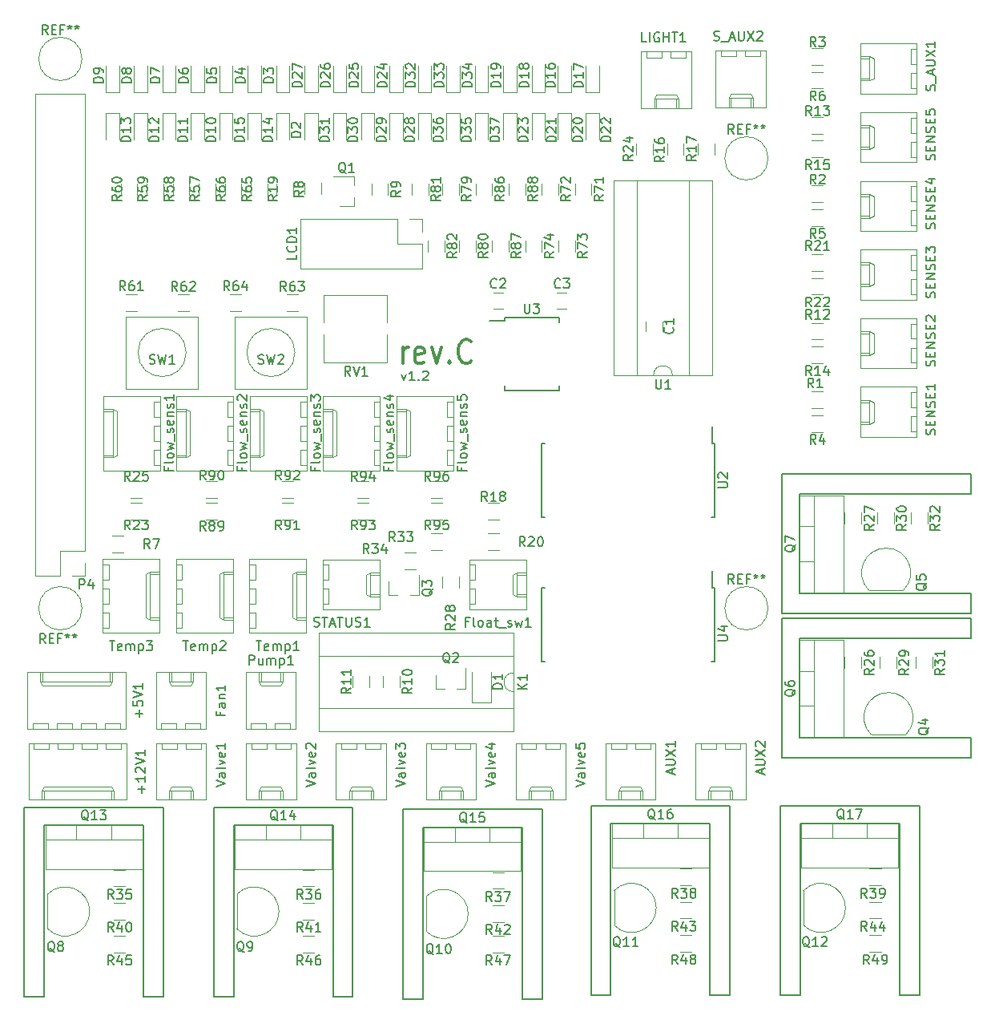
<source format=gbr>
G04 #@! TF.FileFunction,Legend,Top*
%FSLAX46Y46*%
G04 Gerber Fmt 4.6, Leading zero omitted, Abs format (unit mm)*
G04 Created by KiCad (PCBNEW 4.0.7) date 02/18/18 01:44:55*
%MOMM*%
%LPD*%
G01*
G04 APERTURE LIST*
%ADD10C,0.100000*%
%ADD11C,0.200000*%
%ADD12C,0.300000*%
%ADD13C,0.120000*%
%ADD14C,0.150000*%
G04 APERTURE END LIST*
D10*
D11*
X57521429Y-67065714D02*
X57759524Y-67732381D01*
X57997620Y-67065714D01*
X58902382Y-67732381D02*
X58330953Y-67732381D01*
X58616667Y-67732381D02*
X58616667Y-66732381D01*
X58521429Y-66875238D01*
X58426191Y-66970476D01*
X58330953Y-67018095D01*
X59330953Y-67637143D02*
X59378572Y-67684762D01*
X59330953Y-67732381D01*
X59283334Y-67684762D01*
X59330953Y-67637143D01*
X59330953Y-67732381D01*
X59759524Y-66827619D02*
X59807143Y-66780000D01*
X59902381Y-66732381D01*
X60140477Y-66732381D01*
X60235715Y-66780000D01*
X60283334Y-66827619D01*
X60330953Y-66922857D01*
X60330953Y-67018095D01*
X60283334Y-67160952D01*
X59711905Y-67732381D01*
X60330953Y-67732381D01*
D12*
X57638096Y-65910952D02*
X57638096Y-64244286D01*
X57638096Y-64720476D02*
X57742857Y-64482381D01*
X57847619Y-64363333D01*
X58057143Y-64244286D01*
X58266667Y-64244286D01*
X59838096Y-65791905D02*
X59628572Y-65910952D01*
X59209524Y-65910952D01*
X59000001Y-65791905D01*
X58895239Y-65553810D01*
X58895239Y-64601429D01*
X59000001Y-64363333D01*
X59209524Y-64244286D01*
X59628572Y-64244286D01*
X59838096Y-64363333D01*
X59942858Y-64601429D01*
X59942858Y-64839524D01*
X58895239Y-65077619D01*
X60676191Y-64244286D02*
X61200000Y-65910952D01*
X61723810Y-64244286D01*
X62561905Y-65672857D02*
X62666666Y-65791905D01*
X62561905Y-65910952D01*
X62457143Y-65791905D01*
X62561905Y-65672857D01*
X62561905Y-65910952D01*
X64866666Y-65672857D02*
X64761904Y-65791905D01*
X64447619Y-65910952D01*
X64238095Y-65910952D01*
X63923809Y-65791905D01*
X63714285Y-65553810D01*
X63609524Y-65315714D01*
X63504762Y-64839524D01*
X63504762Y-64482381D01*
X63609524Y-64006190D01*
X63714285Y-63768095D01*
X63923809Y-63530000D01*
X64238095Y-63410952D01*
X64447619Y-63410952D01*
X64761904Y-63530000D01*
X64866666Y-63649048D01*
D13*
X64680000Y-91900000D02*
X70680000Y-91900000D01*
X70680000Y-91900000D02*
X70680000Y-86620000D01*
X70680000Y-86620000D02*
X64680000Y-86620000D01*
X64680000Y-86620000D02*
X64680000Y-91900000D01*
X70680000Y-90530000D02*
X69680000Y-90530000D01*
X69680000Y-90530000D02*
X69680000Y-87990000D01*
X69680000Y-87990000D02*
X70680000Y-87990000D01*
X69680000Y-90530000D02*
X69250000Y-90280000D01*
X69250000Y-90280000D02*
X69250000Y-88240000D01*
X69250000Y-88240000D02*
X69680000Y-87990000D01*
X70680000Y-90280000D02*
X69680000Y-90280000D01*
X70680000Y-88240000D02*
X69680000Y-88240000D01*
X64680000Y-91330000D02*
X65300000Y-91330000D01*
X65300000Y-91330000D02*
X65300000Y-89730000D01*
X65300000Y-89730000D02*
X64680000Y-89730000D01*
X64680000Y-88790000D02*
X65300000Y-88790000D01*
X65300000Y-88790000D02*
X65300000Y-87190000D01*
X65300000Y-87190000D02*
X64680000Y-87190000D01*
X62970000Y-69410000D02*
X56970000Y-69410000D01*
X56970000Y-69410000D02*
X56970000Y-77230000D01*
X56970000Y-77230000D02*
X62970000Y-77230000D01*
X62970000Y-77230000D02*
X62970000Y-69410000D01*
X56970000Y-70780000D02*
X57970000Y-70780000D01*
X57970000Y-70780000D02*
X57970000Y-75860000D01*
X57970000Y-75860000D02*
X56970000Y-75860000D01*
X57970000Y-70780000D02*
X58400000Y-71030000D01*
X58400000Y-71030000D02*
X58400000Y-75610000D01*
X58400000Y-75610000D02*
X57970000Y-75860000D01*
X56970000Y-71030000D02*
X57970000Y-71030000D01*
X56970000Y-75610000D02*
X57970000Y-75610000D01*
X62970000Y-69980000D02*
X62350000Y-69980000D01*
X62350000Y-69980000D02*
X62350000Y-71580000D01*
X62350000Y-71580000D02*
X62970000Y-71580000D01*
X62970000Y-72520000D02*
X62350000Y-72520000D01*
X62350000Y-72520000D02*
X62350000Y-74120000D01*
X62350000Y-74120000D02*
X62970000Y-74120000D01*
X62970000Y-75060000D02*
X62350000Y-75060000D01*
X62350000Y-75060000D02*
X62350000Y-76660000D01*
X62350000Y-76660000D02*
X62970000Y-76660000D01*
D14*
X99625000Y-114555000D02*
X110125000Y-114555000D01*
X110125000Y-132655000D02*
X110125000Y-114555000D01*
X112225000Y-132655000D02*
X110125000Y-132655000D01*
X112225000Y-112655000D02*
X112225000Y-132655000D01*
X99625000Y-132655000D02*
X99625000Y-114555000D01*
X97525000Y-132655000D02*
X99625000Y-132655000D01*
X97525000Y-112655000D02*
X97525000Y-132655000D01*
X97525000Y-112655000D02*
X112225000Y-112655000D01*
D13*
X99745000Y-114535000D02*
X109985000Y-114535000D01*
X99745000Y-119176000D02*
X109985000Y-119176000D01*
X99745000Y-114535000D02*
X99745000Y-119176000D01*
X109985000Y-114535000D02*
X109985000Y-119176000D01*
X99745000Y-116045000D02*
X109985000Y-116045000D01*
X103015000Y-114535000D02*
X103015000Y-116045000D01*
X106716000Y-114535000D02*
X106716000Y-116045000D01*
D14*
X90125000Y-114555000D02*
X79625000Y-114555000D01*
X90125000Y-132655000D02*
X90125000Y-114555000D01*
X92225000Y-132655000D02*
X90125000Y-132655000D01*
X92225000Y-112655000D02*
X92225000Y-132655000D01*
X79625000Y-132655000D02*
X79625000Y-114555000D01*
X77525000Y-132655000D02*
X79625000Y-132655000D01*
X77525000Y-112655000D02*
X77525000Y-132655000D01*
X77525000Y-112655000D02*
X92225000Y-112655000D01*
D13*
X79745000Y-114535000D02*
X89985000Y-114535000D01*
X79745000Y-119176000D02*
X89985000Y-119176000D01*
X79745000Y-114535000D02*
X79745000Y-119176000D01*
X89985000Y-114535000D02*
X89985000Y-119176000D01*
X79745000Y-116045000D02*
X89985000Y-116045000D01*
X83015000Y-114535000D02*
X83015000Y-116045000D01*
X86716000Y-114535000D02*
X86716000Y-116045000D01*
D14*
X99600000Y-105480000D02*
X99600000Y-94980000D01*
X117700000Y-94980000D02*
X99600000Y-94980000D01*
X117700000Y-92880000D02*
X117700000Y-94980000D01*
X97700000Y-92880000D02*
X117700000Y-92880000D01*
X117700000Y-105480000D02*
X99600000Y-105480000D01*
X117700000Y-107580000D02*
X117700000Y-105480000D01*
X97700000Y-107580000D02*
X117700000Y-107580000D01*
X97700000Y-107580000D02*
X97700000Y-92880000D01*
D13*
X99580000Y-105360000D02*
X99580000Y-95120000D01*
X104221000Y-105360000D02*
X104221000Y-95120000D01*
X99580000Y-105360000D02*
X104221000Y-105360000D01*
X99580000Y-95120000D02*
X104221000Y-95120000D01*
X101090000Y-105360000D02*
X101090000Y-95120000D01*
X99580000Y-102090000D02*
X101090000Y-102090000D01*
X99580000Y-98389000D02*
X101090000Y-98389000D01*
D14*
X59750000Y-114930000D02*
X70250000Y-114930000D01*
X70250000Y-133030000D02*
X70250000Y-114930000D01*
X72350000Y-133030000D02*
X70250000Y-133030000D01*
X72350000Y-113030000D02*
X72350000Y-133030000D01*
X59750000Y-133030000D02*
X59750000Y-114930000D01*
X57650000Y-133030000D02*
X59750000Y-133030000D01*
X57650000Y-113030000D02*
X57650000Y-133030000D01*
X57650000Y-113030000D02*
X72350000Y-113030000D01*
D13*
X59870000Y-114910000D02*
X70110000Y-114910000D01*
X59870000Y-119551000D02*
X70110000Y-119551000D01*
X59870000Y-114910000D02*
X59870000Y-119551000D01*
X70110000Y-114910000D02*
X70110000Y-119551000D01*
X59870000Y-116420000D02*
X70110000Y-116420000D01*
X63140000Y-114910000D02*
X63140000Y-116420000D01*
X66841000Y-114910000D02*
X66841000Y-116420000D01*
D14*
X39750000Y-114680000D02*
X50250000Y-114680000D01*
X50250000Y-132780000D02*
X50250000Y-114680000D01*
X52350000Y-132780000D02*
X50250000Y-132780000D01*
X52350000Y-112780000D02*
X52350000Y-132780000D01*
X39750000Y-132780000D02*
X39750000Y-114680000D01*
X37650000Y-132780000D02*
X39750000Y-132780000D01*
X37650000Y-112780000D02*
X37650000Y-132780000D01*
X37650000Y-112780000D02*
X52350000Y-112780000D01*
D13*
X39870000Y-114660000D02*
X50110000Y-114660000D01*
X39870000Y-119301000D02*
X50110000Y-119301000D01*
X39870000Y-114660000D02*
X39870000Y-119301000D01*
X50110000Y-114660000D02*
X50110000Y-119301000D01*
X39870000Y-116170000D02*
X50110000Y-116170000D01*
X43140000Y-114660000D02*
X43140000Y-116170000D01*
X46841000Y-114660000D02*
X46841000Y-116170000D01*
D14*
X30250000Y-114680000D02*
X19750000Y-114680000D01*
X30250000Y-132780000D02*
X30250000Y-114680000D01*
X19750000Y-132780000D02*
X19750000Y-114680000D01*
X17650000Y-132780000D02*
X19750000Y-132780000D01*
X32350000Y-112780000D02*
X17650000Y-112780000D01*
X32350000Y-132780000D02*
X30250000Y-132780000D01*
X32350000Y-112780000D02*
X32350000Y-132780000D01*
X17650000Y-112780000D02*
X17650000Y-132780000D01*
D13*
X19870000Y-114660000D02*
X30110000Y-114660000D01*
X19870000Y-119301000D02*
X30110000Y-119301000D01*
X19870000Y-114660000D02*
X19870000Y-119301000D01*
X30110000Y-114660000D02*
X30110000Y-119301000D01*
X19870000Y-116170000D02*
X30110000Y-116170000D01*
X23140000Y-114660000D02*
X23140000Y-116170000D01*
X26841000Y-114660000D02*
X26841000Y-116170000D01*
D14*
X117700000Y-79730000D02*
X99600000Y-79730000D01*
X117700000Y-77630000D02*
X117700000Y-79730000D01*
X97700000Y-77630000D02*
X117700000Y-77630000D01*
X99600000Y-90230000D02*
X99600000Y-79730000D01*
X117700000Y-90230000D02*
X99600000Y-90230000D01*
X117700000Y-92330000D02*
X117700000Y-90230000D01*
X97700000Y-92330000D02*
X117700000Y-92330000D01*
X97700000Y-92330000D02*
X97700000Y-77630000D01*
D13*
X99580000Y-90110000D02*
X99580000Y-79870000D01*
X104221000Y-90110000D02*
X104221000Y-79870000D01*
X99580000Y-90110000D02*
X104221000Y-90110000D01*
X99580000Y-79870000D02*
X104221000Y-79870000D01*
X101090000Y-90110000D02*
X101090000Y-79870000D01*
X99580000Y-86840000D02*
X101090000Y-86840000D01*
X99580000Y-83139000D02*
X101090000Y-83139000D01*
X96236000Y-44280000D02*
G75*
G03X96236000Y-44280000I-2286000J0D01*
G01*
X68820000Y-48130000D02*
X68820000Y-46930000D01*
X70580000Y-46930000D02*
X70580000Y-48130000D01*
X67070000Y-54130000D02*
X67070000Y-52930000D01*
X68830000Y-52930000D02*
X68830000Y-54130000D01*
X65320000Y-48130000D02*
X65320000Y-46930000D01*
X67080000Y-46930000D02*
X67080000Y-48130000D01*
X66650000Y-39480000D02*
X65250000Y-39480000D01*
X65250000Y-39480000D02*
X65250000Y-42280000D01*
X66650000Y-39480000D02*
X66650000Y-42280000D01*
X60650000Y-39480000D02*
X59250000Y-39480000D01*
X59250000Y-39480000D02*
X59250000Y-42280000D01*
X60650000Y-39480000D02*
X60650000Y-42280000D01*
X63650000Y-39480000D02*
X62250000Y-39480000D01*
X62250000Y-39480000D02*
X62250000Y-42280000D01*
X63650000Y-39480000D02*
X63650000Y-42280000D01*
X65250000Y-37330000D02*
X66650000Y-37330000D01*
X66650000Y-37330000D02*
X66650000Y-34530000D01*
X65250000Y-37330000D02*
X65250000Y-34530000D01*
X62250000Y-37330000D02*
X63650000Y-37330000D01*
X63650000Y-37330000D02*
X63650000Y-34530000D01*
X62250000Y-37330000D02*
X62250000Y-34530000D01*
X59250000Y-37330000D02*
X60650000Y-37330000D01*
X60650000Y-37330000D02*
X60650000Y-34530000D01*
X59250000Y-37330000D02*
X59250000Y-34530000D01*
X96236000Y-91780000D02*
G75*
G03X96236000Y-91780000I-2286000J0D01*
G01*
X60320000Y-54130000D02*
X60320000Y-52930000D01*
X62080000Y-52930000D02*
X62080000Y-54130000D01*
X58570000Y-48130000D02*
X58570000Y-46930000D01*
X60330000Y-46930000D02*
X60330000Y-48130000D01*
X63570000Y-54130000D02*
X63570000Y-52930000D01*
X65330000Y-52930000D02*
X65330000Y-54130000D01*
X61820000Y-48130000D02*
X61820000Y-46930000D01*
X63580000Y-46930000D02*
X63580000Y-48130000D01*
X70570000Y-54130000D02*
X70570000Y-52930000D01*
X72330000Y-52930000D02*
X72330000Y-54130000D01*
X74070000Y-54130000D02*
X74070000Y-52930000D01*
X75830000Y-52930000D02*
X75830000Y-54130000D01*
X72320000Y-48130000D02*
X72320000Y-46930000D01*
X74080000Y-46930000D02*
X74080000Y-48130000D01*
X75820000Y-48130000D02*
X75820000Y-46930000D01*
X77580000Y-46930000D02*
X77580000Y-48130000D01*
X38820000Y-48130000D02*
X38820000Y-46930000D01*
X40580000Y-46930000D02*
X40580000Y-48130000D01*
X41570000Y-48130000D02*
X41570000Y-46930000D01*
X43330000Y-46930000D02*
X43330000Y-48130000D01*
X48650000Y-39480000D02*
X47250000Y-39480000D01*
X47250000Y-39480000D02*
X47250000Y-42280000D01*
X48650000Y-39480000D02*
X48650000Y-42280000D01*
X51650000Y-39480000D02*
X50250000Y-39480000D01*
X50250000Y-39480000D02*
X50250000Y-42280000D01*
X51650000Y-39480000D02*
X51650000Y-42280000D01*
X54650000Y-39480000D02*
X53250000Y-39480000D01*
X53250000Y-39480000D02*
X53250000Y-42280000D01*
X54650000Y-39480000D02*
X54650000Y-42280000D01*
X57650000Y-39480000D02*
X56250000Y-39480000D01*
X56250000Y-39480000D02*
X56250000Y-42280000D01*
X57650000Y-39480000D02*
X57650000Y-42280000D01*
X47250000Y-37330000D02*
X48650000Y-37330000D01*
X48650000Y-37330000D02*
X48650000Y-34530000D01*
X47250000Y-37330000D02*
X47250000Y-34530000D01*
X50250000Y-37330000D02*
X51650000Y-37330000D01*
X51650000Y-37330000D02*
X51650000Y-34530000D01*
X50250000Y-37330000D02*
X50250000Y-34530000D01*
X53250000Y-37330000D02*
X54650000Y-37330000D01*
X54650000Y-37330000D02*
X54650000Y-34530000D01*
X53250000Y-37330000D02*
X53250000Y-34530000D01*
X56250000Y-37330000D02*
X57650000Y-37330000D01*
X57650000Y-37330000D02*
X57650000Y-34530000D01*
X56250000Y-37330000D02*
X56250000Y-34530000D01*
X69650000Y-39480000D02*
X68250000Y-39480000D01*
X68250000Y-39480000D02*
X68250000Y-42280000D01*
X69650000Y-39480000D02*
X69650000Y-42280000D01*
X78400000Y-39480000D02*
X77000000Y-39480000D01*
X77000000Y-39480000D02*
X77000000Y-42280000D01*
X78400000Y-39480000D02*
X78400000Y-42280000D01*
X72650000Y-39480000D02*
X71250000Y-39480000D01*
X71250000Y-39480000D02*
X71250000Y-42280000D01*
X72650000Y-39480000D02*
X72650000Y-42280000D01*
X75400000Y-39480000D02*
X74000000Y-39480000D01*
X74000000Y-39480000D02*
X74000000Y-42280000D01*
X75400000Y-39480000D02*
X75400000Y-42280000D01*
X68250000Y-37330000D02*
X69650000Y-37330000D01*
X69650000Y-37330000D02*
X69650000Y-34530000D01*
X68250000Y-37330000D02*
X68250000Y-34530000D01*
X71250000Y-37330000D02*
X72650000Y-37330000D01*
X72650000Y-37330000D02*
X72650000Y-34530000D01*
X71250000Y-37330000D02*
X71250000Y-34530000D01*
X77000000Y-37330000D02*
X78400000Y-37330000D01*
X78400000Y-37330000D02*
X78400000Y-34530000D01*
X77000000Y-37330000D02*
X77000000Y-34530000D01*
X74000000Y-37330000D02*
X75400000Y-37330000D01*
X75400000Y-37330000D02*
X75400000Y-34530000D01*
X74000000Y-37330000D02*
X74000000Y-34530000D01*
X39650000Y-39480000D02*
X38250000Y-39480000D01*
X38250000Y-39480000D02*
X38250000Y-42280000D01*
X39650000Y-39480000D02*
X39650000Y-42280000D01*
X42650000Y-39480000D02*
X41250000Y-39480000D01*
X41250000Y-39480000D02*
X41250000Y-42280000D01*
X42650000Y-39480000D02*
X42650000Y-42280000D01*
X64934000Y-101730000D02*
X66966000Y-101730000D01*
X64925000Y-98530000D02*
X64925000Y-101730000D01*
X66975000Y-101730000D02*
X66975000Y-98530000D01*
X23736000Y-33780000D02*
G75*
G03X23736000Y-33780000I-2286000J0D01*
G01*
X86140000Y-67170000D02*
X87910000Y-67170000D01*
X87910000Y-67170000D02*
X87910000Y-46610000D01*
X87910000Y-46610000D02*
X82370000Y-46610000D01*
X82370000Y-46610000D02*
X82370000Y-67170000D01*
X82370000Y-67170000D02*
X84140000Y-67170000D01*
X90340000Y-67170000D02*
X90340000Y-46610000D01*
X90340000Y-46610000D02*
X79940000Y-46610000D01*
X79940000Y-46610000D02*
X79940000Y-67170000D01*
X79940000Y-67170000D02*
X90340000Y-67170000D01*
X84140000Y-67170000D02*
G75*
G02X86140000Y-67170000I1000000J0D01*
G01*
X46240000Y-64780000D02*
G75*
G03X46240000Y-64780000I-2540000J0D01*
G01*
X47510000Y-68590000D02*
X39890000Y-68590000D01*
X39890000Y-68590000D02*
X39890000Y-60970000D01*
X39890000Y-60970000D02*
X47510000Y-60970000D01*
X47510000Y-68590000D02*
X47510000Y-60970000D01*
X34740000Y-64780000D02*
G75*
G03X34740000Y-64780000I-2540000J0D01*
G01*
X36010000Y-68590000D02*
X28390000Y-68590000D01*
X28390000Y-68590000D02*
X28390000Y-60970000D01*
X28390000Y-60970000D02*
X36010000Y-60970000D01*
X36010000Y-68590000D02*
X36010000Y-60970000D01*
X39350000Y-58650000D02*
X40550000Y-58650000D01*
X40550000Y-60410000D02*
X39350000Y-60410000D01*
X46550000Y-60410000D02*
X45350000Y-60410000D01*
X45350000Y-58650000D02*
X46550000Y-58650000D01*
X35050000Y-60410000D02*
X33850000Y-60410000D01*
X33850000Y-58650000D02*
X35050000Y-58650000D01*
X28350000Y-58650000D02*
X29550000Y-58650000D01*
X29550000Y-60410000D02*
X28350000Y-60410000D01*
X27820000Y-48130000D02*
X27820000Y-46930000D01*
X29580000Y-46930000D02*
X29580000Y-48130000D01*
X30570000Y-48130000D02*
X30570000Y-46930000D01*
X32330000Y-46930000D02*
X32330000Y-48130000D01*
X33320000Y-48130000D02*
X33320000Y-46930000D01*
X35080000Y-46930000D02*
X35080000Y-48130000D01*
X36070000Y-48130000D02*
X36070000Y-46930000D01*
X37830000Y-46930000D02*
X37830000Y-48130000D01*
X44320000Y-48130000D02*
X44320000Y-46930000D01*
X46080000Y-46930000D02*
X46080000Y-48130000D01*
X27650000Y-39480000D02*
X26250000Y-39480000D01*
X26250000Y-39480000D02*
X26250000Y-42280000D01*
X27650000Y-39480000D02*
X27650000Y-42280000D01*
X30650000Y-39480000D02*
X29250000Y-39480000D01*
X29250000Y-39480000D02*
X29250000Y-42280000D01*
X30650000Y-39480000D02*
X30650000Y-42280000D01*
X33650000Y-39480000D02*
X32250000Y-39480000D01*
X32250000Y-39480000D02*
X32250000Y-42280000D01*
X33650000Y-39480000D02*
X33650000Y-42280000D01*
X36650000Y-39480000D02*
X35250000Y-39480000D01*
X35250000Y-39480000D02*
X35250000Y-42280000D01*
X36650000Y-39480000D02*
X36650000Y-42280000D01*
X26250000Y-37330000D02*
X27650000Y-37330000D01*
X27650000Y-37330000D02*
X27650000Y-34530000D01*
X26250000Y-37330000D02*
X26250000Y-34530000D01*
X29250000Y-37330000D02*
X30650000Y-37330000D01*
X30650000Y-37330000D02*
X30650000Y-34530000D01*
X29250000Y-37330000D02*
X29250000Y-34530000D01*
X32250000Y-37330000D02*
X33650000Y-37330000D01*
X33650000Y-37330000D02*
X33650000Y-34530000D01*
X32250000Y-37330000D02*
X32250000Y-34530000D01*
X35250000Y-37330000D02*
X36650000Y-37330000D01*
X36650000Y-37330000D02*
X36650000Y-34530000D01*
X35250000Y-37330000D02*
X35250000Y-34530000D01*
X38250000Y-37330000D02*
X39650000Y-37330000D01*
X39650000Y-37330000D02*
X39650000Y-34530000D01*
X38250000Y-37330000D02*
X38250000Y-34530000D01*
X41250000Y-37330000D02*
X42650000Y-37330000D01*
X42650000Y-37330000D02*
X42650000Y-34530000D01*
X41250000Y-37330000D02*
X41250000Y-34530000D01*
X44250000Y-37330000D02*
X45650000Y-37330000D01*
X45650000Y-37330000D02*
X45650000Y-34530000D01*
X44250000Y-37330000D02*
X44250000Y-34530000D01*
X45650000Y-39480000D02*
X44250000Y-39480000D01*
X44250000Y-39480000D02*
X44250000Y-42280000D01*
X45650000Y-39480000D02*
X45650000Y-42280000D01*
X49180000Y-91900000D02*
X55180000Y-91900000D01*
X55180000Y-91900000D02*
X55180000Y-86620000D01*
X55180000Y-86620000D02*
X49180000Y-86620000D01*
X49180000Y-86620000D02*
X49180000Y-91900000D01*
X55180000Y-90530000D02*
X54180000Y-90530000D01*
X54180000Y-90530000D02*
X54180000Y-87990000D01*
X54180000Y-87990000D02*
X55180000Y-87990000D01*
X54180000Y-90530000D02*
X53750000Y-90280000D01*
X53750000Y-90280000D02*
X53750000Y-88240000D01*
X53750000Y-88240000D02*
X54180000Y-87990000D01*
X55180000Y-90280000D02*
X54180000Y-90280000D01*
X55180000Y-88240000D02*
X54180000Y-88240000D01*
X49180000Y-91330000D02*
X49800000Y-91330000D01*
X49800000Y-91330000D02*
X49800000Y-89730000D01*
X49800000Y-89730000D02*
X49180000Y-89730000D01*
X49180000Y-88790000D02*
X49800000Y-88790000D01*
X49800000Y-88790000D02*
X49800000Y-87190000D01*
X49800000Y-87190000D02*
X49180000Y-87190000D01*
X69580000Y-106010000D02*
X69580000Y-112010000D01*
X69580000Y-112010000D02*
X74860000Y-112010000D01*
X74860000Y-112010000D02*
X74860000Y-106010000D01*
X74860000Y-106010000D02*
X69580000Y-106010000D01*
X70950000Y-112010000D02*
X70950000Y-111010000D01*
X70950000Y-111010000D02*
X73490000Y-111010000D01*
X73490000Y-111010000D02*
X73490000Y-112010000D01*
X70950000Y-111010000D02*
X71200000Y-110580000D01*
X71200000Y-110580000D02*
X73240000Y-110580000D01*
X73240000Y-110580000D02*
X73490000Y-111010000D01*
X71200000Y-112010000D02*
X71200000Y-111010000D01*
X73240000Y-112010000D02*
X73240000Y-111010000D01*
X70150000Y-106010000D02*
X70150000Y-106630000D01*
X70150000Y-106630000D02*
X71750000Y-106630000D01*
X71750000Y-106630000D02*
X71750000Y-106010000D01*
X72690000Y-106010000D02*
X72690000Y-106630000D01*
X72690000Y-106630000D02*
X74290000Y-106630000D01*
X74290000Y-106630000D02*
X74290000Y-106010000D01*
X60080000Y-106010000D02*
X60080000Y-112010000D01*
X60080000Y-112010000D02*
X65360000Y-112010000D01*
X65360000Y-112010000D02*
X65360000Y-106010000D01*
X65360000Y-106010000D02*
X60080000Y-106010000D01*
X61450000Y-112010000D02*
X61450000Y-111010000D01*
X61450000Y-111010000D02*
X63990000Y-111010000D01*
X63990000Y-111010000D02*
X63990000Y-112010000D01*
X61450000Y-111010000D02*
X61700000Y-110580000D01*
X61700000Y-110580000D02*
X63740000Y-110580000D01*
X63740000Y-110580000D02*
X63990000Y-111010000D01*
X61700000Y-112010000D02*
X61700000Y-111010000D01*
X63740000Y-112010000D02*
X63740000Y-111010000D01*
X60650000Y-106010000D02*
X60650000Y-106630000D01*
X60650000Y-106630000D02*
X62250000Y-106630000D01*
X62250000Y-106630000D02*
X62250000Y-106010000D01*
X63190000Y-106010000D02*
X63190000Y-106630000D01*
X63190000Y-106630000D02*
X64790000Y-106630000D01*
X64790000Y-106630000D02*
X64790000Y-106010000D01*
X50580000Y-106010000D02*
X50580000Y-112010000D01*
X50580000Y-112010000D02*
X55860000Y-112010000D01*
X55860000Y-112010000D02*
X55860000Y-106010000D01*
X55860000Y-106010000D02*
X50580000Y-106010000D01*
X51950000Y-112010000D02*
X51950000Y-111010000D01*
X51950000Y-111010000D02*
X54490000Y-111010000D01*
X54490000Y-111010000D02*
X54490000Y-112010000D01*
X51950000Y-111010000D02*
X52200000Y-110580000D01*
X52200000Y-110580000D02*
X54240000Y-110580000D01*
X54240000Y-110580000D02*
X54490000Y-111010000D01*
X52200000Y-112010000D02*
X52200000Y-111010000D01*
X54240000Y-112010000D02*
X54240000Y-111010000D01*
X51150000Y-106010000D02*
X51150000Y-106630000D01*
X51150000Y-106630000D02*
X52750000Y-106630000D01*
X52750000Y-106630000D02*
X52750000Y-106010000D01*
X53690000Y-106010000D02*
X53690000Y-106630000D01*
X53690000Y-106630000D02*
X55290000Y-106630000D01*
X55290000Y-106630000D02*
X55290000Y-106010000D01*
X41080000Y-106010000D02*
X41080000Y-112010000D01*
X41080000Y-112010000D02*
X46360000Y-112010000D01*
X46360000Y-112010000D02*
X46360000Y-106010000D01*
X46360000Y-106010000D02*
X41080000Y-106010000D01*
X42450000Y-112010000D02*
X42450000Y-111010000D01*
X42450000Y-111010000D02*
X44990000Y-111010000D01*
X44990000Y-111010000D02*
X44990000Y-112010000D01*
X42450000Y-111010000D02*
X42700000Y-110580000D01*
X42700000Y-110580000D02*
X44740000Y-110580000D01*
X44740000Y-110580000D02*
X44990000Y-111010000D01*
X42700000Y-112010000D02*
X42700000Y-111010000D01*
X44740000Y-112010000D02*
X44740000Y-111010000D01*
X41650000Y-106010000D02*
X41650000Y-106630000D01*
X41650000Y-106630000D02*
X43250000Y-106630000D01*
X43250000Y-106630000D02*
X43250000Y-106010000D01*
X44190000Y-106010000D02*
X44190000Y-106630000D01*
X44190000Y-106630000D02*
X45790000Y-106630000D01*
X45790000Y-106630000D02*
X45790000Y-106010000D01*
X31580000Y-106010000D02*
X31580000Y-112010000D01*
X31580000Y-112010000D02*
X36860000Y-112010000D01*
X36860000Y-112010000D02*
X36860000Y-106010000D01*
X36860000Y-106010000D02*
X31580000Y-106010000D01*
X32950000Y-112010000D02*
X32950000Y-111010000D01*
X32950000Y-111010000D02*
X35490000Y-111010000D01*
X35490000Y-111010000D02*
X35490000Y-112010000D01*
X32950000Y-111010000D02*
X33200000Y-110580000D01*
X33200000Y-110580000D02*
X35240000Y-110580000D01*
X35240000Y-110580000D02*
X35490000Y-111010000D01*
X33200000Y-112010000D02*
X33200000Y-111010000D01*
X35240000Y-112010000D02*
X35240000Y-111010000D01*
X32150000Y-106010000D02*
X32150000Y-106630000D01*
X32150000Y-106630000D02*
X33750000Y-106630000D01*
X33750000Y-106630000D02*
X33750000Y-106010000D01*
X34690000Y-106010000D02*
X34690000Y-106630000D01*
X34690000Y-106630000D02*
X36290000Y-106630000D01*
X36290000Y-106630000D02*
X36290000Y-106010000D01*
X25930000Y-94400000D02*
X31930000Y-94400000D01*
X31930000Y-94400000D02*
X31930000Y-86580000D01*
X31930000Y-86580000D02*
X25930000Y-86580000D01*
X25930000Y-86580000D02*
X25930000Y-94400000D01*
X31930000Y-93030000D02*
X30930000Y-93030000D01*
X30930000Y-93030000D02*
X30930000Y-87950000D01*
X30930000Y-87950000D02*
X31930000Y-87950000D01*
X30930000Y-93030000D02*
X30500000Y-92780000D01*
X30500000Y-92780000D02*
X30500000Y-88200000D01*
X30500000Y-88200000D02*
X30930000Y-87950000D01*
X31930000Y-92780000D02*
X30930000Y-92780000D01*
X31930000Y-88200000D02*
X30930000Y-88200000D01*
X25930000Y-93830000D02*
X26550000Y-93830000D01*
X26550000Y-93830000D02*
X26550000Y-92230000D01*
X26550000Y-92230000D02*
X25930000Y-92230000D01*
X25930000Y-91290000D02*
X26550000Y-91290000D01*
X26550000Y-91290000D02*
X26550000Y-89690000D01*
X26550000Y-89690000D02*
X25930000Y-89690000D01*
X25930000Y-88750000D02*
X26550000Y-88750000D01*
X26550000Y-88750000D02*
X26550000Y-87150000D01*
X26550000Y-87150000D02*
X25930000Y-87150000D01*
X33680000Y-94400000D02*
X39680000Y-94400000D01*
X39680000Y-94400000D02*
X39680000Y-86580000D01*
X39680000Y-86580000D02*
X33680000Y-86580000D01*
X33680000Y-86580000D02*
X33680000Y-94400000D01*
X39680000Y-93030000D02*
X38680000Y-93030000D01*
X38680000Y-93030000D02*
X38680000Y-87950000D01*
X38680000Y-87950000D02*
X39680000Y-87950000D01*
X38680000Y-93030000D02*
X38250000Y-92780000D01*
X38250000Y-92780000D02*
X38250000Y-88200000D01*
X38250000Y-88200000D02*
X38680000Y-87950000D01*
X39680000Y-92780000D02*
X38680000Y-92780000D01*
X39680000Y-88200000D02*
X38680000Y-88200000D01*
X33680000Y-93830000D02*
X34300000Y-93830000D01*
X34300000Y-93830000D02*
X34300000Y-92230000D01*
X34300000Y-92230000D02*
X33680000Y-92230000D01*
X33680000Y-91290000D02*
X34300000Y-91290000D01*
X34300000Y-91290000D02*
X34300000Y-89690000D01*
X34300000Y-89690000D02*
X33680000Y-89690000D01*
X33680000Y-88750000D02*
X34300000Y-88750000D01*
X34300000Y-88750000D02*
X34300000Y-87150000D01*
X34300000Y-87150000D02*
X33680000Y-87150000D01*
X41430000Y-94400000D02*
X47430000Y-94400000D01*
X47430000Y-94400000D02*
X47430000Y-86580000D01*
X47430000Y-86580000D02*
X41430000Y-86580000D01*
X41430000Y-86580000D02*
X41430000Y-94400000D01*
X47430000Y-93030000D02*
X46430000Y-93030000D01*
X46430000Y-93030000D02*
X46430000Y-87950000D01*
X46430000Y-87950000D02*
X47430000Y-87950000D01*
X46430000Y-93030000D02*
X46000000Y-92780000D01*
X46000000Y-92780000D02*
X46000000Y-88200000D01*
X46000000Y-88200000D02*
X46430000Y-87950000D01*
X47430000Y-92780000D02*
X46430000Y-92780000D01*
X47430000Y-88200000D02*
X46430000Y-88200000D01*
X41430000Y-93830000D02*
X42050000Y-93830000D01*
X42050000Y-93830000D02*
X42050000Y-92230000D01*
X42050000Y-92230000D02*
X41430000Y-92230000D01*
X41430000Y-91290000D02*
X42050000Y-91290000D01*
X42050000Y-91290000D02*
X42050000Y-89690000D01*
X42050000Y-89690000D02*
X41430000Y-89690000D01*
X41430000Y-88750000D02*
X42050000Y-88750000D01*
X42050000Y-88750000D02*
X42050000Y-87150000D01*
X42050000Y-87150000D02*
X41430000Y-87150000D01*
X90705000Y-32885000D02*
X90705000Y-38885000D01*
X90705000Y-38885000D02*
X95985000Y-38885000D01*
X95985000Y-38885000D02*
X95985000Y-32885000D01*
X95985000Y-32885000D02*
X90705000Y-32885000D01*
X92075000Y-38885000D02*
X92075000Y-37885000D01*
X92075000Y-37885000D02*
X94615000Y-37885000D01*
X94615000Y-37885000D02*
X94615000Y-38885000D01*
X92075000Y-37885000D02*
X92325000Y-37455000D01*
X92325000Y-37455000D02*
X94365000Y-37455000D01*
X94365000Y-37455000D02*
X94615000Y-37885000D01*
X92325000Y-38885000D02*
X92325000Y-37885000D01*
X94365000Y-38885000D02*
X94365000Y-37885000D01*
X91275000Y-32885000D02*
X91275000Y-33505000D01*
X91275000Y-33505000D02*
X92875000Y-33505000D01*
X92875000Y-33505000D02*
X92875000Y-32885000D01*
X93815000Y-32885000D02*
X93815000Y-33505000D01*
X93815000Y-33505000D02*
X95415000Y-33505000D01*
X95415000Y-33505000D02*
X95415000Y-32885000D01*
X111970000Y-32160000D02*
X105970000Y-32160000D01*
X105970000Y-32160000D02*
X105970000Y-37440000D01*
X105970000Y-37440000D02*
X111970000Y-37440000D01*
X111970000Y-37440000D02*
X111970000Y-32160000D01*
X105970000Y-33530000D02*
X106970000Y-33530000D01*
X106970000Y-33530000D02*
X106970000Y-36070000D01*
X106970000Y-36070000D02*
X105970000Y-36070000D01*
X106970000Y-33530000D02*
X107400000Y-33780000D01*
X107400000Y-33780000D02*
X107400000Y-35820000D01*
X107400000Y-35820000D02*
X106970000Y-36070000D01*
X105970000Y-33780000D02*
X106970000Y-33780000D01*
X105970000Y-35820000D02*
X106970000Y-35820000D01*
X111970000Y-32730000D02*
X111350000Y-32730000D01*
X111350000Y-32730000D02*
X111350000Y-34330000D01*
X111350000Y-34330000D02*
X111970000Y-34330000D01*
X111970000Y-35270000D02*
X111350000Y-35270000D01*
X111350000Y-35270000D02*
X111350000Y-36870000D01*
X111350000Y-36870000D02*
X111970000Y-36870000D01*
X111970000Y-39410000D02*
X105970000Y-39410000D01*
X105970000Y-39410000D02*
X105970000Y-44690000D01*
X105970000Y-44690000D02*
X111970000Y-44690000D01*
X111970000Y-44690000D02*
X111970000Y-39410000D01*
X105970000Y-40780000D02*
X106970000Y-40780000D01*
X106970000Y-40780000D02*
X106970000Y-43320000D01*
X106970000Y-43320000D02*
X105970000Y-43320000D01*
X106970000Y-40780000D02*
X107400000Y-41030000D01*
X107400000Y-41030000D02*
X107400000Y-43070000D01*
X107400000Y-43070000D02*
X106970000Y-43320000D01*
X105970000Y-41030000D02*
X106970000Y-41030000D01*
X105970000Y-43070000D02*
X106970000Y-43070000D01*
X111970000Y-39980000D02*
X111350000Y-39980000D01*
X111350000Y-39980000D02*
X111350000Y-41580000D01*
X111350000Y-41580000D02*
X111970000Y-41580000D01*
X111970000Y-42520000D02*
X111350000Y-42520000D01*
X111350000Y-42520000D02*
X111350000Y-44120000D01*
X111350000Y-44120000D02*
X111970000Y-44120000D01*
X111970000Y-46660000D02*
X105970000Y-46660000D01*
X105970000Y-46660000D02*
X105970000Y-51940000D01*
X105970000Y-51940000D02*
X111970000Y-51940000D01*
X111970000Y-51940000D02*
X111970000Y-46660000D01*
X105970000Y-48030000D02*
X106970000Y-48030000D01*
X106970000Y-48030000D02*
X106970000Y-50570000D01*
X106970000Y-50570000D02*
X105970000Y-50570000D01*
X106970000Y-48030000D02*
X107400000Y-48280000D01*
X107400000Y-48280000D02*
X107400000Y-50320000D01*
X107400000Y-50320000D02*
X106970000Y-50570000D01*
X105970000Y-48280000D02*
X106970000Y-48280000D01*
X105970000Y-50320000D02*
X106970000Y-50320000D01*
X111970000Y-47230000D02*
X111350000Y-47230000D01*
X111350000Y-47230000D02*
X111350000Y-48830000D01*
X111350000Y-48830000D02*
X111970000Y-48830000D01*
X111970000Y-49770000D02*
X111350000Y-49770000D01*
X111350000Y-49770000D02*
X111350000Y-51370000D01*
X111350000Y-51370000D02*
X111970000Y-51370000D01*
X111970000Y-53910000D02*
X105970000Y-53910000D01*
X105970000Y-53910000D02*
X105970000Y-59190000D01*
X105970000Y-59190000D02*
X111970000Y-59190000D01*
X111970000Y-59190000D02*
X111970000Y-53910000D01*
X105970000Y-55280000D02*
X106970000Y-55280000D01*
X106970000Y-55280000D02*
X106970000Y-57820000D01*
X106970000Y-57820000D02*
X105970000Y-57820000D01*
X106970000Y-55280000D02*
X107400000Y-55530000D01*
X107400000Y-55530000D02*
X107400000Y-57570000D01*
X107400000Y-57570000D02*
X106970000Y-57820000D01*
X105970000Y-55530000D02*
X106970000Y-55530000D01*
X105970000Y-57570000D02*
X106970000Y-57570000D01*
X111970000Y-54480000D02*
X111350000Y-54480000D01*
X111350000Y-54480000D02*
X111350000Y-56080000D01*
X111350000Y-56080000D02*
X111970000Y-56080000D01*
X111970000Y-57020000D02*
X111350000Y-57020000D01*
X111350000Y-57020000D02*
X111350000Y-58620000D01*
X111350000Y-58620000D02*
X111970000Y-58620000D01*
X111970000Y-61160000D02*
X105970000Y-61160000D01*
X105970000Y-61160000D02*
X105970000Y-66440000D01*
X105970000Y-66440000D02*
X111970000Y-66440000D01*
X111970000Y-66440000D02*
X111970000Y-61160000D01*
X105970000Y-62530000D02*
X106970000Y-62530000D01*
X106970000Y-62530000D02*
X106970000Y-65070000D01*
X106970000Y-65070000D02*
X105970000Y-65070000D01*
X106970000Y-62530000D02*
X107400000Y-62780000D01*
X107400000Y-62780000D02*
X107400000Y-64820000D01*
X107400000Y-64820000D02*
X106970000Y-65070000D01*
X105970000Y-62780000D02*
X106970000Y-62780000D01*
X105970000Y-64820000D02*
X106970000Y-64820000D01*
X111970000Y-61730000D02*
X111350000Y-61730000D01*
X111350000Y-61730000D02*
X111350000Y-63330000D01*
X111350000Y-63330000D02*
X111970000Y-63330000D01*
X111970000Y-64270000D02*
X111350000Y-64270000D01*
X111350000Y-64270000D02*
X111350000Y-65870000D01*
X111350000Y-65870000D02*
X111970000Y-65870000D01*
X111970000Y-68410000D02*
X105970000Y-68410000D01*
X105970000Y-68410000D02*
X105970000Y-73690000D01*
X105970000Y-73690000D02*
X111970000Y-73690000D01*
X111970000Y-73690000D02*
X111970000Y-68410000D01*
X105970000Y-69780000D02*
X106970000Y-69780000D01*
X106970000Y-69780000D02*
X106970000Y-72320000D01*
X106970000Y-72320000D02*
X105970000Y-72320000D01*
X106970000Y-69780000D02*
X107400000Y-70030000D01*
X107400000Y-70030000D02*
X107400000Y-72070000D01*
X107400000Y-72070000D02*
X106970000Y-72320000D01*
X105970000Y-70030000D02*
X106970000Y-70030000D01*
X105970000Y-72070000D02*
X106970000Y-72070000D01*
X111970000Y-68980000D02*
X111350000Y-68980000D01*
X111350000Y-68980000D02*
X111350000Y-70580000D01*
X111350000Y-70580000D02*
X111970000Y-70580000D01*
X111970000Y-71520000D02*
X111350000Y-71520000D01*
X111350000Y-71520000D02*
X111350000Y-73120000D01*
X111350000Y-73120000D02*
X111970000Y-73120000D01*
X46320000Y-104550000D02*
X46320000Y-98550000D01*
X46320000Y-98550000D02*
X41040000Y-98550000D01*
X41040000Y-98550000D02*
X41040000Y-104550000D01*
X41040000Y-104550000D02*
X46320000Y-104550000D01*
X44950000Y-98550000D02*
X44950000Y-99550000D01*
X44950000Y-99550000D02*
X42410000Y-99550000D01*
X42410000Y-99550000D02*
X42410000Y-98550000D01*
X44950000Y-99550000D02*
X44700000Y-99980000D01*
X44700000Y-99980000D02*
X42660000Y-99980000D01*
X42660000Y-99980000D02*
X42410000Y-99550000D01*
X44700000Y-98550000D02*
X44700000Y-99550000D01*
X42660000Y-98550000D02*
X42660000Y-99550000D01*
X45750000Y-104550000D02*
X45750000Y-103930000D01*
X45750000Y-103930000D02*
X44150000Y-103930000D01*
X44150000Y-103930000D02*
X44150000Y-104550000D01*
X43210000Y-104550000D02*
X43210000Y-103930000D01*
X43210000Y-103930000D02*
X41610000Y-103930000D01*
X41610000Y-103930000D02*
X41610000Y-104550000D01*
X82830000Y-33010000D02*
X82830000Y-39010000D01*
X82830000Y-39010000D02*
X88110000Y-39010000D01*
X88110000Y-39010000D02*
X88110000Y-33010000D01*
X88110000Y-33010000D02*
X82830000Y-33010000D01*
X84200000Y-39010000D02*
X84200000Y-38010000D01*
X84200000Y-38010000D02*
X86740000Y-38010000D01*
X86740000Y-38010000D02*
X86740000Y-39010000D01*
X84200000Y-38010000D02*
X84450000Y-37580000D01*
X84450000Y-37580000D02*
X86490000Y-37580000D01*
X86490000Y-37580000D02*
X86740000Y-38010000D01*
X84450000Y-39010000D02*
X84450000Y-38010000D01*
X86490000Y-39010000D02*
X86490000Y-38010000D01*
X83400000Y-33010000D02*
X83400000Y-33630000D01*
X83400000Y-33630000D02*
X85000000Y-33630000D01*
X85000000Y-33630000D02*
X85000000Y-33010000D01*
X85940000Y-33010000D02*
X85940000Y-33630000D01*
X85940000Y-33630000D02*
X87540000Y-33630000D01*
X87540000Y-33630000D02*
X87540000Y-33010000D01*
X57080000Y-50700000D02*
X46860000Y-50700000D01*
X46860000Y-50700000D02*
X46860000Y-55900000D01*
X46860000Y-55900000D02*
X59680000Y-55900000D01*
X59680000Y-55900000D02*
X59680000Y-53300000D01*
X59680000Y-53300000D02*
X57080000Y-53300000D01*
X57080000Y-53300000D02*
X57080000Y-50700000D01*
X58350000Y-50700000D02*
X59680000Y-50700000D01*
X59680000Y-50700000D02*
X59680000Y-52030000D01*
X88580000Y-106010000D02*
X88580000Y-112010000D01*
X88580000Y-112010000D02*
X93860000Y-112010000D01*
X93860000Y-112010000D02*
X93860000Y-106010000D01*
X93860000Y-106010000D02*
X88580000Y-106010000D01*
X89950000Y-112010000D02*
X89950000Y-111010000D01*
X89950000Y-111010000D02*
X92490000Y-111010000D01*
X92490000Y-111010000D02*
X92490000Y-112010000D01*
X89950000Y-111010000D02*
X90200000Y-110580000D01*
X90200000Y-110580000D02*
X92240000Y-110580000D01*
X92240000Y-110580000D02*
X92490000Y-111010000D01*
X90200000Y-112010000D02*
X90200000Y-111010000D01*
X92240000Y-112010000D02*
X92240000Y-111010000D01*
X89150000Y-106010000D02*
X89150000Y-106630000D01*
X89150000Y-106630000D02*
X90750000Y-106630000D01*
X90750000Y-106630000D02*
X90750000Y-106010000D01*
X91690000Y-106010000D02*
X91690000Y-106630000D01*
X91690000Y-106630000D02*
X93290000Y-106630000D01*
X93290000Y-106630000D02*
X93290000Y-106010000D01*
X79080000Y-106010000D02*
X79080000Y-112010000D01*
X79080000Y-112010000D02*
X84360000Y-112010000D01*
X84360000Y-112010000D02*
X84360000Y-106010000D01*
X84360000Y-106010000D02*
X79080000Y-106010000D01*
X80450000Y-112010000D02*
X80450000Y-111010000D01*
X80450000Y-111010000D02*
X82990000Y-111010000D01*
X82990000Y-111010000D02*
X82990000Y-112010000D01*
X80450000Y-111010000D02*
X80700000Y-110580000D01*
X80700000Y-110580000D02*
X82740000Y-110580000D01*
X82740000Y-110580000D02*
X82990000Y-111010000D01*
X80700000Y-112010000D02*
X80700000Y-111010000D01*
X82740000Y-112010000D02*
X82740000Y-111010000D01*
X79650000Y-106010000D02*
X79650000Y-106630000D01*
X79650000Y-106630000D02*
X81250000Y-106630000D01*
X81250000Y-106630000D02*
X81250000Y-106010000D01*
X82190000Y-106010000D02*
X82190000Y-106630000D01*
X82190000Y-106630000D02*
X83790000Y-106630000D01*
X83790000Y-106630000D02*
X83790000Y-106010000D01*
X18080000Y-106010000D02*
X18080000Y-112010000D01*
X18080000Y-112010000D02*
X28440000Y-112010000D01*
X28440000Y-112010000D02*
X28440000Y-106010000D01*
X28440000Y-106010000D02*
X18080000Y-106010000D01*
X19450000Y-112010000D02*
X19450000Y-111010000D01*
X19450000Y-111010000D02*
X27070000Y-111010000D01*
X27070000Y-111010000D02*
X27070000Y-112010000D01*
X19450000Y-111010000D02*
X19700000Y-110580000D01*
X19700000Y-110580000D02*
X26820000Y-110580000D01*
X26820000Y-110580000D02*
X27070000Y-111010000D01*
X19700000Y-112010000D02*
X19700000Y-111010000D01*
X26820000Y-112010000D02*
X26820000Y-111010000D01*
X18650000Y-106010000D02*
X18650000Y-106630000D01*
X18650000Y-106630000D02*
X20250000Y-106630000D01*
X20250000Y-106630000D02*
X20250000Y-106010000D01*
X21190000Y-106010000D02*
X21190000Y-106630000D01*
X21190000Y-106630000D02*
X22790000Y-106630000D01*
X22790000Y-106630000D02*
X22790000Y-106010000D01*
X23730000Y-106010000D02*
X23730000Y-106630000D01*
X23730000Y-106630000D02*
X25330000Y-106630000D01*
X25330000Y-106630000D02*
X25330000Y-106010000D01*
X26270000Y-106010000D02*
X26270000Y-106630000D01*
X26270000Y-106630000D02*
X27870000Y-106630000D01*
X27870000Y-106630000D02*
X27870000Y-106010000D01*
X28320000Y-104550000D02*
X28320000Y-98550000D01*
X28320000Y-98550000D02*
X17960000Y-98550000D01*
X17960000Y-98550000D02*
X17960000Y-104550000D01*
X17960000Y-104550000D02*
X28320000Y-104550000D01*
X26950000Y-98550000D02*
X26950000Y-99550000D01*
X26950000Y-99550000D02*
X19330000Y-99550000D01*
X19330000Y-99550000D02*
X19330000Y-98550000D01*
X26950000Y-99550000D02*
X26700000Y-99980000D01*
X26700000Y-99980000D02*
X19580000Y-99980000D01*
X19580000Y-99980000D02*
X19330000Y-99550000D01*
X26700000Y-98550000D02*
X26700000Y-99550000D01*
X19580000Y-98550000D02*
X19580000Y-99550000D01*
X27750000Y-104550000D02*
X27750000Y-103930000D01*
X27750000Y-103930000D02*
X26150000Y-103930000D01*
X26150000Y-103930000D02*
X26150000Y-104550000D01*
X25210000Y-104550000D02*
X25210000Y-103930000D01*
X25210000Y-103930000D02*
X23610000Y-103930000D01*
X23610000Y-103930000D02*
X23610000Y-104550000D01*
X22670000Y-104550000D02*
X22670000Y-103930000D01*
X22670000Y-103930000D02*
X21070000Y-103930000D01*
X21070000Y-103930000D02*
X21070000Y-104550000D01*
X20130000Y-104550000D02*
X20130000Y-103930000D01*
X20130000Y-103930000D02*
X18530000Y-103930000D01*
X18530000Y-103930000D02*
X18530000Y-104550000D01*
D14*
X68375000Y-61105000D02*
X68375000Y-61455000D01*
X74125000Y-61105000D02*
X74125000Y-61555000D01*
X74125000Y-68755000D02*
X74125000Y-68305000D01*
X68375000Y-68755000D02*
X68375000Y-68305000D01*
X68375000Y-61105000D02*
X74125000Y-61105000D01*
X68375000Y-68755000D02*
X74125000Y-68755000D01*
X68375000Y-61455000D02*
X66775000Y-61455000D01*
X90575000Y-74405000D02*
X90325000Y-74405000D01*
X90575000Y-82155000D02*
X90230000Y-82155000D01*
X72325000Y-82155000D02*
X72670000Y-82155000D01*
X72325000Y-74405000D02*
X72670000Y-74405000D01*
X90575000Y-74405000D02*
X90575000Y-82155000D01*
X72325000Y-74405000D02*
X72325000Y-82155000D01*
X90325000Y-74405000D02*
X90325000Y-72580000D01*
D13*
X49250000Y-65850000D02*
X49250000Y-62841000D01*
X49250000Y-61619000D02*
X49250000Y-58730000D01*
X55970000Y-65850000D02*
X55970000Y-62841000D01*
X55970000Y-61619000D02*
X55970000Y-58730000D01*
X49250000Y-65850000D02*
X55970000Y-65850000D01*
X49250000Y-58730000D02*
X55970000Y-58730000D01*
X106975000Y-126275000D02*
X108175000Y-126275000D01*
X108175000Y-128035000D02*
X106975000Y-128035000D01*
X86975000Y-126275000D02*
X88175000Y-126275000D01*
X88175000Y-128035000D02*
X86975000Y-128035000D01*
X67100000Y-126400000D02*
X68300000Y-126400000D01*
X68300000Y-128160000D02*
X67100000Y-128160000D01*
X47100000Y-126400000D02*
X48300000Y-126400000D01*
X48300000Y-128160000D02*
X47100000Y-128160000D01*
X27100000Y-126400000D02*
X28300000Y-126400000D01*
X28300000Y-128160000D02*
X27100000Y-128160000D01*
X106975000Y-122775000D02*
X108175000Y-122775000D01*
X108175000Y-124535000D02*
X106975000Y-124535000D01*
X86975000Y-122775000D02*
X88175000Y-122775000D01*
X88175000Y-124535000D02*
X86975000Y-124535000D01*
X67100000Y-123150000D02*
X68300000Y-123150000D01*
X68300000Y-124910000D02*
X67100000Y-124910000D01*
X47100000Y-122900000D02*
X48300000Y-122900000D01*
X48300000Y-124660000D02*
X47100000Y-124660000D01*
X27100000Y-122900000D02*
X28300000Y-122900000D01*
X28300000Y-124660000D02*
X27100000Y-124660000D01*
X108175000Y-121035000D02*
X106975000Y-121035000D01*
X106975000Y-119275000D02*
X108175000Y-119275000D01*
X88175000Y-121035000D02*
X86975000Y-121035000D01*
X86975000Y-119275000D02*
X88175000Y-119275000D01*
X68300000Y-121410000D02*
X67100000Y-121410000D01*
X67100000Y-119650000D02*
X68300000Y-119650000D01*
X48300000Y-121160000D02*
X47100000Y-121160000D01*
X47100000Y-119400000D02*
X48300000Y-119400000D01*
X28300000Y-121160000D02*
X27100000Y-121160000D01*
X27100000Y-119400000D02*
X28300000Y-119400000D01*
X57850000Y-85900000D02*
X59050000Y-85900000D01*
X59050000Y-87660000D02*
X57850000Y-87660000D01*
X60600000Y-83900000D02*
X61800000Y-83900000D01*
X61800000Y-85660000D02*
X60600000Y-85660000D01*
X111320000Y-82880000D02*
X111320000Y-81680000D01*
X113080000Y-81680000D02*
X113080000Y-82880000D01*
X111820000Y-98130000D02*
X111820000Y-96930000D01*
X113580000Y-96930000D02*
X113580000Y-98130000D01*
X107820000Y-82880000D02*
X107820000Y-81680000D01*
X109580000Y-81680000D02*
X109580000Y-82880000D01*
X108070000Y-98130000D02*
X108070000Y-96930000D01*
X109830000Y-96930000D02*
X109830000Y-98130000D01*
X63580000Y-88430000D02*
X63580000Y-89630000D01*
X61820000Y-89630000D02*
X61820000Y-88430000D01*
X106080000Y-81680000D02*
X106080000Y-82880000D01*
X104320000Y-82880000D02*
X104320000Y-81680000D01*
X106080000Y-96930000D02*
X106080000Y-98130000D01*
X104320000Y-98130000D02*
X104320000Y-96930000D01*
X30050000Y-80160000D02*
X28850000Y-80160000D01*
X28850000Y-78400000D02*
X30050000Y-78400000D01*
X84080000Y-42680000D02*
X84080000Y-43880000D01*
X82320000Y-43880000D02*
X82320000Y-42680000D01*
X30050000Y-82410000D02*
X28850000Y-82410000D01*
X28850000Y-80650000D02*
X30050000Y-80650000D01*
X100850000Y-56900000D02*
X102050000Y-56900000D01*
X102050000Y-58660000D02*
X100850000Y-58660000D01*
X100850000Y-54400000D02*
X102050000Y-54400000D01*
X102050000Y-56160000D02*
X100850000Y-56160000D01*
X66600000Y-83900000D02*
X67800000Y-83900000D01*
X67800000Y-85660000D02*
X66600000Y-85660000D01*
X66600000Y-80650000D02*
X67800000Y-80650000D01*
X67800000Y-82410000D02*
X66600000Y-82410000D01*
X88820000Y-43880000D02*
X88820000Y-42680000D01*
X90580000Y-42680000D02*
X90580000Y-43880000D01*
X85570000Y-43880000D02*
X85570000Y-42680000D01*
X87330000Y-42680000D02*
X87330000Y-43880000D01*
X100850000Y-42400000D02*
X102050000Y-42400000D01*
X102050000Y-44160000D02*
X100850000Y-44160000D01*
X100850000Y-64150000D02*
X102050000Y-64150000D01*
X102050000Y-65910000D02*
X100850000Y-65910000D01*
X100850000Y-39900000D02*
X102050000Y-39900000D01*
X102050000Y-41660000D02*
X100850000Y-41660000D01*
X100850000Y-61650000D02*
X102050000Y-61650000D01*
X102050000Y-63410000D02*
X100850000Y-63410000D01*
X52320000Y-100130000D02*
X52320000Y-98930000D01*
X54080000Y-98930000D02*
X54080000Y-100130000D01*
X55570000Y-100130000D02*
X55570000Y-98930000D01*
X57330000Y-98930000D02*
X57330000Y-100130000D01*
X56080000Y-46930000D02*
X56080000Y-48130000D01*
X54320000Y-48130000D02*
X54320000Y-46930000D01*
X47270000Y-48030000D02*
X47270000Y-46830000D01*
X49030000Y-46830000D02*
X49030000Y-48030000D01*
X28150000Y-85910000D02*
X26950000Y-85910000D01*
X26950000Y-84150000D02*
X28150000Y-84150000D01*
X100850000Y-35150000D02*
X102050000Y-35150000D01*
X102050000Y-36910000D02*
X100850000Y-36910000D01*
X100850000Y-49650000D02*
X102050000Y-49650000D01*
X102050000Y-51410000D02*
X100850000Y-51410000D01*
X100850000Y-71400000D02*
X102050000Y-71400000D01*
X102050000Y-73160000D02*
X100850000Y-73160000D01*
X100850000Y-32650000D02*
X102050000Y-32650000D01*
X102050000Y-34410000D02*
X100850000Y-34410000D01*
X100850000Y-47150000D02*
X102050000Y-47150000D01*
X102050000Y-48910000D02*
X100850000Y-48910000D01*
X100850000Y-68900000D02*
X102050000Y-68900000D01*
X102050000Y-70660000D02*
X100850000Y-70660000D01*
X99975000Y-121625000D02*
X99975000Y-125225000D01*
X99986522Y-121586522D02*
G75*
G02X104425000Y-123425000I1838478J-1838478D01*
G01*
X99986522Y-125263478D02*
G75*
G03X104425000Y-123425000I1838478J1838478D01*
G01*
X79975000Y-121625000D02*
X79975000Y-125225000D01*
X79986522Y-121586522D02*
G75*
G02X84425000Y-123425000I1838478J-1838478D01*
G01*
X79986522Y-125263478D02*
G75*
G03X84425000Y-123425000I1838478J1838478D01*
G01*
X60100000Y-122250000D02*
X60100000Y-125850000D01*
X60111522Y-122211522D02*
G75*
G02X64550000Y-124050000I1838478J-1838478D01*
G01*
X60111522Y-125888478D02*
G75*
G03X64550000Y-124050000I1838478J1838478D01*
G01*
X40100000Y-122000000D02*
X40100000Y-125600000D01*
X40111522Y-121961522D02*
G75*
G02X44550000Y-123800000I1838478J-1838478D01*
G01*
X40111522Y-125638478D02*
G75*
G03X44550000Y-123800000I1838478J1838478D01*
G01*
X20100000Y-122000000D02*
X20100000Y-125600000D01*
X20111522Y-121961522D02*
G75*
G02X24550000Y-123800000I1838478J-1838478D01*
G01*
X20111522Y-125638478D02*
G75*
G03X24550000Y-123800000I1838478J1838478D01*
G01*
X106920000Y-89880000D02*
X110520000Y-89880000D01*
X106881522Y-89868478D02*
G75*
G02X108720000Y-85430000I1838478J1838478D01*
G01*
X110558478Y-89868478D02*
G75*
G03X108720000Y-85430000I-1838478J1838478D01*
G01*
X107170000Y-105130000D02*
X110770000Y-105130000D01*
X107131522Y-105118478D02*
G75*
G02X108970000Y-100680000I1838478J1838478D01*
G01*
X110808478Y-105118478D02*
G75*
G03X108970000Y-100680000I-1838478J1838478D01*
G01*
X24030000Y-85760000D02*
X24030000Y-37440000D01*
X24030000Y-37440000D02*
X18830000Y-37440000D01*
X18830000Y-37440000D02*
X18830000Y-88360000D01*
X18830000Y-88360000D02*
X21430000Y-88360000D01*
X21430000Y-88360000D02*
X21430000Y-85760000D01*
X21430000Y-85760000D02*
X24030000Y-85760000D01*
X24030000Y-87030000D02*
X24030000Y-88360000D01*
X24030000Y-88360000D02*
X22700000Y-88360000D01*
X73950000Y-60130000D02*
X74950000Y-60130000D01*
X74950000Y-58430000D02*
X73950000Y-58430000D01*
X67200000Y-60130000D02*
X68200000Y-60130000D01*
X68200000Y-58430000D02*
X67200000Y-58430000D01*
X83350000Y-61530000D02*
X83350000Y-62530000D01*
X85050000Y-62530000D02*
X85050000Y-61530000D01*
X69340000Y-98590000D02*
X69340000Y-96820000D01*
X69340000Y-96820000D02*
X48780000Y-96820000D01*
X48780000Y-96820000D02*
X48780000Y-102360000D01*
X48780000Y-102360000D02*
X69340000Y-102360000D01*
X69340000Y-102360000D02*
X69340000Y-100590000D01*
X69340000Y-94390000D02*
X48780000Y-94390000D01*
X48780000Y-94390000D02*
X48780000Y-104790000D01*
X48780000Y-104790000D02*
X69340000Y-104790000D01*
X69340000Y-104790000D02*
X69340000Y-94390000D01*
X69340000Y-100590000D02*
G75*
G02X69340000Y-98590000I0J1000000D01*
G01*
D14*
X90575000Y-89655000D02*
X90325000Y-89655000D01*
X90575000Y-97405000D02*
X90230000Y-97405000D01*
X72325000Y-97405000D02*
X72670000Y-97405000D01*
X72325000Y-89655000D02*
X72670000Y-89655000D01*
X90575000Y-89655000D02*
X90575000Y-97405000D01*
X72325000Y-89655000D02*
X72325000Y-97405000D01*
X90325000Y-89655000D02*
X90325000Y-87830000D01*
D13*
X23736000Y-91780000D02*
G75*
G03X23736000Y-91780000I-2286000J0D01*
G01*
X52460000Y-49360000D02*
X52460000Y-48430000D01*
X52460000Y-46200000D02*
X52460000Y-47130000D01*
X52460000Y-46200000D02*
X50300000Y-46200000D01*
X52460000Y-49360000D02*
X51000000Y-49360000D01*
X61120000Y-100290000D02*
X62050000Y-100290000D01*
X64280000Y-100290000D02*
X63350000Y-100290000D01*
X64280000Y-100290000D02*
X64280000Y-98130000D01*
X61120000Y-100290000D02*
X61120000Y-98830000D01*
X56170000Y-90390000D02*
X57100000Y-90390000D01*
X59330000Y-90390000D02*
X58400000Y-90390000D01*
X59330000Y-90390000D02*
X59330000Y-88230000D01*
X56170000Y-90390000D02*
X56170000Y-88930000D01*
X38050000Y-82410000D02*
X36850000Y-82410000D01*
X36850000Y-80650000D02*
X38050000Y-80650000D01*
X38050000Y-80160000D02*
X36850000Y-80160000D01*
X36850000Y-78400000D02*
X38050000Y-78400000D01*
X46050000Y-82410000D02*
X44850000Y-82410000D01*
X44850000Y-80650000D02*
X46050000Y-80650000D01*
X46050000Y-80160000D02*
X44850000Y-80160000D01*
X44850000Y-78400000D02*
X46050000Y-78400000D01*
X54050000Y-82410000D02*
X52850000Y-82410000D01*
X52850000Y-80650000D02*
X54050000Y-80650000D01*
X54050000Y-80160000D02*
X52850000Y-80160000D01*
X52850000Y-78400000D02*
X54050000Y-78400000D01*
X61800000Y-82410000D02*
X60600000Y-82410000D01*
X60600000Y-80650000D02*
X61800000Y-80650000D01*
X61800000Y-80160000D02*
X60600000Y-80160000D01*
X60600000Y-78400000D02*
X61800000Y-78400000D01*
X36820000Y-104550000D02*
X36820000Y-98550000D01*
X36820000Y-98550000D02*
X31540000Y-98550000D01*
X31540000Y-98550000D02*
X31540000Y-104550000D01*
X31540000Y-104550000D02*
X36820000Y-104550000D01*
X35450000Y-98550000D02*
X35450000Y-99550000D01*
X35450000Y-99550000D02*
X32910000Y-99550000D01*
X32910000Y-99550000D02*
X32910000Y-98550000D01*
X35450000Y-99550000D02*
X35200000Y-99980000D01*
X35200000Y-99980000D02*
X33160000Y-99980000D01*
X33160000Y-99980000D02*
X32910000Y-99550000D01*
X35200000Y-98550000D02*
X35200000Y-99550000D01*
X33160000Y-98550000D02*
X33160000Y-99550000D01*
X36250000Y-104550000D02*
X36250000Y-103930000D01*
X36250000Y-103930000D02*
X34650000Y-103930000D01*
X34650000Y-103930000D02*
X34650000Y-104550000D01*
X33710000Y-104550000D02*
X33710000Y-103930000D01*
X33710000Y-103930000D02*
X32110000Y-103930000D01*
X32110000Y-103930000D02*
X32110000Y-104550000D01*
X31970000Y-69410000D02*
X25970000Y-69410000D01*
X25970000Y-69410000D02*
X25970000Y-77230000D01*
X25970000Y-77230000D02*
X31970000Y-77230000D01*
X31970000Y-77230000D02*
X31970000Y-69410000D01*
X25970000Y-70780000D02*
X26970000Y-70780000D01*
X26970000Y-70780000D02*
X26970000Y-75860000D01*
X26970000Y-75860000D02*
X25970000Y-75860000D01*
X26970000Y-70780000D02*
X27400000Y-71030000D01*
X27400000Y-71030000D02*
X27400000Y-75610000D01*
X27400000Y-75610000D02*
X26970000Y-75860000D01*
X25970000Y-71030000D02*
X26970000Y-71030000D01*
X25970000Y-75610000D02*
X26970000Y-75610000D01*
X31970000Y-69980000D02*
X31350000Y-69980000D01*
X31350000Y-69980000D02*
X31350000Y-71580000D01*
X31350000Y-71580000D02*
X31970000Y-71580000D01*
X31970000Y-72520000D02*
X31350000Y-72520000D01*
X31350000Y-72520000D02*
X31350000Y-74120000D01*
X31350000Y-74120000D02*
X31970000Y-74120000D01*
X31970000Y-75060000D02*
X31350000Y-75060000D01*
X31350000Y-75060000D02*
X31350000Y-76660000D01*
X31350000Y-76660000D02*
X31970000Y-76660000D01*
X39720000Y-69410000D02*
X33720000Y-69410000D01*
X33720000Y-69410000D02*
X33720000Y-77230000D01*
X33720000Y-77230000D02*
X39720000Y-77230000D01*
X39720000Y-77230000D02*
X39720000Y-69410000D01*
X33720000Y-70780000D02*
X34720000Y-70780000D01*
X34720000Y-70780000D02*
X34720000Y-75860000D01*
X34720000Y-75860000D02*
X33720000Y-75860000D01*
X34720000Y-70780000D02*
X35150000Y-71030000D01*
X35150000Y-71030000D02*
X35150000Y-75610000D01*
X35150000Y-75610000D02*
X34720000Y-75860000D01*
X33720000Y-71030000D02*
X34720000Y-71030000D01*
X33720000Y-75610000D02*
X34720000Y-75610000D01*
X39720000Y-69980000D02*
X39100000Y-69980000D01*
X39100000Y-69980000D02*
X39100000Y-71580000D01*
X39100000Y-71580000D02*
X39720000Y-71580000D01*
X39720000Y-72520000D02*
X39100000Y-72520000D01*
X39100000Y-72520000D02*
X39100000Y-74120000D01*
X39100000Y-74120000D02*
X39720000Y-74120000D01*
X39720000Y-75060000D02*
X39100000Y-75060000D01*
X39100000Y-75060000D02*
X39100000Y-76660000D01*
X39100000Y-76660000D02*
X39720000Y-76660000D01*
X47470000Y-69410000D02*
X41470000Y-69410000D01*
X41470000Y-69410000D02*
X41470000Y-77230000D01*
X41470000Y-77230000D02*
X47470000Y-77230000D01*
X47470000Y-77230000D02*
X47470000Y-69410000D01*
X41470000Y-70780000D02*
X42470000Y-70780000D01*
X42470000Y-70780000D02*
X42470000Y-75860000D01*
X42470000Y-75860000D02*
X41470000Y-75860000D01*
X42470000Y-70780000D02*
X42900000Y-71030000D01*
X42900000Y-71030000D02*
X42900000Y-75610000D01*
X42900000Y-75610000D02*
X42470000Y-75860000D01*
X41470000Y-71030000D02*
X42470000Y-71030000D01*
X41470000Y-75610000D02*
X42470000Y-75610000D01*
X47470000Y-69980000D02*
X46850000Y-69980000D01*
X46850000Y-69980000D02*
X46850000Y-71580000D01*
X46850000Y-71580000D02*
X47470000Y-71580000D01*
X47470000Y-72520000D02*
X46850000Y-72520000D01*
X46850000Y-72520000D02*
X46850000Y-74120000D01*
X46850000Y-74120000D02*
X47470000Y-74120000D01*
X47470000Y-75060000D02*
X46850000Y-75060000D01*
X46850000Y-75060000D02*
X46850000Y-76660000D01*
X46850000Y-76660000D02*
X47470000Y-76660000D01*
X55220000Y-69410000D02*
X49220000Y-69410000D01*
X49220000Y-69410000D02*
X49220000Y-77230000D01*
X49220000Y-77230000D02*
X55220000Y-77230000D01*
X55220000Y-77230000D02*
X55220000Y-69410000D01*
X49220000Y-70780000D02*
X50220000Y-70780000D01*
X50220000Y-70780000D02*
X50220000Y-75860000D01*
X50220000Y-75860000D02*
X49220000Y-75860000D01*
X50220000Y-70780000D02*
X50650000Y-71030000D01*
X50650000Y-71030000D02*
X50650000Y-75610000D01*
X50650000Y-75610000D02*
X50220000Y-75860000D01*
X49220000Y-71030000D02*
X50220000Y-71030000D01*
X49220000Y-75610000D02*
X50220000Y-75610000D01*
X55220000Y-69980000D02*
X54600000Y-69980000D01*
X54600000Y-69980000D02*
X54600000Y-71580000D01*
X54600000Y-71580000D02*
X55220000Y-71580000D01*
X55220000Y-72520000D02*
X54600000Y-72520000D01*
X54600000Y-72520000D02*
X54600000Y-74120000D01*
X54600000Y-74120000D02*
X55220000Y-74120000D01*
X55220000Y-75060000D02*
X54600000Y-75060000D01*
X54600000Y-75060000D02*
X54600000Y-76660000D01*
X54600000Y-76660000D02*
X55220000Y-76660000D01*
D14*
X64604762Y-93208571D02*
X64271428Y-93208571D01*
X64271428Y-93732381D02*
X64271428Y-92732381D01*
X64747619Y-92732381D01*
X65271428Y-93732381D02*
X65176190Y-93684762D01*
X65128571Y-93589524D01*
X65128571Y-92732381D01*
X65795238Y-93732381D02*
X65700000Y-93684762D01*
X65652381Y-93637143D01*
X65604762Y-93541905D01*
X65604762Y-93256190D01*
X65652381Y-93160952D01*
X65700000Y-93113333D01*
X65795238Y-93065714D01*
X65938096Y-93065714D01*
X66033334Y-93113333D01*
X66080953Y-93160952D01*
X66128572Y-93256190D01*
X66128572Y-93541905D01*
X66080953Y-93637143D01*
X66033334Y-93684762D01*
X65938096Y-93732381D01*
X65795238Y-93732381D01*
X66985715Y-93732381D02*
X66985715Y-93208571D01*
X66938096Y-93113333D01*
X66842858Y-93065714D01*
X66652381Y-93065714D01*
X66557143Y-93113333D01*
X66985715Y-93684762D02*
X66890477Y-93732381D01*
X66652381Y-93732381D01*
X66557143Y-93684762D01*
X66509524Y-93589524D01*
X66509524Y-93494286D01*
X66557143Y-93399048D01*
X66652381Y-93351429D01*
X66890477Y-93351429D01*
X66985715Y-93303810D01*
X67319048Y-93065714D02*
X67700000Y-93065714D01*
X67461905Y-92732381D02*
X67461905Y-93589524D01*
X67509524Y-93684762D01*
X67604762Y-93732381D01*
X67700000Y-93732381D01*
X67795239Y-93827619D02*
X68557144Y-93827619D01*
X68747620Y-93684762D02*
X68842858Y-93732381D01*
X69033334Y-93732381D01*
X69128573Y-93684762D01*
X69176192Y-93589524D01*
X69176192Y-93541905D01*
X69128573Y-93446667D01*
X69033334Y-93399048D01*
X68890477Y-93399048D01*
X68795239Y-93351429D01*
X68747620Y-93256190D01*
X68747620Y-93208571D01*
X68795239Y-93113333D01*
X68890477Y-93065714D01*
X69033334Y-93065714D01*
X69128573Y-93113333D01*
X69509525Y-93065714D02*
X69700001Y-93732381D01*
X69890478Y-93256190D01*
X70080954Y-93732381D01*
X70271430Y-93065714D01*
X71176192Y-93732381D02*
X70604763Y-93732381D01*
X70890477Y-93732381D02*
X70890477Y-92732381D01*
X70795239Y-92875238D01*
X70700001Y-92970476D01*
X70604763Y-93018095D01*
X63878571Y-76922857D02*
X63878571Y-77256191D01*
X64402381Y-77256191D02*
X63402381Y-77256191D01*
X63402381Y-76780000D01*
X64402381Y-76256191D02*
X64354762Y-76351429D01*
X64259524Y-76399048D01*
X63402381Y-76399048D01*
X64402381Y-75732381D02*
X64354762Y-75827619D01*
X64307143Y-75875238D01*
X64211905Y-75922857D01*
X63926190Y-75922857D01*
X63830952Y-75875238D01*
X63783333Y-75827619D01*
X63735714Y-75732381D01*
X63735714Y-75589523D01*
X63783333Y-75494285D01*
X63830952Y-75446666D01*
X63926190Y-75399047D01*
X64211905Y-75399047D01*
X64307143Y-75446666D01*
X64354762Y-75494285D01*
X64402381Y-75589523D01*
X64402381Y-75732381D01*
X63735714Y-75065714D02*
X64402381Y-74875238D01*
X63926190Y-74684761D01*
X64402381Y-74494285D01*
X63735714Y-74303809D01*
X64497619Y-74160952D02*
X64497619Y-73399047D01*
X64354762Y-73208571D02*
X64402381Y-73113333D01*
X64402381Y-72922857D01*
X64354762Y-72827618D01*
X64259524Y-72779999D01*
X64211905Y-72779999D01*
X64116667Y-72827618D01*
X64069048Y-72922857D01*
X64069048Y-73065714D01*
X64021429Y-73160952D01*
X63926190Y-73208571D01*
X63878571Y-73208571D01*
X63783333Y-73160952D01*
X63735714Y-73065714D01*
X63735714Y-72922857D01*
X63783333Y-72827618D01*
X64354762Y-71970475D02*
X64402381Y-72065713D01*
X64402381Y-72256190D01*
X64354762Y-72351428D01*
X64259524Y-72399047D01*
X63878571Y-72399047D01*
X63783333Y-72351428D01*
X63735714Y-72256190D01*
X63735714Y-72065713D01*
X63783333Y-71970475D01*
X63878571Y-71922856D01*
X63973810Y-71922856D01*
X64069048Y-72399047D01*
X63735714Y-71494285D02*
X64402381Y-71494285D01*
X63830952Y-71494285D02*
X63783333Y-71446666D01*
X63735714Y-71351428D01*
X63735714Y-71208570D01*
X63783333Y-71113332D01*
X63878571Y-71065713D01*
X64402381Y-71065713D01*
X64354762Y-70637142D02*
X64402381Y-70541904D01*
X64402381Y-70351428D01*
X64354762Y-70256189D01*
X64259524Y-70208570D01*
X64211905Y-70208570D01*
X64116667Y-70256189D01*
X64069048Y-70351428D01*
X64069048Y-70494285D01*
X64021429Y-70589523D01*
X63926190Y-70637142D01*
X63878571Y-70637142D01*
X63783333Y-70589523D01*
X63735714Y-70494285D01*
X63735714Y-70351428D01*
X63783333Y-70256189D01*
X63402381Y-69303808D02*
X63402381Y-69779999D01*
X63878571Y-69827618D01*
X63830952Y-69779999D01*
X63783333Y-69684761D01*
X63783333Y-69446665D01*
X63830952Y-69351427D01*
X63878571Y-69303808D01*
X63973810Y-69256189D01*
X64211905Y-69256189D01*
X64307143Y-69303808D01*
X64354762Y-69351427D01*
X64402381Y-69446665D01*
X64402381Y-69684761D01*
X64354762Y-69779999D01*
X64307143Y-69827618D01*
X104293572Y-114082619D02*
X104198334Y-114035000D01*
X104103096Y-113939762D01*
X103960239Y-113796905D01*
X103865000Y-113749286D01*
X103769762Y-113749286D01*
X103817381Y-113987381D02*
X103722143Y-113939762D01*
X103626905Y-113844524D01*
X103579286Y-113654048D01*
X103579286Y-113320714D01*
X103626905Y-113130238D01*
X103722143Y-113035000D01*
X103817381Y-112987381D01*
X104007858Y-112987381D01*
X104103096Y-113035000D01*
X104198334Y-113130238D01*
X104245953Y-113320714D01*
X104245953Y-113654048D01*
X104198334Y-113844524D01*
X104103096Y-113939762D01*
X104007858Y-113987381D01*
X103817381Y-113987381D01*
X105198334Y-113987381D02*
X104626905Y-113987381D01*
X104912619Y-113987381D02*
X104912619Y-112987381D01*
X104817381Y-113130238D01*
X104722143Y-113225476D01*
X104626905Y-113273095D01*
X105531667Y-112987381D02*
X106198334Y-112987381D01*
X105769762Y-113987381D01*
X84293572Y-114082619D02*
X84198334Y-114035000D01*
X84103096Y-113939762D01*
X83960239Y-113796905D01*
X83865000Y-113749286D01*
X83769762Y-113749286D01*
X83817381Y-113987381D02*
X83722143Y-113939762D01*
X83626905Y-113844524D01*
X83579286Y-113654048D01*
X83579286Y-113320714D01*
X83626905Y-113130238D01*
X83722143Y-113035000D01*
X83817381Y-112987381D01*
X84007858Y-112987381D01*
X84103096Y-113035000D01*
X84198334Y-113130238D01*
X84245953Y-113320714D01*
X84245953Y-113654048D01*
X84198334Y-113844524D01*
X84103096Y-113939762D01*
X84007858Y-113987381D01*
X83817381Y-113987381D01*
X85198334Y-113987381D02*
X84626905Y-113987381D01*
X84912619Y-113987381D02*
X84912619Y-112987381D01*
X84817381Y-113130238D01*
X84722143Y-113225476D01*
X84626905Y-113273095D01*
X86055477Y-112987381D02*
X85865000Y-112987381D01*
X85769762Y-113035000D01*
X85722143Y-113082619D01*
X85626905Y-113225476D01*
X85579286Y-113415952D01*
X85579286Y-113796905D01*
X85626905Y-113892143D01*
X85674524Y-113939762D01*
X85769762Y-113987381D01*
X85960239Y-113987381D01*
X86055477Y-113939762D01*
X86103096Y-113892143D01*
X86150715Y-113796905D01*
X86150715Y-113558810D01*
X86103096Y-113463571D01*
X86055477Y-113415952D01*
X85960239Y-113368333D01*
X85769762Y-113368333D01*
X85674524Y-113415952D01*
X85626905Y-113463571D01*
X85579286Y-113558810D01*
X99127619Y-100335238D02*
X99080000Y-100430476D01*
X98984762Y-100525714D01*
X98841905Y-100668571D01*
X98794286Y-100763810D01*
X98794286Y-100859048D01*
X99032381Y-100811429D02*
X98984762Y-100906667D01*
X98889524Y-101001905D01*
X98699048Y-101049524D01*
X98365714Y-101049524D01*
X98175238Y-101001905D01*
X98080000Y-100906667D01*
X98032381Y-100811429D01*
X98032381Y-100620952D01*
X98080000Y-100525714D01*
X98175238Y-100430476D01*
X98365714Y-100382857D01*
X98699048Y-100382857D01*
X98889524Y-100430476D01*
X98984762Y-100525714D01*
X99032381Y-100620952D01*
X99032381Y-100811429D01*
X98032381Y-99525714D02*
X98032381Y-99716191D01*
X98080000Y-99811429D01*
X98127619Y-99859048D01*
X98270476Y-99954286D01*
X98460952Y-100001905D01*
X98841905Y-100001905D01*
X98937143Y-99954286D01*
X98984762Y-99906667D01*
X99032381Y-99811429D01*
X99032381Y-99620952D01*
X98984762Y-99525714D01*
X98937143Y-99478095D01*
X98841905Y-99430476D01*
X98603810Y-99430476D01*
X98508571Y-99478095D01*
X98460952Y-99525714D01*
X98413333Y-99620952D01*
X98413333Y-99811429D01*
X98460952Y-99906667D01*
X98508571Y-99954286D01*
X98603810Y-100001905D01*
X64418572Y-114457619D02*
X64323334Y-114410000D01*
X64228096Y-114314762D01*
X64085239Y-114171905D01*
X63990000Y-114124286D01*
X63894762Y-114124286D01*
X63942381Y-114362381D02*
X63847143Y-114314762D01*
X63751905Y-114219524D01*
X63704286Y-114029048D01*
X63704286Y-113695714D01*
X63751905Y-113505238D01*
X63847143Y-113410000D01*
X63942381Y-113362381D01*
X64132858Y-113362381D01*
X64228096Y-113410000D01*
X64323334Y-113505238D01*
X64370953Y-113695714D01*
X64370953Y-114029048D01*
X64323334Y-114219524D01*
X64228096Y-114314762D01*
X64132858Y-114362381D01*
X63942381Y-114362381D01*
X65323334Y-114362381D02*
X64751905Y-114362381D01*
X65037619Y-114362381D02*
X65037619Y-113362381D01*
X64942381Y-113505238D01*
X64847143Y-113600476D01*
X64751905Y-113648095D01*
X66228096Y-113362381D02*
X65751905Y-113362381D01*
X65704286Y-113838571D01*
X65751905Y-113790952D01*
X65847143Y-113743333D01*
X66085239Y-113743333D01*
X66180477Y-113790952D01*
X66228096Y-113838571D01*
X66275715Y-113933810D01*
X66275715Y-114171905D01*
X66228096Y-114267143D01*
X66180477Y-114314762D01*
X66085239Y-114362381D01*
X65847143Y-114362381D01*
X65751905Y-114314762D01*
X65704286Y-114267143D01*
X44418572Y-114207619D02*
X44323334Y-114160000D01*
X44228096Y-114064762D01*
X44085239Y-113921905D01*
X43990000Y-113874286D01*
X43894762Y-113874286D01*
X43942381Y-114112381D02*
X43847143Y-114064762D01*
X43751905Y-113969524D01*
X43704286Y-113779048D01*
X43704286Y-113445714D01*
X43751905Y-113255238D01*
X43847143Y-113160000D01*
X43942381Y-113112381D01*
X44132858Y-113112381D01*
X44228096Y-113160000D01*
X44323334Y-113255238D01*
X44370953Y-113445714D01*
X44370953Y-113779048D01*
X44323334Y-113969524D01*
X44228096Y-114064762D01*
X44132858Y-114112381D01*
X43942381Y-114112381D01*
X45323334Y-114112381D02*
X44751905Y-114112381D01*
X45037619Y-114112381D02*
X45037619Y-113112381D01*
X44942381Y-113255238D01*
X44847143Y-113350476D01*
X44751905Y-113398095D01*
X46180477Y-113445714D02*
X46180477Y-114112381D01*
X45942381Y-113064762D02*
X45704286Y-113779048D01*
X46323334Y-113779048D01*
X24418572Y-114207619D02*
X24323334Y-114160000D01*
X24228096Y-114064762D01*
X24085239Y-113921905D01*
X23990000Y-113874286D01*
X23894762Y-113874286D01*
X23942381Y-114112381D02*
X23847143Y-114064762D01*
X23751905Y-113969524D01*
X23704286Y-113779048D01*
X23704286Y-113445714D01*
X23751905Y-113255238D01*
X23847143Y-113160000D01*
X23942381Y-113112381D01*
X24132858Y-113112381D01*
X24228096Y-113160000D01*
X24323334Y-113255238D01*
X24370953Y-113445714D01*
X24370953Y-113779048D01*
X24323334Y-113969524D01*
X24228096Y-114064762D01*
X24132858Y-114112381D01*
X23942381Y-114112381D01*
X25323334Y-114112381D02*
X24751905Y-114112381D01*
X25037619Y-114112381D02*
X25037619Y-113112381D01*
X24942381Y-113255238D01*
X24847143Y-113350476D01*
X24751905Y-113398095D01*
X25656667Y-113112381D02*
X26275715Y-113112381D01*
X25942381Y-113493333D01*
X26085239Y-113493333D01*
X26180477Y-113540952D01*
X26228096Y-113588571D01*
X26275715Y-113683810D01*
X26275715Y-113921905D01*
X26228096Y-114017143D01*
X26180477Y-114064762D01*
X26085239Y-114112381D01*
X25799524Y-114112381D01*
X25704286Y-114064762D01*
X25656667Y-114017143D01*
X99127619Y-85085238D02*
X99080000Y-85180476D01*
X98984762Y-85275714D01*
X98841905Y-85418571D01*
X98794286Y-85513810D01*
X98794286Y-85609048D01*
X99032381Y-85561429D02*
X98984762Y-85656667D01*
X98889524Y-85751905D01*
X98699048Y-85799524D01*
X98365714Y-85799524D01*
X98175238Y-85751905D01*
X98080000Y-85656667D01*
X98032381Y-85561429D01*
X98032381Y-85370952D01*
X98080000Y-85275714D01*
X98175238Y-85180476D01*
X98365714Y-85132857D01*
X98699048Y-85132857D01*
X98889524Y-85180476D01*
X98984762Y-85275714D01*
X99032381Y-85370952D01*
X99032381Y-85561429D01*
X98032381Y-84799524D02*
X98032381Y-84132857D01*
X99032381Y-84561429D01*
X92616667Y-41684381D02*
X92283333Y-41208190D01*
X92045238Y-41684381D02*
X92045238Y-40684381D01*
X92426191Y-40684381D01*
X92521429Y-40732000D01*
X92569048Y-40779619D01*
X92616667Y-40874857D01*
X92616667Y-41017714D01*
X92569048Y-41112952D01*
X92521429Y-41160571D01*
X92426191Y-41208190D01*
X92045238Y-41208190D01*
X93045238Y-41160571D02*
X93378572Y-41160571D01*
X93521429Y-41684381D02*
X93045238Y-41684381D01*
X93045238Y-40684381D01*
X93521429Y-40684381D01*
X94283334Y-41160571D02*
X93950000Y-41160571D01*
X93950000Y-41684381D02*
X93950000Y-40684381D01*
X94426191Y-40684381D01*
X94950000Y-40684381D02*
X94950000Y-40922476D01*
X94711905Y-40827238D02*
X94950000Y-40922476D01*
X95188096Y-40827238D01*
X94807143Y-41112952D02*
X94950000Y-40922476D01*
X95092858Y-41112952D01*
X95711905Y-40684381D02*
X95711905Y-40922476D01*
X95473810Y-40827238D02*
X95711905Y-40922476D01*
X95950001Y-40827238D01*
X95569048Y-41112952D02*
X95711905Y-40922476D01*
X95854763Y-41112952D01*
X71852381Y-48172857D02*
X71376190Y-48506191D01*
X71852381Y-48744286D02*
X70852381Y-48744286D01*
X70852381Y-48363333D01*
X70900000Y-48268095D01*
X70947619Y-48220476D01*
X71042857Y-48172857D01*
X71185714Y-48172857D01*
X71280952Y-48220476D01*
X71328571Y-48268095D01*
X71376190Y-48363333D01*
X71376190Y-48744286D01*
X71280952Y-47601429D02*
X71233333Y-47696667D01*
X71185714Y-47744286D01*
X71090476Y-47791905D01*
X71042857Y-47791905D01*
X70947619Y-47744286D01*
X70900000Y-47696667D01*
X70852381Y-47601429D01*
X70852381Y-47410952D01*
X70900000Y-47315714D01*
X70947619Y-47268095D01*
X71042857Y-47220476D01*
X71090476Y-47220476D01*
X71185714Y-47268095D01*
X71233333Y-47315714D01*
X71280952Y-47410952D01*
X71280952Y-47601429D01*
X71328571Y-47696667D01*
X71376190Y-47744286D01*
X71471429Y-47791905D01*
X71661905Y-47791905D01*
X71757143Y-47744286D01*
X71804762Y-47696667D01*
X71852381Y-47601429D01*
X71852381Y-47410952D01*
X71804762Y-47315714D01*
X71757143Y-47268095D01*
X71661905Y-47220476D01*
X71471429Y-47220476D01*
X71376190Y-47268095D01*
X71328571Y-47315714D01*
X71280952Y-47410952D01*
X71280952Y-46649048D02*
X71233333Y-46744286D01*
X71185714Y-46791905D01*
X71090476Y-46839524D01*
X71042857Y-46839524D01*
X70947619Y-46791905D01*
X70900000Y-46744286D01*
X70852381Y-46649048D01*
X70852381Y-46458571D01*
X70900000Y-46363333D01*
X70947619Y-46315714D01*
X71042857Y-46268095D01*
X71090476Y-46268095D01*
X71185714Y-46315714D01*
X71233333Y-46363333D01*
X71280952Y-46458571D01*
X71280952Y-46649048D01*
X71328571Y-46744286D01*
X71376190Y-46791905D01*
X71471429Y-46839524D01*
X71661905Y-46839524D01*
X71757143Y-46791905D01*
X71804762Y-46744286D01*
X71852381Y-46649048D01*
X71852381Y-46458571D01*
X71804762Y-46363333D01*
X71757143Y-46315714D01*
X71661905Y-46268095D01*
X71471429Y-46268095D01*
X71376190Y-46315714D01*
X71328571Y-46363333D01*
X71280952Y-46458571D01*
X70102381Y-54172857D02*
X69626190Y-54506191D01*
X70102381Y-54744286D02*
X69102381Y-54744286D01*
X69102381Y-54363333D01*
X69150000Y-54268095D01*
X69197619Y-54220476D01*
X69292857Y-54172857D01*
X69435714Y-54172857D01*
X69530952Y-54220476D01*
X69578571Y-54268095D01*
X69626190Y-54363333D01*
X69626190Y-54744286D01*
X69530952Y-53601429D02*
X69483333Y-53696667D01*
X69435714Y-53744286D01*
X69340476Y-53791905D01*
X69292857Y-53791905D01*
X69197619Y-53744286D01*
X69150000Y-53696667D01*
X69102381Y-53601429D01*
X69102381Y-53410952D01*
X69150000Y-53315714D01*
X69197619Y-53268095D01*
X69292857Y-53220476D01*
X69340476Y-53220476D01*
X69435714Y-53268095D01*
X69483333Y-53315714D01*
X69530952Y-53410952D01*
X69530952Y-53601429D01*
X69578571Y-53696667D01*
X69626190Y-53744286D01*
X69721429Y-53791905D01*
X69911905Y-53791905D01*
X70007143Y-53744286D01*
X70054762Y-53696667D01*
X70102381Y-53601429D01*
X70102381Y-53410952D01*
X70054762Y-53315714D01*
X70007143Y-53268095D01*
X69911905Y-53220476D01*
X69721429Y-53220476D01*
X69626190Y-53268095D01*
X69578571Y-53315714D01*
X69530952Y-53410952D01*
X69102381Y-52887143D02*
X69102381Y-52220476D01*
X70102381Y-52649048D01*
X68352381Y-48172857D02*
X67876190Y-48506191D01*
X68352381Y-48744286D02*
X67352381Y-48744286D01*
X67352381Y-48363333D01*
X67400000Y-48268095D01*
X67447619Y-48220476D01*
X67542857Y-48172857D01*
X67685714Y-48172857D01*
X67780952Y-48220476D01*
X67828571Y-48268095D01*
X67876190Y-48363333D01*
X67876190Y-48744286D01*
X67780952Y-47601429D02*
X67733333Y-47696667D01*
X67685714Y-47744286D01*
X67590476Y-47791905D01*
X67542857Y-47791905D01*
X67447619Y-47744286D01*
X67400000Y-47696667D01*
X67352381Y-47601429D01*
X67352381Y-47410952D01*
X67400000Y-47315714D01*
X67447619Y-47268095D01*
X67542857Y-47220476D01*
X67590476Y-47220476D01*
X67685714Y-47268095D01*
X67733333Y-47315714D01*
X67780952Y-47410952D01*
X67780952Y-47601429D01*
X67828571Y-47696667D01*
X67876190Y-47744286D01*
X67971429Y-47791905D01*
X68161905Y-47791905D01*
X68257143Y-47744286D01*
X68304762Y-47696667D01*
X68352381Y-47601429D01*
X68352381Y-47410952D01*
X68304762Y-47315714D01*
X68257143Y-47268095D01*
X68161905Y-47220476D01*
X67971429Y-47220476D01*
X67876190Y-47268095D01*
X67828571Y-47315714D01*
X67780952Y-47410952D01*
X67352381Y-46363333D02*
X67352381Y-46553810D01*
X67400000Y-46649048D01*
X67447619Y-46696667D01*
X67590476Y-46791905D01*
X67780952Y-46839524D01*
X68161905Y-46839524D01*
X68257143Y-46791905D01*
X68304762Y-46744286D01*
X68352381Y-46649048D01*
X68352381Y-46458571D01*
X68304762Y-46363333D01*
X68257143Y-46315714D01*
X68161905Y-46268095D01*
X67923810Y-46268095D01*
X67828571Y-46315714D01*
X67780952Y-46363333D01*
X67733333Y-46458571D01*
X67733333Y-46649048D01*
X67780952Y-46744286D01*
X67828571Y-46791905D01*
X67923810Y-46839524D01*
X67852381Y-42494286D02*
X66852381Y-42494286D01*
X66852381Y-42256191D01*
X66900000Y-42113333D01*
X66995238Y-42018095D01*
X67090476Y-41970476D01*
X67280952Y-41922857D01*
X67423810Y-41922857D01*
X67614286Y-41970476D01*
X67709524Y-42018095D01*
X67804762Y-42113333D01*
X67852381Y-42256191D01*
X67852381Y-42494286D01*
X66852381Y-41589524D02*
X66852381Y-40970476D01*
X67233333Y-41303810D01*
X67233333Y-41160952D01*
X67280952Y-41065714D01*
X67328571Y-41018095D01*
X67423810Y-40970476D01*
X67661905Y-40970476D01*
X67757143Y-41018095D01*
X67804762Y-41065714D01*
X67852381Y-41160952D01*
X67852381Y-41446667D01*
X67804762Y-41541905D01*
X67757143Y-41589524D01*
X66852381Y-40637143D02*
X66852381Y-39970476D01*
X67852381Y-40399048D01*
X61852381Y-42494286D02*
X60852381Y-42494286D01*
X60852381Y-42256191D01*
X60900000Y-42113333D01*
X60995238Y-42018095D01*
X61090476Y-41970476D01*
X61280952Y-41922857D01*
X61423810Y-41922857D01*
X61614286Y-41970476D01*
X61709524Y-42018095D01*
X61804762Y-42113333D01*
X61852381Y-42256191D01*
X61852381Y-42494286D01*
X60852381Y-41589524D02*
X60852381Y-40970476D01*
X61233333Y-41303810D01*
X61233333Y-41160952D01*
X61280952Y-41065714D01*
X61328571Y-41018095D01*
X61423810Y-40970476D01*
X61661905Y-40970476D01*
X61757143Y-41018095D01*
X61804762Y-41065714D01*
X61852381Y-41160952D01*
X61852381Y-41446667D01*
X61804762Y-41541905D01*
X61757143Y-41589524D01*
X60852381Y-40113333D02*
X60852381Y-40303810D01*
X60900000Y-40399048D01*
X60947619Y-40446667D01*
X61090476Y-40541905D01*
X61280952Y-40589524D01*
X61661905Y-40589524D01*
X61757143Y-40541905D01*
X61804762Y-40494286D01*
X61852381Y-40399048D01*
X61852381Y-40208571D01*
X61804762Y-40113333D01*
X61757143Y-40065714D01*
X61661905Y-40018095D01*
X61423810Y-40018095D01*
X61328571Y-40065714D01*
X61280952Y-40113333D01*
X61233333Y-40208571D01*
X61233333Y-40399048D01*
X61280952Y-40494286D01*
X61328571Y-40541905D01*
X61423810Y-40589524D01*
X64852381Y-42494286D02*
X63852381Y-42494286D01*
X63852381Y-42256191D01*
X63900000Y-42113333D01*
X63995238Y-42018095D01*
X64090476Y-41970476D01*
X64280952Y-41922857D01*
X64423810Y-41922857D01*
X64614286Y-41970476D01*
X64709524Y-42018095D01*
X64804762Y-42113333D01*
X64852381Y-42256191D01*
X64852381Y-42494286D01*
X63852381Y-41589524D02*
X63852381Y-40970476D01*
X64233333Y-41303810D01*
X64233333Y-41160952D01*
X64280952Y-41065714D01*
X64328571Y-41018095D01*
X64423810Y-40970476D01*
X64661905Y-40970476D01*
X64757143Y-41018095D01*
X64804762Y-41065714D01*
X64852381Y-41160952D01*
X64852381Y-41446667D01*
X64804762Y-41541905D01*
X64757143Y-41589524D01*
X63852381Y-40065714D02*
X63852381Y-40541905D01*
X64328571Y-40589524D01*
X64280952Y-40541905D01*
X64233333Y-40446667D01*
X64233333Y-40208571D01*
X64280952Y-40113333D01*
X64328571Y-40065714D01*
X64423810Y-40018095D01*
X64661905Y-40018095D01*
X64757143Y-40065714D01*
X64804762Y-40113333D01*
X64852381Y-40208571D01*
X64852381Y-40446667D01*
X64804762Y-40541905D01*
X64757143Y-40589524D01*
X64952381Y-36744286D02*
X63952381Y-36744286D01*
X63952381Y-36506191D01*
X64000000Y-36363333D01*
X64095238Y-36268095D01*
X64190476Y-36220476D01*
X64380952Y-36172857D01*
X64523810Y-36172857D01*
X64714286Y-36220476D01*
X64809524Y-36268095D01*
X64904762Y-36363333D01*
X64952381Y-36506191D01*
X64952381Y-36744286D01*
X63952381Y-35839524D02*
X63952381Y-35220476D01*
X64333333Y-35553810D01*
X64333333Y-35410952D01*
X64380952Y-35315714D01*
X64428571Y-35268095D01*
X64523810Y-35220476D01*
X64761905Y-35220476D01*
X64857143Y-35268095D01*
X64904762Y-35315714D01*
X64952381Y-35410952D01*
X64952381Y-35696667D01*
X64904762Y-35791905D01*
X64857143Y-35839524D01*
X64285714Y-34363333D02*
X64952381Y-34363333D01*
X63904762Y-34601429D02*
X64619048Y-34839524D01*
X64619048Y-34220476D01*
X61952381Y-36744286D02*
X60952381Y-36744286D01*
X60952381Y-36506191D01*
X61000000Y-36363333D01*
X61095238Y-36268095D01*
X61190476Y-36220476D01*
X61380952Y-36172857D01*
X61523810Y-36172857D01*
X61714286Y-36220476D01*
X61809524Y-36268095D01*
X61904762Y-36363333D01*
X61952381Y-36506191D01*
X61952381Y-36744286D01*
X60952381Y-35839524D02*
X60952381Y-35220476D01*
X61333333Y-35553810D01*
X61333333Y-35410952D01*
X61380952Y-35315714D01*
X61428571Y-35268095D01*
X61523810Y-35220476D01*
X61761905Y-35220476D01*
X61857143Y-35268095D01*
X61904762Y-35315714D01*
X61952381Y-35410952D01*
X61952381Y-35696667D01*
X61904762Y-35791905D01*
X61857143Y-35839524D01*
X60952381Y-34887143D02*
X60952381Y-34268095D01*
X61333333Y-34601429D01*
X61333333Y-34458571D01*
X61380952Y-34363333D01*
X61428571Y-34315714D01*
X61523810Y-34268095D01*
X61761905Y-34268095D01*
X61857143Y-34315714D01*
X61904762Y-34363333D01*
X61952381Y-34458571D01*
X61952381Y-34744286D01*
X61904762Y-34839524D01*
X61857143Y-34887143D01*
X58952381Y-36744286D02*
X57952381Y-36744286D01*
X57952381Y-36506191D01*
X58000000Y-36363333D01*
X58095238Y-36268095D01*
X58190476Y-36220476D01*
X58380952Y-36172857D01*
X58523810Y-36172857D01*
X58714286Y-36220476D01*
X58809524Y-36268095D01*
X58904762Y-36363333D01*
X58952381Y-36506191D01*
X58952381Y-36744286D01*
X57952381Y-35839524D02*
X57952381Y-35220476D01*
X58333333Y-35553810D01*
X58333333Y-35410952D01*
X58380952Y-35315714D01*
X58428571Y-35268095D01*
X58523810Y-35220476D01*
X58761905Y-35220476D01*
X58857143Y-35268095D01*
X58904762Y-35315714D01*
X58952381Y-35410952D01*
X58952381Y-35696667D01*
X58904762Y-35791905D01*
X58857143Y-35839524D01*
X58047619Y-34839524D02*
X58000000Y-34791905D01*
X57952381Y-34696667D01*
X57952381Y-34458571D01*
X58000000Y-34363333D01*
X58047619Y-34315714D01*
X58142857Y-34268095D01*
X58238095Y-34268095D01*
X58380952Y-34315714D01*
X58952381Y-34887143D01*
X58952381Y-34268095D01*
X92616667Y-89184381D02*
X92283333Y-88708190D01*
X92045238Y-89184381D02*
X92045238Y-88184381D01*
X92426191Y-88184381D01*
X92521429Y-88232000D01*
X92569048Y-88279619D01*
X92616667Y-88374857D01*
X92616667Y-88517714D01*
X92569048Y-88612952D01*
X92521429Y-88660571D01*
X92426191Y-88708190D01*
X92045238Y-88708190D01*
X93045238Y-88660571D02*
X93378572Y-88660571D01*
X93521429Y-89184381D02*
X93045238Y-89184381D01*
X93045238Y-88184381D01*
X93521429Y-88184381D01*
X94283334Y-88660571D02*
X93950000Y-88660571D01*
X93950000Y-89184381D02*
X93950000Y-88184381D01*
X94426191Y-88184381D01*
X94950000Y-88184381D02*
X94950000Y-88422476D01*
X94711905Y-88327238D02*
X94950000Y-88422476D01*
X95188096Y-88327238D01*
X94807143Y-88612952D02*
X94950000Y-88422476D01*
X95092858Y-88612952D01*
X95711905Y-88184381D02*
X95711905Y-88422476D01*
X95473810Y-88327238D02*
X95711905Y-88422476D01*
X95950001Y-88327238D01*
X95569048Y-88612952D02*
X95711905Y-88422476D01*
X95854763Y-88612952D01*
X63352381Y-54172857D02*
X62876190Y-54506191D01*
X63352381Y-54744286D02*
X62352381Y-54744286D01*
X62352381Y-54363333D01*
X62400000Y-54268095D01*
X62447619Y-54220476D01*
X62542857Y-54172857D01*
X62685714Y-54172857D01*
X62780952Y-54220476D01*
X62828571Y-54268095D01*
X62876190Y-54363333D01*
X62876190Y-54744286D01*
X62780952Y-53601429D02*
X62733333Y-53696667D01*
X62685714Y-53744286D01*
X62590476Y-53791905D01*
X62542857Y-53791905D01*
X62447619Y-53744286D01*
X62400000Y-53696667D01*
X62352381Y-53601429D01*
X62352381Y-53410952D01*
X62400000Y-53315714D01*
X62447619Y-53268095D01*
X62542857Y-53220476D01*
X62590476Y-53220476D01*
X62685714Y-53268095D01*
X62733333Y-53315714D01*
X62780952Y-53410952D01*
X62780952Y-53601429D01*
X62828571Y-53696667D01*
X62876190Y-53744286D01*
X62971429Y-53791905D01*
X63161905Y-53791905D01*
X63257143Y-53744286D01*
X63304762Y-53696667D01*
X63352381Y-53601429D01*
X63352381Y-53410952D01*
X63304762Y-53315714D01*
X63257143Y-53268095D01*
X63161905Y-53220476D01*
X62971429Y-53220476D01*
X62876190Y-53268095D01*
X62828571Y-53315714D01*
X62780952Y-53410952D01*
X62447619Y-52839524D02*
X62400000Y-52791905D01*
X62352381Y-52696667D01*
X62352381Y-52458571D01*
X62400000Y-52363333D01*
X62447619Y-52315714D01*
X62542857Y-52268095D01*
X62638095Y-52268095D01*
X62780952Y-52315714D01*
X63352381Y-52887143D01*
X63352381Y-52268095D01*
X61602381Y-48172857D02*
X61126190Y-48506191D01*
X61602381Y-48744286D02*
X60602381Y-48744286D01*
X60602381Y-48363333D01*
X60650000Y-48268095D01*
X60697619Y-48220476D01*
X60792857Y-48172857D01*
X60935714Y-48172857D01*
X61030952Y-48220476D01*
X61078571Y-48268095D01*
X61126190Y-48363333D01*
X61126190Y-48744286D01*
X61030952Y-47601429D02*
X60983333Y-47696667D01*
X60935714Y-47744286D01*
X60840476Y-47791905D01*
X60792857Y-47791905D01*
X60697619Y-47744286D01*
X60650000Y-47696667D01*
X60602381Y-47601429D01*
X60602381Y-47410952D01*
X60650000Y-47315714D01*
X60697619Y-47268095D01*
X60792857Y-47220476D01*
X60840476Y-47220476D01*
X60935714Y-47268095D01*
X60983333Y-47315714D01*
X61030952Y-47410952D01*
X61030952Y-47601429D01*
X61078571Y-47696667D01*
X61126190Y-47744286D01*
X61221429Y-47791905D01*
X61411905Y-47791905D01*
X61507143Y-47744286D01*
X61554762Y-47696667D01*
X61602381Y-47601429D01*
X61602381Y-47410952D01*
X61554762Y-47315714D01*
X61507143Y-47268095D01*
X61411905Y-47220476D01*
X61221429Y-47220476D01*
X61126190Y-47268095D01*
X61078571Y-47315714D01*
X61030952Y-47410952D01*
X61602381Y-46268095D02*
X61602381Y-46839524D01*
X61602381Y-46553810D02*
X60602381Y-46553810D01*
X60745238Y-46649048D01*
X60840476Y-46744286D01*
X60888095Y-46839524D01*
X66602381Y-54172857D02*
X66126190Y-54506191D01*
X66602381Y-54744286D02*
X65602381Y-54744286D01*
X65602381Y-54363333D01*
X65650000Y-54268095D01*
X65697619Y-54220476D01*
X65792857Y-54172857D01*
X65935714Y-54172857D01*
X66030952Y-54220476D01*
X66078571Y-54268095D01*
X66126190Y-54363333D01*
X66126190Y-54744286D01*
X66030952Y-53601429D02*
X65983333Y-53696667D01*
X65935714Y-53744286D01*
X65840476Y-53791905D01*
X65792857Y-53791905D01*
X65697619Y-53744286D01*
X65650000Y-53696667D01*
X65602381Y-53601429D01*
X65602381Y-53410952D01*
X65650000Y-53315714D01*
X65697619Y-53268095D01*
X65792857Y-53220476D01*
X65840476Y-53220476D01*
X65935714Y-53268095D01*
X65983333Y-53315714D01*
X66030952Y-53410952D01*
X66030952Y-53601429D01*
X66078571Y-53696667D01*
X66126190Y-53744286D01*
X66221429Y-53791905D01*
X66411905Y-53791905D01*
X66507143Y-53744286D01*
X66554762Y-53696667D01*
X66602381Y-53601429D01*
X66602381Y-53410952D01*
X66554762Y-53315714D01*
X66507143Y-53268095D01*
X66411905Y-53220476D01*
X66221429Y-53220476D01*
X66126190Y-53268095D01*
X66078571Y-53315714D01*
X66030952Y-53410952D01*
X65602381Y-52601429D02*
X65602381Y-52506190D01*
X65650000Y-52410952D01*
X65697619Y-52363333D01*
X65792857Y-52315714D01*
X65983333Y-52268095D01*
X66221429Y-52268095D01*
X66411905Y-52315714D01*
X66507143Y-52363333D01*
X66554762Y-52410952D01*
X66602381Y-52506190D01*
X66602381Y-52601429D01*
X66554762Y-52696667D01*
X66507143Y-52744286D01*
X66411905Y-52791905D01*
X66221429Y-52839524D01*
X65983333Y-52839524D01*
X65792857Y-52791905D01*
X65697619Y-52744286D01*
X65650000Y-52696667D01*
X65602381Y-52601429D01*
X64852381Y-48172857D02*
X64376190Y-48506191D01*
X64852381Y-48744286D02*
X63852381Y-48744286D01*
X63852381Y-48363333D01*
X63900000Y-48268095D01*
X63947619Y-48220476D01*
X64042857Y-48172857D01*
X64185714Y-48172857D01*
X64280952Y-48220476D01*
X64328571Y-48268095D01*
X64376190Y-48363333D01*
X64376190Y-48744286D01*
X63852381Y-47839524D02*
X63852381Y-47172857D01*
X64852381Y-47601429D01*
X64852381Y-46744286D02*
X64852381Y-46553810D01*
X64804762Y-46458571D01*
X64757143Y-46410952D01*
X64614286Y-46315714D01*
X64423810Y-46268095D01*
X64042857Y-46268095D01*
X63947619Y-46315714D01*
X63900000Y-46363333D01*
X63852381Y-46458571D01*
X63852381Y-46649048D01*
X63900000Y-46744286D01*
X63947619Y-46791905D01*
X64042857Y-46839524D01*
X64280952Y-46839524D01*
X64376190Y-46791905D01*
X64423810Y-46744286D01*
X64471429Y-46649048D01*
X64471429Y-46458571D01*
X64423810Y-46363333D01*
X64376190Y-46315714D01*
X64280952Y-46268095D01*
X73602381Y-54172857D02*
X73126190Y-54506191D01*
X73602381Y-54744286D02*
X72602381Y-54744286D01*
X72602381Y-54363333D01*
X72650000Y-54268095D01*
X72697619Y-54220476D01*
X72792857Y-54172857D01*
X72935714Y-54172857D01*
X73030952Y-54220476D01*
X73078571Y-54268095D01*
X73126190Y-54363333D01*
X73126190Y-54744286D01*
X72602381Y-53839524D02*
X72602381Y-53172857D01*
X73602381Y-53601429D01*
X72935714Y-52363333D02*
X73602381Y-52363333D01*
X72554762Y-52601429D02*
X73269048Y-52839524D01*
X73269048Y-52220476D01*
X77102381Y-54172857D02*
X76626190Y-54506191D01*
X77102381Y-54744286D02*
X76102381Y-54744286D01*
X76102381Y-54363333D01*
X76150000Y-54268095D01*
X76197619Y-54220476D01*
X76292857Y-54172857D01*
X76435714Y-54172857D01*
X76530952Y-54220476D01*
X76578571Y-54268095D01*
X76626190Y-54363333D01*
X76626190Y-54744286D01*
X76102381Y-53839524D02*
X76102381Y-53172857D01*
X77102381Y-53601429D01*
X76102381Y-52887143D02*
X76102381Y-52268095D01*
X76483333Y-52601429D01*
X76483333Y-52458571D01*
X76530952Y-52363333D01*
X76578571Y-52315714D01*
X76673810Y-52268095D01*
X76911905Y-52268095D01*
X77007143Y-52315714D01*
X77054762Y-52363333D01*
X77102381Y-52458571D01*
X77102381Y-52744286D01*
X77054762Y-52839524D01*
X77007143Y-52887143D01*
X75352381Y-48172857D02*
X74876190Y-48506191D01*
X75352381Y-48744286D02*
X74352381Y-48744286D01*
X74352381Y-48363333D01*
X74400000Y-48268095D01*
X74447619Y-48220476D01*
X74542857Y-48172857D01*
X74685714Y-48172857D01*
X74780952Y-48220476D01*
X74828571Y-48268095D01*
X74876190Y-48363333D01*
X74876190Y-48744286D01*
X74352381Y-47839524D02*
X74352381Y-47172857D01*
X75352381Y-47601429D01*
X74447619Y-46839524D02*
X74400000Y-46791905D01*
X74352381Y-46696667D01*
X74352381Y-46458571D01*
X74400000Y-46363333D01*
X74447619Y-46315714D01*
X74542857Y-46268095D01*
X74638095Y-46268095D01*
X74780952Y-46315714D01*
X75352381Y-46887143D01*
X75352381Y-46268095D01*
X78852381Y-48172857D02*
X78376190Y-48506191D01*
X78852381Y-48744286D02*
X77852381Y-48744286D01*
X77852381Y-48363333D01*
X77900000Y-48268095D01*
X77947619Y-48220476D01*
X78042857Y-48172857D01*
X78185714Y-48172857D01*
X78280952Y-48220476D01*
X78328571Y-48268095D01*
X78376190Y-48363333D01*
X78376190Y-48744286D01*
X77852381Y-47839524D02*
X77852381Y-47172857D01*
X78852381Y-47601429D01*
X78852381Y-46268095D02*
X78852381Y-46839524D01*
X78852381Y-46553810D02*
X77852381Y-46553810D01*
X77995238Y-46649048D01*
X78090476Y-46744286D01*
X78138095Y-46839524D01*
X38902381Y-48172857D02*
X38426190Y-48506191D01*
X38902381Y-48744286D02*
X37902381Y-48744286D01*
X37902381Y-48363333D01*
X37950000Y-48268095D01*
X37997619Y-48220476D01*
X38092857Y-48172857D01*
X38235714Y-48172857D01*
X38330952Y-48220476D01*
X38378571Y-48268095D01*
X38426190Y-48363333D01*
X38426190Y-48744286D01*
X37902381Y-47315714D02*
X37902381Y-47506191D01*
X37950000Y-47601429D01*
X37997619Y-47649048D01*
X38140476Y-47744286D01*
X38330952Y-47791905D01*
X38711905Y-47791905D01*
X38807143Y-47744286D01*
X38854762Y-47696667D01*
X38902381Y-47601429D01*
X38902381Y-47410952D01*
X38854762Y-47315714D01*
X38807143Y-47268095D01*
X38711905Y-47220476D01*
X38473810Y-47220476D01*
X38378571Y-47268095D01*
X38330952Y-47315714D01*
X38283333Y-47410952D01*
X38283333Y-47601429D01*
X38330952Y-47696667D01*
X38378571Y-47744286D01*
X38473810Y-47791905D01*
X37902381Y-46363333D02*
X37902381Y-46553810D01*
X37950000Y-46649048D01*
X37997619Y-46696667D01*
X38140476Y-46791905D01*
X38330952Y-46839524D01*
X38711905Y-46839524D01*
X38807143Y-46791905D01*
X38854762Y-46744286D01*
X38902381Y-46649048D01*
X38902381Y-46458571D01*
X38854762Y-46363333D01*
X38807143Y-46315714D01*
X38711905Y-46268095D01*
X38473810Y-46268095D01*
X38378571Y-46315714D01*
X38330952Y-46363333D01*
X38283333Y-46458571D01*
X38283333Y-46649048D01*
X38330952Y-46744286D01*
X38378571Y-46791905D01*
X38473810Y-46839524D01*
X41652381Y-48172857D02*
X41176190Y-48506191D01*
X41652381Y-48744286D02*
X40652381Y-48744286D01*
X40652381Y-48363333D01*
X40700000Y-48268095D01*
X40747619Y-48220476D01*
X40842857Y-48172857D01*
X40985714Y-48172857D01*
X41080952Y-48220476D01*
X41128571Y-48268095D01*
X41176190Y-48363333D01*
X41176190Y-48744286D01*
X40652381Y-47315714D02*
X40652381Y-47506191D01*
X40700000Y-47601429D01*
X40747619Y-47649048D01*
X40890476Y-47744286D01*
X41080952Y-47791905D01*
X41461905Y-47791905D01*
X41557143Y-47744286D01*
X41604762Y-47696667D01*
X41652381Y-47601429D01*
X41652381Y-47410952D01*
X41604762Y-47315714D01*
X41557143Y-47268095D01*
X41461905Y-47220476D01*
X41223810Y-47220476D01*
X41128571Y-47268095D01*
X41080952Y-47315714D01*
X41033333Y-47410952D01*
X41033333Y-47601429D01*
X41080952Y-47696667D01*
X41128571Y-47744286D01*
X41223810Y-47791905D01*
X40652381Y-46315714D02*
X40652381Y-46791905D01*
X41128571Y-46839524D01*
X41080952Y-46791905D01*
X41033333Y-46696667D01*
X41033333Y-46458571D01*
X41080952Y-46363333D01*
X41128571Y-46315714D01*
X41223810Y-46268095D01*
X41461905Y-46268095D01*
X41557143Y-46315714D01*
X41604762Y-46363333D01*
X41652381Y-46458571D01*
X41652381Y-46696667D01*
X41604762Y-46791905D01*
X41557143Y-46839524D01*
X49852381Y-42494286D02*
X48852381Y-42494286D01*
X48852381Y-42256191D01*
X48900000Y-42113333D01*
X48995238Y-42018095D01*
X49090476Y-41970476D01*
X49280952Y-41922857D01*
X49423810Y-41922857D01*
X49614286Y-41970476D01*
X49709524Y-42018095D01*
X49804762Y-42113333D01*
X49852381Y-42256191D01*
X49852381Y-42494286D01*
X48852381Y-41589524D02*
X48852381Y-40970476D01*
X49233333Y-41303810D01*
X49233333Y-41160952D01*
X49280952Y-41065714D01*
X49328571Y-41018095D01*
X49423810Y-40970476D01*
X49661905Y-40970476D01*
X49757143Y-41018095D01*
X49804762Y-41065714D01*
X49852381Y-41160952D01*
X49852381Y-41446667D01*
X49804762Y-41541905D01*
X49757143Y-41589524D01*
X49852381Y-40018095D02*
X49852381Y-40589524D01*
X49852381Y-40303810D02*
X48852381Y-40303810D01*
X48995238Y-40399048D01*
X49090476Y-40494286D01*
X49138095Y-40589524D01*
X52852381Y-42494286D02*
X51852381Y-42494286D01*
X51852381Y-42256191D01*
X51900000Y-42113333D01*
X51995238Y-42018095D01*
X52090476Y-41970476D01*
X52280952Y-41922857D01*
X52423810Y-41922857D01*
X52614286Y-41970476D01*
X52709524Y-42018095D01*
X52804762Y-42113333D01*
X52852381Y-42256191D01*
X52852381Y-42494286D01*
X51852381Y-41589524D02*
X51852381Y-40970476D01*
X52233333Y-41303810D01*
X52233333Y-41160952D01*
X52280952Y-41065714D01*
X52328571Y-41018095D01*
X52423810Y-40970476D01*
X52661905Y-40970476D01*
X52757143Y-41018095D01*
X52804762Y-41065714D01*
X52852381Y-41160952D01*
X52852381Y-41446667D01*
X52804762Y-41541905D01*
X52757143Y-41589524D01*
X51852381Y-40351429D02*
X51852381Y-40256190D01*
X51900000Y-40160952D01*
X51947619Y-40113333D01*
X52042857Y-40065714D01*
X52233333Y-40018095D01*
X52471429Y-40018095D01*
X52661905Y-40065714D01*
X52757143Y-40113333D01*
X52804762Y-40160952D01*
X52852381Y-40256190D01*
X52852381Y-40351429D01*
X52804762Y-40446667D01*
X52757143Y-40494286D01*
X52661905Y-40541905D01*
X52471429Y-40589524D01*
X52233333Y-40589524D01*
X52042857Y-40541905D01*
X51947619Y-40494286D01*
X51900000Y-40446667D01*
X51852381Y-40351429D01*
X55852381Y-42494286D02*
X54852381Y-42494286D01*
X54852381Y-42256191D01*
X54900000Y-42113333D01*
X54995238Y-42018095D01*
X55090476Y-41970476D01*
X55280952Y-41922857D01*
X55423810Y-41922857D01*
X55614286Y-41970476D01*
X55709524Y-42018095D01*
X55804762Y-42113333D01*
X55852381Y-42256191D01*
X55852381Y-42494286D01*
X54947619Y-41541905D02*
X54900000Y-41494286D01*
X54852381Y-41399048D01*
X54852381Y-41160952D01*
X54900000Y-41065714D01*
X54947619Y-41018095D01*
X55042857Y-40970476D01*
X55138095Y-40970476D01*
X55280952Y-41018095D01*
X55852381Y-41589524D01*
X55852381Y-40970476D01*
X55852381Y-40494286D02*
X55852381Y-40303810D01*
X55804762Y-40208571D01*
X55757143Y-40160952D01*
X55614286Y-40065714D01*
X55423810Y-40018095D01*
X55042857Y-40018095D01*
X54947619Y-40065714D01*
X54900000Y-40113333D01*
X54852381Y-40208571D01*
X54852381Y-40399048D01*
X54900000Y-40494286D01*
X54947619Y-40541905D01*
X55042857Y-40589524D01*
X55280952Y-40589524D01*
X55376190Y-40541905D01*
X55423810Y-40494286D01*
X55471429Y-40399048D01*
X55471429Y-40208571D01*
X55423810Y-40113333D01*
X55376190Y-40065714D01*
X55280952Y-40018095D01*
X58852381Y-42494286D02*
X57852381Y-42494286D01*
X57852381Y-42256191D01*
X57900000Y-42113333D01*
X57995238Y-42018095D01*
X58090476Y-41970476D01*
X58280952Y-41922857D01*
X58423810Y-41922857D01*
X58614286Y-41970476D01*
X58709524Y-42018095D01*
X58804762Y-42113333D01*
X58852381Y-42256191D01*
X58852381Y-42494286D01*
X57947619Y-41541905D02*
X57900000Y-41494286D01*
X57852381Y-41399048D01*
X57852381Y-41160952D01*
X57900000Y-41065714D01*
X57947619Y-41018095D01*
X58042857Y-40970476D01*
X58138095Y-40970476D01*
X58280952Y-41018095D01*
X58852381Y-41589524D01*
X58852381Y-40970476D01*
X58280952Y-40399048D02*
X58233333Y-40494286D01*
X58185714Y-40541905D01*
X58090476Y-40589524D01*
X58042857Y-40589524D01*
X57947619Y-40541905D01*
X57900000Y-40494286D01*
X57852381Y-40399048D01*
X57852381Y-40208571D01*
X57900000Y-40113333D01*
X57947619Y-40065714D01*
X58042857Y-40018095D01*
X58090476Y-40018095D01*
X58185714Y-40065714D01*
X58233333Y-40113333D01*
X58280952Y-40208571D01*
X58280952Y-40399048D01*
X58328571Y-40494286D01*
X58376190Y-40541905D01*
X58471429Y-40589524D01*
X58661905Y-40589524D01*
X58757143Y-40541905D01*
X58804762Y-40494286D01*
X58852381Y-40399048D01*
X58852381Y-40208571D01*
X58804762Y-40113333D01*
X58757143Y-40065714D01*
X58661905Y-40018095D01*
X58471429Y-40018095D01*
X58376190Y-40065714D01*
X58328571Y-40113333D01*
X58280952Y-40208571D01*
X46952381Y-36744286D02*
X45952381Y-36744286D01*
X45952381Y-36506191D01*
X46000000Y-36363333D01*
X46095238Y-36268095D01*
X46190476Y-36220476D01*
X46380952Y-36172857D01*
X46523810Y-36172857D01*
X46714286Y-36220476D01*
X46809524Y-36268095D01*
X46904762Y-36363333D01*
X46952381Y-36506191D01*
X46952381Y-36744286D01*
X46047619Y-35791905D02*
X46000000Y-35744286D01*
X45952381Y-35649048D01*
X45952381Y-35410952D01*
X46000000Y-35315714D01*
X46047619Y-35268095D01*
X46142857Y-35220476D01*
X46238095Y-35220476D01*
X46380952Y-35268095D01*
X46952381Y-35839524D01*
X46952381Y-35220476D01*
X45952381Y-34887143D02*
X45952381Y-34220476D01*
X46952381Y-34649048D01*
X49952381Y-36744286D02*
X48952381Y-36744286D01*
X48952381Y-36506191D01*
X49000000Y-36363333D01*
X49095238Y-36268095D01*
X49190476Y-36220476D01*
X49380952Y-36172857D01*
X49523810Y-36172857D01*
X49714286Y-36220476D01*
X49809524Y-36268095D01*
X49904762Y-36363333D01*
X49952381Y-36506191D01*
X49952381Y-36744286D01*
X49047619Y-35791905D02*
X49000000Y-35744286D01*
X48952381Y-35649048D01*
X48952381Y-35410952D01*
X49000000Y-35315714D01*
X49047619Y-35268095D01*
X49142857Y-35220476D01*
X49238095Y-35220476D01*
X49380952Y-35268095D01*
X49952381Y-35839524D01*
X49952381Y-35220476D01*
X48952381Y-34363333D02*
X48952381Y-34553810D01*
X49000000Y-34649048D01*
X49047619Y-34696667D01*
X49190476Y-34791905D01*
X49380952Y-34839524D01*
X49761905Y-34839524D01*
X49857143Y-34791905D01*
X49904762Y-34744286D01*
X49952381Y-34649048D01*
X49952381Y-34458571D01*
X49904762Y-34363333D01*
X49857143Y-34315714D01*
X49761905Y-34268095D01*
X49523810Y-34268095D01*
X49428571Y-34315714D01*
X49380952Y-34363333D01*
X49333333Y-34458571D01*
X49333333Y-34649048D01*
X49380952Y-34744286D01*
X49428571Y-34791905D01*
X49523810Y-34839524D01*
X52952381Y-36744286D02*
X51952381Y-36744286D01*
X51952381Y-36506191D01*
X52000000Y-36363333D01*
X52095238Y-36268095D01*
X52190476Y-36220476D01*
X52380952Y-36172857D01*
X52523810Y-36172857D01*
X52714286Y-36220476D01*
X52809524Y-36268095D01*
X52904762Y-36363333D01*
X52952381Y-36506191D01*
X52952381Y-36744286D01*
X52047619Y-35791905D02*
X52000000Y-35744286D01*
X51952381Y-35649048D01*
X51952381Y-35410952D01*
X52000000Y-35315714D01*
X52047619Y-35268095D01*
X52142857Y-35220476D01*
X52238095Y-35220476D01*
X52380952Y-35268095D01*
X52952381Y-35839524D01*
X52952381Y-35220476D01*
X51952381Y-34315714D02*
X51952381Y-34791905D01*
X52428571Y-34839524D01*
X52380952Y-34791905D01*
X52333333Y-34696667D01*
X52333333Y-34458571D01*
X52380952Y-34363333D01*
X52428571Y-34315714D01*
X52523810Y-34268095D01*
X52761905Y-34268095D01*
X52857143Y-34315714D01*
X52904762Y-34363333D01*
X52952381Y-34458571D01*
X52952381Y-34696667D01*
X52904762Y-34791905D01*
X52857143Y-34839524D01*
X55952381Y-36744286D02*
X54952381Y-36744286D01*
X54952381Y-36506191D01*
X55000000Y-36363333D01*
X55095238Y-36268095D01*
X55190476Y-36220476D01*
X55380952Y-36172857D01*
X55523810Y-36172857D01*
X55714286Y-36220476D01*
X55809524Y-36268095D01*
X55904762Y-36363333D01*
X55952381Y-36506191D01*
X55952381Y-36744286D01*
X55047619Y-35791905D02*
X55000000Y-35744286D01*
X54952381Y-35649048D01*
X54952381Y-35410952D01*
X55000000Y-35315714D01*
X55047619Y-35268095D01*
X55142857Y-35220476D01*
X55238095Y-35220476D01*
X55380952Y-35268095D01*
X55952381Y-35839524D01*
X55952381Y-35220476D01*
X55285714Y-34363333D02*
X55952381Y-34363333D01*
X54904762Y-34601429D02*
X55619048Y-34839524D01*
X55619048Y-34220476D01*
X70852381Y-42494286D02*
X69852381Y-42494286D01*
X69852381Y-42256191D01*
X69900000Y-42113333D01*
X69995238Y-42018095D01*
X70090476Y-41970476D01*
X70280952Y-41922857D01*
X70423810Y-41922857D01*
X70614286Y-41970476D01*
X70709524Y-42018095D01*
X70804762Y-42113333D01*
X70852381Y-42256191D01*
X70852381Y-42494286D01*
X69947619Y-41541905D02*
X69900000Y-41494286D01*
X69852381Y-41399048D01*
X69852381Y-41160952D01*
X69900000Y-41065714D01*
X69947619Y-41018095D01*
X70042857Y-40970476D01*
X70138095Y-40970476D01*
X70280952Y-41018095D01*
X70852381Y-41589524D01*
X70852381Y-40970476D01*
X69852381Y-40637143D02*
X69852381Y-40018095D01*
X70233333Y-40351429D01*
X70233333Y-40208571D01*
X70280952Y-40113333D01*
X70328571Y-40065714D01*
X70423810Y-40018095D01*
X70661905Y-40018095D01*
X70757143Y-40065714D01*
X70804762Y-40113333D01*
X70852381Y-40208571D01*
X70852381Y-40494286D01*
X70804762Y-40589524D01*
X70757143Y-40637143D01*
X79602381Y-42494286D02*
X78602381Y-42494286D01*
X78602381Y-42256191D01*
X78650000Y-42113333D01*
X78745238Y-42018095D01*
X78840476Y-41970476D01*
X79030952Y-41922857D01*
X79173810Y-41922857D01*
X79364286Y-41970476D01*
X79459524Y-42018095D01*
X79554762Y-42113333D01*
X79602381Y-42256191D01*
X79602381Y-42494286D01*
X78697619Y-41541905D02*
X78650000Y-41494286D01*
X78602381Y-41399048D01*
X78602381Y-41160952D01*
X78650000Y-41065714D01*
X78697619Y-41018095D01*
X78792857Y-40970476D01*
X78888095Y-40970476D01*
X79030952Y-41018095D01*
X79602381Y-41589524D01*
X79602381Y-40970476D01*
X78697619Y-40589524D02*
X78650000Y-40541905D01*
X78602381Y-40446667D01*
X78602381Y-40208571D01*
X78650000Y-40113333D01*
X78697619Y-40065714D01*
X78792857Y-40018095D01*
X78888095Y-40018095D01*
X79030952Y-40065714D01*
X79602381Y-40637143D01*
X79602381Y-40018095D01*
X73852381Y-42494286D02*
X72852381Y-42494286D01*
X72852381Y-42256191D01*
X72900000Y-42113333D01*
X72995238Y-42018095D01*
X73090476Y-41970476D01*
X73280952Y-41922857D01*
X73423810Y-41922857D01*
X73614286Y-41970476D01*
X73709524Y-42018095D01*
X73804762Y-42113333D01*
X73852381Y-42256191D01*
X73852381Y-42494286D01*
X72947619Y-41541905D02*
X72900000Y-41494286D01*
X72852381Y-41399048D01*
X72852381Y-41160952D01*
X72900000Y-41065714D01*
X72947619Y-41018095D01*
X73042857Y-40970476D01*
X73138095Y-40970476D01*
X73280952Y-41018095D01*
X73852381Y-41589524D01*
X73852381Y-40970476D01*
X73852381Y-40018095D02*
X73852381Y-40589524D01*
X73852381Y-40303810D02*
X72852381Y-40303810D01*
X72995238Y-40399048D01*
X73090476Y-40494286D01*
X73138095Y-40589524D01*
X76602381Y-42494286D02*
X75602381Y-42494286D01*
X75602381Y-42256191D01*
X75650000Y-42113333D01*
X75745238Y-42018095D01*
X75840476Y-41970476D01*
X76030952Y-41922857D01*
X76173810Y-41922857D01*
X76364286Y-41970476D01*
X76459524Y-42018095D01*
X76554762Y-42113333D01*
X76602381Y-42256191D01*
X76602381Y-42494286D01*
X75697619Y-41541905D02*
X75650000Y-41494286D01*
X75602381Y-41399048D01*
X75602381Y-41160952D01*
X75650000Y-41065714D01*
X75697619Y-41018095D01*
X75792857Y-40970476D01*
X75888095Y-40970476D01*
X76030952Y-41018095D01*
X76602381Y-41589524D01*
X76602381Y-40970476D01*
X75602381Y-40351429D02*
X75602381Y-40256190D01*
X75650000Y-40160952D01*
X75697619Y-40113333D01*
X75792857Y-40065714D01*
X75983333Y-40018095D01*
X76221429Y-40018095D01*
X76411905Y-40065714D01*
X76507143Y-40113333D01*
X76554762Y-40160952D01*
X76602381Y-40256190D01*
X76602381Y-40351429D01*
X76554762Y-40446667D01*
X76507143Y-40494286D01*
X76411905Y-40541905D01*
X76221429Y-40589524D01*
X75983333Y-40589524D01*
X75792857Y-40541905D01*
X75697619Y-40494286D01*
X75650000Y-40446667D01*
X75602381Y-40351429D01*
X67952381Y-36744286D02*
X66952381Y-36744286D01*
X66952381Y-36506191D01*
X67000000Y-36363333D01*
X67095238Y-36268095D01*
X67190476Y-36220476D01*
X67380952Y-36172857D01*
X67523810Y-36172857D01*
X67714286Y-36220476D01*
X67809524Y-36268095D01*
X67904762Y-36363333D01*
X67952381Y-36506191D01*
X67952381Y-36744286D01*
X67952381Y-35220476D02*
X67952381Y-35791905D01*
X67952381Y-35506191D02*
X66952381Y-35506191D01*
X67095238Y-35601429D01*
X67190476Y-35696667D01*
X67238095Y-35791905D01*
X67952381Y-34744286D02*
X67952381Y-34553810D01*
X67904762Y-34458571D01*
X67857143Y-34410952D01*
X67714286Y-34315714D01*
X67523810Y-34268095D01*
X67142857Y-34268095D01*
X67047619Y-34315714D01*
X67000000Y-34363333D01*
X66952381Y-34458571D01*
X66952381Y-34649048D01*
X67000000Y-34744286D01*
X67047619Y-34791905D01*
X67142857Y-34839524D01*
X67380952Y-34839524D01*
X67476190Y-34791905D01*
X67523810Y-34744286D01*
X67571429Y-34649048D01*
X67571429Y-34458571D01*
X67523810Y-34363333D01*
X67476190Y-34315714D01*
X67380952Y-34268095D01*
X70952381Y-36744286D02*
X69952381Y-36744286D01*
X69952381Y-36506191D01*
X70000000Y-36363333D01*
X70095238Y-36268095D01*
X70190476Y-36220476D01*
X70380952Y-36172857D01*
X70523810Y-36172857D01*
X70714286Y-36220476D01*
X70809524Y-36268095D01*
X70904762Y-36363333D01*
X70952381Y-36506191D01*
X70952381Y-36744286D01*
X70952381Y-35220476D02*
X70952381Y-35791905D01*
X70952381Y-35506191D02*
X69952381Y-35506191D01*
X70095238Y-35601429D01*
X70190476Y-35696667D01*
X70238095Y-35791905D01*
X70380952Y-34649048D02*
X70333333Y-34744286D01*
X70285714Y-34791905D01*
X70190476Y-34839524D01*
X70142857Y-34839524D01*
X70047619Y-34791905D01*
X70000000Y-34744286D01*
X69952381Y-34649048D01*
X69952381Y-34458571D01*
X70000000Y-34363333D01*
X70047619Y-34315714D01*
X70142857Y-34268095D01*
X70190476Y-34268095D01*
X70285714Y-34315714D01*
X70333333Y-34363333D01*
X70380952Y-34458571D01*
X70380952Y-34649048D01*
X70428571Y-34744286D01*
X70476190Y-34791905D01*
X70571429Y-34839524D01*
X70761905Y-34839524D01*
X70857143Y-34791905D01*
X70904762Y-34744286D01*
X70952381Y-34649048D01*
X70952381Y-34458571D01*
X70904762Y-34363333D01*
X70857143Y-34315714D01*
X70761905Y-34268095D01*
X70571429Y-34268095D01*
X70476190Y-34315714D01*
X70428571Y-34363333D01*
X70380952Y-34458571D01*
X76702381Y-36744286D02*
X75702381Y-36744286D01*
X75702381Y-36506191D01*
X75750000Y-36363333D01*
X75845238Y-36268095D01*
X75940476Y-36220476D01*
X76130952Y-36172857D01*
X76273810Y-36172857D01*
X76464286Y-36220476D01*
X76559524Y-36268095D01*
X76654762Y-36363333D01*
X76702381Y-36506191D01*
X76702381Y-36744286D01*
X76702381Y-35220476D02*
X76702381Y-35791905D01*
X76702381Y-35506191D02*
X75702381Y-35506191D01*
X75845238Y-35601429D01*
X75940476Y-35696667D01*
X75988095Y-35791905D01*
X75702381Y-34887143D02*
X75702381Y-34220476D01*
X76702381Y-34649048D01*
X73702381Y-36744286D02*
X72702381Y-36744286D01*
X72702381Y-36506191D01*
X72750000Y-36363333D01*
X72845238Y-36268095D01*
X72940476Y-36220476D01*
X73130952Y-36172857D01*
X73273810Y-36172857D01*
X73464286Y-36220476D01*
X73559524Y-36268095D01*
X73654762Y-36363333D01*
X73702381Y-36506191D01*
X73702381Y-36744286D01*
X73702381Y-35220476D02*
X73702381Y-35791905D01*
X73702381Y-35506191D02*
X72702381Y-35506191D01*
X72845238Y-35601429D01*
X72940476Y-35696667D01*
X72988095Y-35791905D01*
X72702381Y-34363333D02*
X72702381Y-34553810D01*
X72750000Y-34649048D01*
X72797619Y-34696667D01*
X72940476Y-34791905D01*
X73130952Y-34839524D01*
X73511905Y-34839524D01*
X73607143Y-34791905D01*
X73654762Y-34744286D01*
X73702381Y-34649048D01*
X73702381Y-34458571D01*
X73654762Y-34363333D01*
X73607143Y-34315714D01*
X73511905Y-34268095D01*
X73273810Y-34268095D01*
X73178571Y-34315714D01*
X73130952Y-34363333D01*
X73083333Y-34458571D01*
X73083333Y-34649048D01*
X73130952Y-34744286D01*
X73178571Y-34791905D01*
X73273810Y-34839524D01*
X40852381Y-42494286D02*
X39852381Y-42494286D01*
X39852381Y-42256191D01*
X39900000Y-42113333D01*
X39995238Y-42018095D01*
X40090476Y-41970476D01*
X40280952Y-41922857D01*
X40423810Y-41922857D01*
X40614286Y-41970476D01*
X40709524Y-42018095D01*
X40804762Y-42113333D01*
X40852381Y-42256191D01*
X40852381Y-42494286D01*
X40852381Y-40970476D02*
X40852381Y-41541905D01*
X40852381Y-41256191D02*
X39852381Y-41256191D01*
X39995238Y-41351429D01*
X40090476Y-41446667D01*
X40138095Y-41541905D01*
X39852381Y-40065714D02*
X39852381Y-40541905D01*
X40328571Y-40589524D01*
X40280952Y-40541905D01*
X40233333Y-40446667D01*
X40233333Y-40208571D01*
X40280952Y-40113333D01*
X40328571Y-40065714D01*
X40423810Y-40018095D01*
X40661905Y-40018095D01*
X40757143Y-40065714D01*
X40804762Y-40113333D01*
X40852381Y-40208571D01*
X40852381Y-40446667D01*
X40804762Y-40541905D01*
X40757143Y-40589524D01*
X43852381Y-42494286D02*
X42852381Y-42494286D01*
X42852381Y-42256191D01*
X42900000Y-42113333D01*
X42995238Y-42018095D01*
X43090476Y-41970476D01*
X43280952Y-41922857D01*
X43423810Y-41922857D01*
X43614286Y-41970476D01*
X43709524Y-42018095D01*
X43804762Y-42113333D01*
X43852381Y-42256191D01*
X43852381Y-42494286D01*
X43852381Y-40970476D02*
X43852381Y-41541905D01*
X43852381Y-41256191D02*
X42852381Y-41256191D01*
X42995238Y-41351429D01*
X43090476Y-41446667D01*
X43138095Y-41541905D01*
X43185714Y-40113333D02*
X43852381Y-40113333D01*
X42804762Y-40351429D02*
X43519048Y-40589524D01*
X43519048Y-39970476D01*
X68152381Y-100268095D02*
X67152381Y-100268095D01*
X67152381Y-100030000D01*
X67200000Y-99887142D01*
X67295238Y-99791904D01*
X67390476Y-99744285D01*
X67580952Y-99696666D01*
X67723810Y-99696666D01*
X67914286Y-99744285D01*
X68009524Y-99791904D01*
X68104762Y-99887142D01*
X68152381Y-100030000D01*
X68152381Y-100268095D01*
X68152381Y-98744285D02*
X68152381Y-99315714D01*
X68152381Y-99030000D02*
X67152381Y-99030000D01*
X67295238Y-99125238D01*
X67390476Y-99220476D01*
X67438095Y-99315714D01*
X20116667Y-31184381D02*
X19783333Y-30708190D01*
X19545238Y-31184381D02*
X19545238Y-30184381D01*
X19926191Y-30184381D01*
X20021429Y-30232000D01*
X20069048Y-30279619D01*
X20116667Y-30374857D01*
X20116667Y-30517714D01*
X20069048Y-30612952D01*
X20021429Y-30660571D01*
X19926191Y-30708190D01*
X19545238Y-30708190D01*
X20545238Y-30660571D02*
X20878572Y-30660571D01*
X21021429Y-31184381D02*
X20545238Y-31184381D01*
X20545238Y-30184381D01*
X21021429Y-30184381D01*
X21783334Y-30660571D02*
X21450000Y-30660571D01*
X21450000Y-31184381D02*
X21450000Y-30184381D01*
X21926191Y-30184381D01*
X22450000Y-30184381D02*
X22450000Y-30422476D01*
X22211905Y-30327238D02*
X22450000Y-30422476D01*
X22688096Y-30327238D01*
X22307143Y-30612952D02*
X22450000Y-30422476D01*
X22592858Y-30612952D01*
X23211905Y-30184381D02*
X23211905Y-30422476D01*
X22973810Y-30327238D02*
X23211905Y-30422476D01*
X23450001Y-30327238D01*
X23069048Y-30612952D02*
X23211905Y-30422476D01*
X23354763Y-30612952D01*
X84378095Y-67622381D02*
X84378095Y-68431905D01*
X84425714Y-68527143D01*
X84473333Y-68574762D01*
X84568571Y-68622381D01*
X84759048Y-68622381D01*
X84854286Y-68574762D01*
X84901905Y-68527143D01*
X84949524Y-68431905D01*
X84949524Y-67622381D01*
X85949524Y-68622381D02*
X85378095Y-68622381D01*
X85663809Y-68622381D02*
X85663809Y-67622381D01*
X85568571Y-67765238D01*
X85473333Y-67860476D01*
X85378095Y-67908095D01*
X42366667Y-65946762D02*
X42509524Y-65994381D01*
X42747620Y-65994381D01*
X42842858Y-65946762D01*
X42890477Y-65899143D01*
X42938096Y-65803905D01*
X42938096Y-65708667D01*
X42890477Y-65613429D01*
X42842858Y-65565810D01*
X42747620Y-65518190D01*
X42557143Y-65470571D01*
X42461905Y-65422952D01*
X42414286Y-65375333D01*
X42366667Y-65280095D01*
X42366667Y-65184857D01*
X42414286Y-65089619D01*
X42461905Y-65042000D01*
X42557143Y-64994381D01*
X42795239Y-64994381D01*
X42938096Y-65042000D01*
X43271429Y-64994381D02*
X43509524Y-65994381D01*
X43700001Y-65280095D01*
X43890477Y-65994381D01*
X44128572Y-64994381D01*
X44461905Y-65089619D02*
X44509524Y-65042000D01*
X44604762Y-64994381D01*
X44842858Y-64994381D01*
X44938096Y-65042000D01*
X44985715Y-65089619D01*
X45033334Y-65184857D01*
X45033334Y-65280095D01*
X44985715Y-65422952D01*
X44414286Y-65994381D01*
X45033334Y-65994381D01*
X30866667Y-65946762D02*
X31009524Y-65994381D01*
X31247620Y-65994381D01*
X31342858Y-65946762D01*
X31390477Y-65899143D01*
X31438096Y-65803905D01*
X31438096Y-65708667D01*
X31390477Y-65613429D01*
X31342858Y-65565810D01*
X31247620Y-65518190D01*
X31057143Y-65470571D01*
X30961905Y-65422952D01*
X30914286Y-65375333D01*
X30866667Y-65280095D01*
X30866667Y-65184857D01*
X30914286Y-65089619D01*
X30961905Y-65042000D01*
X31057143Y-64994381D01*
X31295239Y-64994381D01*
X31438096Y-65042000D01*
X31771429Y-64994381D02*
X32009524Y-65994381D01*
X32200001Y-65280095D01*
X32390477Y-65994381D01*
X32628572Y-64994381D01*
X33533334Y-65994381D02*
X32961905Y-65994381D01*
X33247619Y-65994381D02*
X33247619Y-64994381D01*
X33152381Y-65137238D01*
X33057143Y-65232476D01*
X32961905Y-65280095D01*
X39307143Y-58232381D02*
X38973809Y-57756190D01*
X38735714Y-58232381D02*
X38735714Y-57232381D01*
X39116667Y-57232381D01*
X39211905Y-57280000D01*
X39259524Y-57327619D01*
X39307143Y-57422857D01*
X39307143Y-57565714D01*
X39259524Y-57660952D01*
X39211905Y-57708571D01*
X39116667Y-57756190D01*
X38735714Y-57756190D01*
X40164286Y-57232381D02*
X39973809Y-57232381D01*
X39878571Y-57280000D01*
X39830952Y-57327619D01*
X39735714Y-57470476D01*
X39688095Y-57660952D01*
X39688095Y-58041905D01*
X39735714Y-58137143D01*
X39783333Y-58184762D01*
X39878571Y-58232381D01*
X40069048Y-58232381D01*
X40164286Y-58184762D01*
X40211905Y-58137143D01*
X40259524Y-58041905D01*
X40259524Y-57803810D01*
X40211905Y-57708571D01*
X40164286Y-57660952D01*
X40069048Y-57613333D01*
X39878571Y-57613333D01*
X39783333Y-57660952D01*
X39735714Y-57708571D01*
X39688095Y-57803810D01*
X41116667Y-57565714D02*
X41116667Y-58232381D01*
X40878571Y-57184762D02*
X40640476Y-57899048D01*
X41259524Y-57899048D01*
X45307143Y-58282381D02*
X44973809Y-57806190D01*
X44735714Y-58282381D02*
X44735714Y-57282381D01*
X45116667Y-57282381D01*
X45211905Y-57330000D01*
X45259524Y-57377619D01*
X45307143Y-57472857D01*
X45307143Y-57615714D01*
X45259524Y-57710952D01*
X45211905Y-57758571D01*
X45116667Y-57806190D01*
X44735714Y-57806190D01*
X46164286Y-57282381D02*
X45973809Y-57282381D01*
X45878571Y-57330000D01*
X45830952Y-57377619D01*
X45735714Y-57520476D01*
X45688095Y-57710952D01*
X45688095Y-58091905D01*
X45735714Y-58187143D01*
X45783333Y-58234762D01*
X45878571Y-58282381D01*
X46069048Y-58282381D01*
X46164286Y-58234762D01*
X46211905Y-58187143D01*
X46259524Y-58091905D01*
X46259524Y-57853810D01*
X46211905Y-57758571D01*
X46164286Y-57710952D01*
X46069048Y-57663333D01*
X45878571Y-57663333D01*
X45783333Y-57710952D01*
X45735714Y-57758571D01*
X45688095Y-57853810D01*
X46592857Y-57282381D02*
X47211905Y-57282381D01*
X46878571Y-57663333D01*
X47021429Y-57663333D01*
X47116667Y-57710952D01*
X47164286Y-57758571D01*
X47211905Y-57853810D01*
X47211905Y-58091905D01*
X47164286Y-58187143D01*
X47116667Y-58234762D01*
X47021429Y-58282381D01*
X46735714Y-58282381D01*
X46640476Y-58234762D01*
X46592857Y-58187143D01*
X33807143Y-58282381D02*
X33473809Y-57806190D01*
X33235714Y-58282381D02*
X33235714Y-57282381D01*
X33616667Y-57282381D01*
X33711905Y-57330000D01*
X33759524Y-57377619D01*
X33807143Y-57472857D01*
X33807143Y-57615714D01*
X33759524Y-57710952D01*
X33711905Y-57758571D01*
X33616667Y-57806190D01*
X33235714Y-57806190D01*
X34664286Y-57282381D02*
X34473809Y-57282381D01*
X34378571Y-57330000D01*
X34330952Y-57377619D01*
X34235714Y-57520476D01*
X34188095Y-57710952D01*
X34188095Y-58091905D01*
X34235714Y-58187143D01*
X34283333Y-58234762D01*
X34378571Y-58282381D01*
X34569048Y-58282381D01*
X34664286Y-58234762D01*
X34711905Y-58187143D01*
X34759524Y-58091905D01*
X34759524Y-57853810D01*
X34711905Y-57758571D01*
X34664286Y-57710952D01*
X34569048Y-57663333D01*
X34378571Y-57663333D01*
X34283333Y-57710952D01*
X34235714Y-57758571D01*
X34188095Y-57853810D01*
X35140476Y-57377619D02*
X35188095Y-57330000D01*
X35283333Y-57282381D01*
X35521429Y-57282381D01*
X35616667Y-57330000D01*
X35664286Y-57377619D01*
X35711905Y-57472857D01*
X35711905Y-57568095D01*
X35664286Y-57710952D01*
X35092857Y-58282381D01*
X35711905Y-58282381D01*
X28307143Y-58232381D02*
X27973809Y-57756190D01*
X27735714Y-58232381D02*
X27735714Y-57232381D01*
X28116667Y-57232381D01*
X28211905Y-57280000D01*
X28259524Y-57327619D01*
X28307143Y-57422857D01*
X28307143Y-57565714D01*
X28259524Y-57660952D01*
X28211905Y-57708571D01*
X28116667Y-57756190D01*
X27735714Y-57756190D01*
X29164286Y-57232381D02*
X28973809Y-57232381D01*
X28878571Y-57280000D01*
X28830952Y-57327619D01*
X28735714Y-57470476D01*
X28688095Y-57660952D01*
X28688095Y-58041905D01*
X28735714Y-58137143D01*
X28783333Y-58184762D01*
X28878571Y-58232381D01*
X29069048Y-58232381D01*
X29164286Y-58184762D01*
X29211905Y-58137143D01*
X29259524Y-58041905D01*
X29259524Y-57803810D01*
X29211905Y-57708571D01*
X29164286Y-57660952D01*
X29069048Y-57613333D01*
X28878571Y-57613333D01*
X28783333Y-57660952D01*
X28735714Y-57708571D01*
X28688095Y-57803810D01*
X30211905Y-58232381D02*
X29640476Y-58232381D01*
X29926190Y-58232381D02*
X29926190Y-57232381D01*
X29830952Y-57375238D01*
X29735714Y-57470476D01*
X29640476Y-57518095D01*
X27902381Y-48172857D02*
X27426190Y-48506191D01*
X27902381Y-48744286D02*
X26902381Y-48744286D01*
X26902381Y-48363333D01*
X26950000Y-48268095D01*
X26997619Y-48220476D01*
X27092857Y-48172857D01*
X27235714Y-48172857D01*
X27330952Y-48220476D01*
X27378571Y-48268095D01*
X27426190Y-48363333D01*
X27426190Y-48744286D01*
X26902381Y-47315714D02*
X26902381Y-47506191D01*
X26950000Y-47601429D01*
X26997619Y-47649048D01*
X27140476Y-47744286D01*
X27330952Y-47791905D01*
X27711905Y-47791905D01*
X27807143Y-47744286D01*
X27854762Y-47696667D01*
X27902381Y-47601429D01*
X27902381Y-47410952D01*
X27854762Y-47315714D01*
X27807143Y-47268095D01*
X27711905Y-47220476D01*
X27473810Y-47220476D01*
X27378571Y-47268095D01*
X27330952Y-47315714D01*
X27283333Y-47410952D01*
X27283333Y-47601429D01*
X27330952Y-47696667D01*
X27378571Y-47744286D01*
X27473810Y-47791905D01*
X26902381Y-46601429D02*
X26902381Y-46506190D01*
X26950000Y-46410952D01*
X26997619Y-46363333D01*
X27092857Y-46315714D01*
X27283333Y-46268095D01*
X27521429Y-46268095D01*
X27711905Y-46315714D01*
X27807143Y-46363333D01*
X27854762Y-46410952D01*
X27902381Y-46506190D01*
X27902381Y-46601429D01*
X27854762Y-46696667D01*
X27807143Y-46744286D01*
X27711905Y-46791905D01*
X27521429Y-46839524D01*
X27283333Y-46839524D01*
X27092857Y-46791905D01*
X26997619Y-46744286D01*
X26950000Y-46696667D01*
X26902381Y-46601429D01*
X30652381Y-48172857D02*
X30176190Y-48506191D01*
X30652381Y-48744286D02*
X29652381Y-48744286D01*
X29652381Y-48363333D01*
X29700000Y-48268095D01*
X29747619Y-48220476D01*
X29842857Y-48172857D01*
X29985714Y-48172857D01*
X30080952Y-48220476D01*
X30128571Y-48268095D01*
X30176190Y-48363333D01*
X30176190Y-48744286D01*
X29652381Y-47268095D02*
X29652381Y-47744286D01*
X30128571Y-47791905D01*
X30080952Y-47744286D01*
X30033333Y-47649048D01*
X30033333Y-47410952D01*
X30080952Y-47315714D01*
X30128571Y-47268095D01*
X30223810Y-47220476D01*
X30461905Y-47220476D01*
X30557143Y-47268095D01*
X30604762Y-47315714D01*
X30652381Y-47410952D01*
X30652381Y-47649048D01*
X30604762Y-47744286D01*
X30557143Y-47791905D01*
X30652381Y-46744286D02*
X30652381Y-46553810D01*
X30604762Y-46458571D01*
X30557143Y-46410952D01*
X30414286Y-46315714D01*
X30223810Y-46268095D01*
X29842857Y-46268095D01*
X29747619Y-46315714D01*
X29700000Y-46363333D01*
X29652381Y-46458571D01*
X29652381Y-46649048D01*
X29700000Y-46744286D01*
X29747619Y-46791905D01*
X29842857Y-46839524D01*
X30080952Y-46839524D01*
X30176190Y-46791905D01*
X30223810Y-46744286D01*
X30271429Y-46649048D01*
X30271429Y-46458571D01*
X30223810Y-46363333D01*
X30176190Y-46315714D01*
X30080952Y-46268095D01*
X33402381Y-48172857D02*
X32926190Y-48506191D01*
X33402381Y-48744286D02*
X32402381Y-48744286D01*
X32402381Y-48363333D01*
X32450000Y-48268095D01*
X32497619Y-48220476D01*
X32592857Y-48172857D01*
X32735714Y-48172857D01*
X32830952Y-48220476D01*
X32878571Y-48268095D01*
X32926190Y-48363333D01*
X32926190Y-48744286D01*
X32402381Y-47268095D02*
X32402381Y-47744286D01*
X32878571Y-47791905D01*
X32830952Y-47744286D01*
X32783333Y-47649048D01*
X32783333Y-47410952D01*
X32830952Y-47315714D01*
X32878571Y-47268095D01*
X32973810Y-47220476D01*
X33211905Y-47220476D01*
X33307143Y-47268095D01*
X33354762Y-47315714D01*
X33402381Y-47410952D01*
X33402381Y-47649048D01*
X33354762Y-47744286D01*
X33307143Y-47791905D01*
X32830952Y-46649048D02*
X32783333Y-46744286D01*
X32735714Y-46791905D01*
X32640476Y-46839524D01*
X32592857Y-46839524D01*
X32497619Y-46791905D01*
X32450000Y-46744286D01*
X32402381Y-46649048D01*
X32402381Y-46458571D01*
X32450000Y-46363333D01*
X32497619Y-46315714D01*
X32592857Y-46268095D01*
X32640476Y-46268095D01*
X32735714Y-46315714D01*
X32783333Y-46363333D01*
X32830952Y-46458571D01*
X32830952Y-46649048D01*
X32878571Y-46744286D01*
X32926190Y-46791905D01*
X33021429Y-46839524D01*
X33211905Y-46839524D01*
X33307143Y-46791905D01*
X33354762Y-46744286D01*
X33402381Y-46649048D01*
X33402381Y-46458571D01*
X33354762Y-46363333D01*
X33307143Y-46315714D01*
X33211905Y-46268095D01*
X33021429Y-46268095D01*
X32926190Y-46315714D01*
X32878571Y-46363333D01*
X32830952Y-46458571D01*
X36152381Y-48172857D02*
X35676190Y-48506191D01*
X36152381Y-48744286D02*
X35152381Y-48744286D01*
X35152381Y-48363333D01*
X35200000Y-48268095D01*
X35247619Y-48220476D01*
X35342857Y-48172857D01*
X35485714Y-48172857D01*
X35580952Y-48220476D01*
X35628571Y-48268095D01*
X35676190Y-48363333D01*
X35676190Y-48744286D01*
X35152381Y-47268095D02*
X35152381Y-47744286D01*
X35628571Y-47791905D01*
X35580952Y-47744286D01*
X35533333Y-47649048D01*
X35533333Y-47410952D01*
X35580952Y-47315714D01*
X35628571Y-47268095D01*
X35723810Y-47220476D01*
X35961905Y-47220476D01*
X36057143Y-47268095D01*
X36104762Y-47315714D01*
X36152381Y-47410952D01*
X36152381Y-47649048D01*
X36104762Y-47744286D01*
X36057143Y-47791905D01*
X35152381Y-46887143D02*
X35152381Y-46220476D01*
X36152381Y-46649048D01*
X44402381Y-48172857D02*
X43926190Y-48506191D01*
X44402381Y-48744286D02*
X43402381Y-48744286D01*
X43402381Y-48363333D01*
X43450000Y-48268095D01*
X43497619Y-48220476D01*
X43592857Y-48172857D01*
X43735714Y-48172857D01*
X43830952Y-48220476D01*
X43878571Y-48268095D01*
X43926190Y-48363333D01*
X43926190Y-48744286D01*
X44402381Y-47220476D02*
X44402381Y-47791905D01*
X44402381Y-47506191D02*
X43402381Y-47506191D01*
X43545238Y-47601429D01*
X43640476Y-47696667D01*
X43688095Y-47791905D01*
X44402381Y-46744286D02*
X44402381Y-46553810D01*
X44354762Y-46458571D01*
X44307143Y-46410952D01*
X44164286Y-46315714D01*
X43973810Y-46268095D01*
X43592857Y-46268095D01*
X43497619Y-46315714D01*
X43450000Y-46363333D01*
X43402381Y-46458571D01*
X43402381Y-46649048D01*
X43450000Y-46744286D01*
X43497619Y-46791905D01*
X43592857Y-46839524D01*
X43830952Y-46839524D01*
X43926190Y-46791905D01*
X43973810Y-46744286D01*
X44021429Y-46649048D01*
X44021429Y-46458571D01*
X43973810Y-46363333D01*
X43926190Y-46315714D01*
X43830952Y-46268095D01*
X28852381Y-42494286D02*
X27852381Y-42494286D01*
X27852381Y-42256191D01*
X27900000Y-42113333D01*
X27995238Y-42018095D01*
X28090476Y-41970476D01*
X28280952Y-41922857D01*
X28423810Y-41922857D01*
X28614286Y-41970476D01*
X28709524Y-42018095D01*
X28804762Y-42113333D01*
X28852381Y-42256191D01*
X28852381Y-42494286D01*
X28852381Y-40970476D02*
X28852381Y-41541905D01*
X28852381Y-41256191D02*
X27852381Y-41256191D01*
X27995238Y-41351429D01*
X28090476Y-41446667D01*
X28138095Y-41541905D01*
X27852381Y-40637143D02*
X27852381Y-40018095D01*
X28233333Y-40351429D01*
X28233333Y-40208571D01*
X28280952Y-40113333D01*
X28328571Y-40065714D01*
X28423810Y-40018095D01*
X28661905Y-40018095D01*
X28757143Y-40065714D01*
X28804762Y-40113333D01*
X28852381Y-40208571D01*
X28852381Y-40494286D01*
X28804762Y-40589524D01*
X28757143Y-40637143D01*
X31852381Y-42494286D02*
X30852381Y-42494286D01*
X30852381Y-42256191D01*
X30900000Y-42113333D01*
X30995238Y-42018095D01*
X31090476Y-41970476D01*
X31280952Y-41922857D01*
X31423810Y-41922857D01*
X31614286Y-41970476D01*
X31709524Y-42018095D01*
X31804762Y-42113333D01*
X31852381Y-42256191D01*
X31852381Y-42494286D01*
X31852381Y-40970476D02*
X31852381Y-41541905D01*
X31852381Y-41256191D02*
X30852381Y-41256191D01*
X30995238Y-41351429D01*
X31090476Y-41446667D01*
X31138095Y-41541905D01*
X30947619Y-40589524D02*
X30900000Y-40541905D01*
X30852381Y-40446667D01*
X30852381Y-40208571D01*
X30900000Y-40113333D01*
X30947619Y-40065714D01*
X31042857Y-40018095D01*
X31138095Y-40018095D01*
X31280952Y-40065714D01*
X31852381Y-40637143D01*
X31852381Y-40018095D01*
X34852381Y-42494286D02*
X33852381Y-42494286D01*
X33852381Y-42256191D01*
X33900000Y-42113333D01*
X33995238Y-42018095D01*
X34090476Y-41970476D01*
X34280952Y-41922857D01*
X34423810Y-41922857D01*
X34614286Y-41970476D01*
X34709524Y-42018095D01*
X34804762Y-42113333D01*
X34852381Y-42256191D01*
X34852381Y-42494286D01*
X34852381Y-40970476D02*
X34852381Y-41541905D01*
X34852381Y-41256191D02*
X33852381Y-41256191D01*
X33995238Y-41351429D01*
X34090476Y-41446667D01*
X34138095Y-41541905D01*
X34852381Y-40018095D02*
X34852381Y-40589524D01*
X34852381Y-40303810D02*
X33852381Y-40303810D01*
X33995238Y-40399048D01*
X34090476Y-40494286D01*
X34138095Y-40589524D01*
X37852381Y-42494286D02*
X36852381Y-42494286D01*
X36852381Y-42256191D01*
X36900000Y-42113333D01*
X36995238Y-42018095D01*
X37090476Y-41970476D01*
X37280952Y-41922857D01*
X37423810Y-41922857D01*
X37614286Y-41970476D01*
X37709524Y-42018095D01*
X37804762Y-42113333D01*
X37852381Y-42256191D01*
X37852381Y-42494286D01*
X37852381Y-40970476D02*
X37852381Y-41541905D01*
X37852381Y-41256191D02*
X36852381Y-41256191D01*
X36995238Y-41351429D01*
X37090476Y-41446667D01*
X37138095Y-41541905D01*
X36852381Y-40351429D02*
X36852381Y-40256190D01*
X36900000Y-40160952D01*
X36947619Y-40113333D01*
X37042857Y-40065714D01*
X37233333Y-40018095D01*
X37471429Y-40018095D01*
X37661905Y-40065714D01*
X37757143Y-40113333D01*
X37804762Y-40160952D01*
X37852381Y-40256190D01*
X37852381Y-40351429D01*
X37804762Y-40446667D01*
X37757143Y-40494286D01*
X37661905Y-40541905D01*
X37471429Y-40589524D01*
X37233333Y-40589524D01*
X37042857Y-40541905D01*
X36947619Y-40494286D01*
X36900000Y-40446667D01*
X36852381Y-40351429D01*
X25952381Y-36268095D02*
X24952381Y-36268095D01*
X24952381Y-36030000D01*
X25000000Y-35887142D01*
X25095238Y-35791904D01*
X25190476Y-35744285D01*
X25380952Y-35696666D01*
X25523810Y-35696666D01*
X25714286Y-35744285D01*
X25809524Y-35791904D01*
X25904762Y-35887142D01*
X25952381Y-36030000D01*
X25952381Y-36268095D01*
X25952381Y-35220476D02*
X25952381Y-35030000D01*
X25904762Y-34934761D01*
X25857143Y-34887142D01*
X25714286Y-34791904D01*
X25523810Y-34744285D01*
X25142857Y-34744285D01*
X25047619Y-34791904D01*
X25000000Y-34839523D01*
X24952381Y-34934761D01*
X24952381Y-35125238D01*
X25000000Y-35220476D01*
X25047619Y-35268095D01*
X25142857Y-35315714D01*
X25380952Y-35315714D01*
X25476190Y-35268095D01*
X25523810Y-35220476D01*
X25571429Y-35125238D01*
X25571429Y-34934761D01*
X25523810Y-34839523D01*
X25476190Y-34791904D01*
X25380952Y-34744285D01*
X28952381Y-36268095D02*
X27952381Y-36268095D01*
X27952381Y-36030000D01*
X28000000Y-35887142D01*
X28095238Y-35791904D01*
X28190476Y-35744285D01*
X28380952Y-35696666D01*
X28523810Y-35696666D01*
X28714286Y-35744285D01*
X28809524Y-35791904D01*
X28904762Y-35887142D01*
X28952381Y-36030000D01*
X28952381Y-36268095D01*
X28380952Y-35125238D02*
X28333333Y-35220476D01*
X28285714Y-35268095D01*
X28190476Y-35315714D01*
X28142857Y-35315714D01*
X28047619Y-35268095D01*
X28000000Y-35220476D01*
X27952381Y-35125238D01*
X27952381Y-34934761D01*
X28000000Y-34839523D01*
X28047619Y-34791904D01*
X28142857Y-34744285D01*
X28190476Y-34744285D01*
X28285714Y-34791904D01*
X28333333Y-34839523D01*
X28380952Y-34934761D01*
X28380952Y-35125238D01*
X28428571Y-35220476D01*
X28476190Y-35268095D01*
X28571429Y-35315714D01*
X28761905Y-35315714D01*
X28857143Y-35268095D01*
X28904762Y-35220476D01*
X28952381Y-35125238D01*
X28952381Y-34934761D01*
X28904762Y-34839523D01*
X28857143Y-34791904D01*
X28761905Y-34744285D01*
X28571429Y-34744285D01*
X28476190Y-34791904D01*
X28428571Y-34839523D01*
X28380952Y-34934761D01*
X31952381Y-36268095D02*
X30952381Y-36268095D01*
X30952381Y-36030000D01*
X31000000Y-35887142D01*
X31095238Y-35791904D01*
X31190476Y-35744285D01*
X31380952Y-35696666D01*
X31523810Y-35696666D01*
X31714286Y-35744285D01*
X31809524Y-35791904D01*
X31904762Y-35887142D01*
X31952381Y-36030000D01*
X31952381Y-36268095D01*
X30952381Y-35363333D02*
X30952381Y-34696666D01*
X31952381Y-35125238D01*
X34952381Y-36268095D02*
X33952381Y-36268095D01*
X33952381Y-36030000D01*
X34000000Y-35887142D01*
X34095238Y-35791904D01*
X34190476Y-35744285D01*
X34380952Y-35696666D01*
X34523810Y-35696666D01*
X34714286Y-35744285D01*
X34809524Y-35791904D01*
X34904762Y-35887142D01*
X34952381Y-36030000D01*
X34952381Y-36268095D01*
X33952381Y-34839523D02*
X33952381Y-35030000D01*
X34000000Y-35125238D01*
X34047619Y-35172857D01*
X34190476Y-35268095D01*
X34380952Y-35315714D01*
X34761905Y-35315714D01*
X34857143Y-35268095D01*
X34904762Y-35220476D01*
X34952381Y-35125238D01*
X34952381Y-34934761D01*
X34904762Y-34839523D01*
X34857143Y-34791904D01*
X34761905Y-34744285D01*
X34523810Y-34744285D01*
X34428571Y-34791904D01*
X34380952Y-34839523D01*
X34333333Y-34934761D01*
X34333333Y-35125238D01*
X34380952Y-35220476D01*
X34428571Y-35268095D01*
X34523810Y-35315714D01*
X37952381Y-36268095D02*
X36952381Y-36268095D01*
X36952381Y-36030000D01*
X37000000Y-35887142D01*
X37095238Y-35791904D01*
X37190476Y-35744285D01*
X37380952Y-35696666D01*
X37523810Y-35696666D01*
X37714286Y-35744285D01*
X37809524Y-35791904D01*
X37904762Y-35887142D01*
X37952381Y-36030000D01*
X37952381Y-36268095D01*
X36952381Y-34791904D02*
X36952381Y-35268095D01*
X37428571Y-35315714D01*
X37380952Y-35268095D01*
X37333333Y-35172857D01*
X37333333Y-34934761D01*
X37380952Y-34839523D01*
X37428571Y-34791904D01*
X37523810Y-34744285D01*
X37761905Y-34744285D01*
X37857143Y-34791904D01*
X37904762Y-34839523D01*
X37952381Y-34934761D01*
X37952381Y-35172857D01*
X37904762Y-35268095D01*
X37857143Y-35315714D01*
X40952381Y-36268095D02*
X39952381Y-36268095D01*
X39952381Y-36030000D01*
X40000000Y-35887142D01*
X40095238Y-35791904D01*
X40190476Y-35744285D01*
X40380952Y-35696666D01*
X40523810Y-35696666D01*
X40714286Y-35744285D01*
X40809524Y-35791904D01*
X40904762Y-35887142D01*
X40952381Y-36030000D01*
X40952381Y-36268095D01*
X40285714Y-34839523D02*
X40952381Y-34839523D01*
X39904762Y-35077619D02*
X40619048Y-35315714D01*
X40619048Y-34696666D01*
X43952381Y-36268095D02*
X42952381Y-36268095D01*
X42952381Y-36030000D01*
X43000000Y-35887142D01*
X43095238Y-35791904D01*
X43190476Y-35744285D01*
X43380952Y-35696666D01*
X43523810Y-35696666D01*
X43714286Y-35744285D01*
X43809524Y-35791904D01*
X43904762Y-35887142D01*
X43952381Y-36030000D01*
X43952381Y-36268095D01*
X42952381Y-35363333D02*
X42952381Y-34744285D01*
X43333333Y-35077619D01*
X43333333Y-34934761D01*
X43380952Y-34839523D01*
X43428571Y-34791904D01*
X43523810Y-34744285D01*
X43761905Y-34744285D01*
X43857143Y-34791904D01*
X43904762Y-34839523D01*
X43952381Y-34934761D01*
X43952381Y-35220476D01*
X43904762Y-35315714D01*
X43857143Y-35363333D01*
X46852381Y-42018095D02*
X45852381Y-42018095D01*
X45852381Y-41780000D01*
X45900000Y-41637142D01*
X45995238Y-41541904D01*
X46090476Y-41494285D01*
X46280952Y-41446666D01*
X46423810Y-41446666D01*
X46614286Y-41494285D01*
X46709524Y-41541904D01*
X46804762Y-41637142D01*
X46852381Y-41780000D01*
X46852381Y-42018095D01*
X45947619Y-41065714D02*
X45900000Y-41018095D01*
X45852381Y-40922857D01*
X45852381Y-40684761D01*
X45900000Y-40589523D01*
X45947619Y-40541904D01*
X46042857Y-40494285D01*
X46138095Y-40494285D01*
X46280952Y-40541904D01*
X46852381Y-41113333D01*
X46852381Y-40494285D01*
X48247619Y-93684762D02*
X48390476Y-93732381D01*
X48628572Y-93732381D01*
X48723810Y-93684762D01*
X48771429Y-93637143D01*
X48819048Y-93541905D01*
X48819048Y-93446667D01*
X48771429Y-93351429D01*
X48723810Y-93303810D01*
X48628572Y-93256190D01*
X48438095Y-93208571D01*
X48342857Y-93160952D01*
X48295238Y-93113333D01*
X48247619Y-93018095D01*
X48247619Y-92922857D01*
X48295238Y-92827619D01*
X48342857Y-92780000D01*
X48438095Y-92732381D01*
X48676191Y-92732381D01*
X48819048Y-92780000D01*
X49104762Y-92732381D02*
X49676191Y-92732381D01*
X49390476Y-93732381D02*
X49390476Y-92732381D01*
X49961905Y-93446667D02*
X50438096Y-93446667D01*
X49866667Y-93732381D02*
X50200000Y-92732381D01*
X50533334Y-93732381D01*
X50723810Y-92732381D02*
X51295239Y-92732381D01*
X51009524Y-93732381D02*
X51009524Y-92732381D01*
X51628572Y-92732381D02*
X51628572Y-93541905D01*
X51676191Y-93637143D01*
X51723810Y-93684762D01*
X51819048Y-93732381D01*
X52009525Y-93732381D01*
X52104763Y-93684762D01*
X52152382Y-93637143D01*
X52200001Y-93541905D01*
X52200001Y-92732381D01*
X52628572Y-93684762D02*
X52771429Y-93732381D01*
X53009525Y-93732381D01*
X53104763Y-93684762D01*
X53152382Y-93637143D01*
X53200001Y-93541905D01*
X53200001Y-93446667D01*
X53152382Y-93351429D01*
X53104763Y-93303810D01*
X53009525Y-93256190D01*
X52819048Y-93208571D01*
X52723810Y-93160952D01*
X52676191Y-93113333D01*
X52628572Y-93018095D01*
X52628572Y-92922857D01*
X52676191Y-92827619D01*
X52723810Y-92780000D01*
X52819048Y-92732381D01*
X53057144Y-92732381D01*
X53200001Y-92780000D01*
X54152382Y-93732381D02*
X53580953Y-93732381D01*
X53866667Y-93732381D02*
X53866667Y-92732381D01*
X53771429Y-92875238D01*
X53676191Y-92970476D01*
X53580953Y-93018095D01*
X75902381Y-110613334D02*
X76902381Y-110280001D01*
X75902381Y-109946667D01*
X76902381Y-109184762D02*
X76378571Y-109184762D01*
X76283333Y-109232381D01*
X76235714Y-109327619D01*
X76235714Y-109518096D01*
X76283333Y-109613334D01*
X76854762Y-109184762D02*
X76902381Y-109280000D01*
X76902381Y-109518096D01*
X76854762Y-109613334D01*
X76759524Y-109660953D01*
X76664286Y-109660953D01*
X76569048Y-109613334D01*
X76521429Y-109518096D01*
X76521429Y-109280000D01*
X76473810Y-109184762D01*
X76902381Y-108565715D02*
X76854762Y-108660953D01*
X76759524Y-108708572D01*
X75902381Y-108708572D01*
X76235714Y-108280000D02*
X76902381Y-108041905D01*
X76235714Y-107803809D01*
X76854762Y-107041904D02*
X76902381Y-107137142D01*
X76902381Y-107327619D01*
X76854762Y-107422857D01*
X76759524Y-107470476D01*
X76378571Y-107470476D01*
X76283333Y-107422857D01*
X76235714Y-107327619D01*
X76235714Y-107137142D01*
X76283333Y-107041904D01*
X76378571Y-106994285D01*
X76473810Y-106994285D01*
X76569048Y-107470476D01*
X75902381Y-106089523D02*
X75902381Y-106565714D01*
X76378571Y-106613333D01*
X76330952Y-106565714D01*
X76283333Y-106470476D01*
X76283333Y-106232380D01*
X76330952Y-106137142D01*
X76378571Y-106089523D01*
X76473810Y-106041904D01*
X76711905Y-106041904D01*
X76807143Y-106089523D01*
X76854762Y-106137142D01*
X76902381Y-106232380D01*
X76902381Y-106470476D01*
X76854762Y-106565714D01*
X76807143Y-106613333D01*
X66402381Y-110613334D02*
X67402381Y-110280001D01*
X66402381Y-109946667D01*
X67402381Y-109184762D02*
X66878571Y-109184762D01*
X66783333Y-109232381D01*
X66735714Y-109327619D01*
X66735714Y-109518096D01*
X66783333Y-109613334D01*
X67354762Y-109184762D02*
X67402381Y-109280000D01*
X67402381Y-109518096D01*
X67354762Y-109613334D01*
X67259524Y-109660953D01*
X67164286Y-109660953D01*
X67069048Y-109613334D01*
X67021429Y-109518096D01*
X67021429Y-109280000D01*
X66973810Y-109184762D01*
X67402381Y-108565715D02*
X67354762Y-108660953D01*
X67259524Y-108708572D01*
X66402381Y-108708572D01*
X66735714Y-108280000D02*
X67402381Y-108041905D01*
X66735714Y-107803809D01*
X67354762Y-107041904D02*
X67402381Y-107137142D01*
X67402381Y-107327619D01*
X67354762Y-107422857D01*
X67259524Y-107470476D01*
X66878571Y-107470476D01*
X66783333Y-107422857D01*
X66735714Y-107327619D01*
X66735714Y-107137142D01*
X66783333Y-107041904D01*
X66878571Y-106994285D01*
X66973810Y-106994285D01*
X67069048Y-107470476D01*
X66735714Y-106137142D02*
X67402381Y-106137142D01*
X66354762Y-106375238D02*
X67069048Y-106613333D01*
X67069048Y-105994285D01*
X56902381Y-110613334D02*
X57902381Y-110280001D01*
X56902381Y-109946667D01*
X57902381Y-109184762D02*
X57378571Y-109184762D01*
X57283333Y-109232381D01*
X57235714Y-109327619D01*
X57235714Y-109518096D01*
X57283333Y-109613334D01*
X57854762Y-109184762D02*
X57902381Y-109280000D01*
X57902381Y-109518096D01*
X57854762Y-109613334D01*
X57759524Y-109660953D01*
X57664286Y-109660953D01*
X57569048Y-109613334D01*
X57521429Y-109518096D01*
X57521429Y-109280000D01*
X57473810Y-109184762D01*
X57902381Y-108565715D02*
X57854762Y-108660953D01*
X57759524Y-108708572D01*
X56902381Y-108708572D01*
X57235714Y-108280000D02*
X57902381Y-108041905D01*
X57235714Y-107803809D01*
X57854762Y-107041904D02*
X57902381Y-107137142D01*
X57902381Y-107327619D01*
X57854762Y-107422857D01*
X57759524Y-107470476D01*
X57378571Y-107470476D01*
X57283333Y-107422857D01*
X57235714Y-107327619D01*
X57235714Y-107137142D01*
X57283333Y-107041904D01*
X57378571Y-106994285D01*
X57473810Y-106994285D01*
X57569048Y-107470476D01*
X56902381Y-106660952D02*
X56902381Y-106041904D01*
X57283333Y-106375238D01*
X57283333Y-106232380D01*
X57330952Y-106137142D01*
X57378571Y-106089523D01*
X57473810Y-106041904D01*
X57711905Y-106041904D01*
X57807143Y-106089523D01*
X57854762Y-106137142D01*
X57902381Y-106232380D01*
X57902381Y-106518095D01*
X57854762Y-106613333D01*
X57807143Y-106660952D01*
X47402381Y-110613334D02*
X48402381Y-110280001D01*
X47402381Y-109946667D01*
X48402381Y-109184762D02*
X47878571Y-109184762D01*
X47783333Y-109232381D01*
X47735714Y-109327619D01*
X47735714Y-109518096D01*
X47783333Y-109613334D01*
X48354762Y-109184762D02*
X48402381Y-109280000D01*
X48402381Y-109518096D01*
X48354762Y-109613334D01*
X48259524Y-109660953D01*
X48164286Y-109660953D01*
X48069048Y-109613334D01*
X48021429Y-109518096D01*
X48021429Y-109280000D01*
X47973810Y-109184762D01*
X48402381Y-108565715D02*
X48354762Y-108660953D01*
X48259524Y-108708572D01*
X47402381Y-108708572D01*
X47735714Y-108280000D02*
X48402381Y-108041905D01*
X47735714Y-107803809D01*
X48354762Y-107041904D02*
X48402381Y-107137142D01*
X48402381Y-107327619D01*
X48354762Y-107422857D01*
X48259524Y-107470476D01*
X47878571Y-107470476D01*
X47783333Y-107422857D01*
X47735714Y-107327619D01*
X47735714Y-107137142D01*
X47783333Y-107041904D01*
X47878571Y-106994285D01*
X47973810Y-106994285D01*
X48069048Y-107470476D01*
X47497619Y-106613333D02*
X47450000Y-106565714D01*
X47402381Y-106470476D01*
X47402381Y-106232380D01*
X47450000Y-106137142D01*
X47497619Y-106089523D01*
X47592857Y-106041904D01*
X47688095Y-106041904D01*
X47830952Y-106089523D01*
X48402381Y-106660952D01*
X48402381Y-106041904D01*
X37902381Y-110613334D02*
X38902381Y-110280001D01*
X37902381Y-109946667D01*
X38902381Y-109184762D02*
X38378571Y-109184762D01*
X38283333Y-109232381D01*
X38235714Y-109327619D01*
X38235714Y-109518096D01*
X38283333Y-109613334D01*
X38854762Y-109184762D02*
X38902381Y-109280000D01*
X38902381Y-109518096D01*
X38854762Y-109613334D01*
X38759524Y-109660953D01*
X38664286Y-109660953D01*
X38569048Y-109613334D01*
X38521429Y-109518096D01*
X38521429Y-109280000D01*
X38473810Y-109184762D01*
X38902381Y-108565715D02*
X38854762Y-108660953D01*
X38759524Y-108708572D01*
X37902381Y-108708572D01*
X38235714Y-108280000D02*
X38902381Y-108041905D01*
X38235714Y-107803809D01*
X38854762Y-107041904D02*
X38902381Y-107137142D01*
X38902381Y-107327619D01*
X38854762Y-107422857D01*
X38759524Y-107470476D01*
X38378571Y-107470476D01*
X38283333Y-107422857D01*
X38235714Y-107327619D01*
X38235714Y-107137142D01*
X38283333Y-107041904D01*
X38378571Y-106994285D01*
X38473810Y-106994285D01*
X38569048Y-107470476D01*
X38902381Y-106041904D02*
X38902381Y-106613333D01*
X38902381Y-106327619D02*
X37902381Y-106327619D01*
X38045238Y-106422857D01*
X38140476Y-106518095D01*
X38188095Y-106613333D01*
X26640476Y-95232381D02*
X27211905Y-95232381D01*
X26926190Y-96232381D02*
X26926190Y-95232381D01*
X27926191Y-96184762D02*
X27830953Y-96232381D01*
X27640476Y-96232381D01*
X27545238Y-96184762D01*
X27497619Y-96089524D01*
X27497619Y-95708571D01*
X27545238Y-95613333D01*
X27640476Y-95565714D01*
X27830953Y-95565714D01*
X27926191Y-95613333D01*
X27973810Y-95708571D01*
X27973810Y-95803810D01*
X27497619Y-95899048D01*
X28402381Y-96232381D02*
X28402381Y-95565714D01*
X28402381Y-95660952D02*
X28450000Y-95613333D01*
X28545238Y-95565714D01*
X28688096Y-95565714D01*
X28783334Y-95613333D01*
X28830953Y-95708571D01*
X28830953Y-96232381D01*
X28830953Y-95708571D02*
X28878572Y-95613333D01*
X28973810Y-95565714D01*
X29116667Y-95565714D01*
X29211905Y-95613333D01*
X29259524Y-95708571D01*
X29259524Y-96232381D01*
X29735714Y-95565714D02*
X29735714Y-96565714D01*
X29735714Y-95613333D02*
X29830952Y-95565714D01*
X30021429Y-95565714D01*
X30116667Y-95613333D01*
X30164286Y-95660952D01*
X30211905Y-95756190D01*
X30211905Y-96041905D01*
X30164286Y-96137143D01*
X30116667Y-96184762D01*
X30021429Y-96232381D01*
X29830952Y-96232381D01*
X29735714Y-96184762D01*
X30545238Y-95232381D02*
X31164286Y-95232381D01*
X30830952Y-95613333D01*
X30973810Y-95613333D01*
X31069048Y-95660952D01*
X31116667Y-95708571D01*
X31164286Y-95803810D01*
X31164286Y-96041905D01*
X31116667Y-96137143D01*
X31069048Y-96184762D01*
X30973810Y-96232381D01*
X30688095Y-96232381D01*
X30592857Y-96184762D01*
X30545238Y-96137143D01*
X34390476Y-95232381D02*
X34961905Y-95232381D01*
X34676190Y-96232381D02*
X34676190Y-95232381D01*
X35676191Y-96184762D02*
X35580953Y-96232381D01*
X35390476Y-96232381D01*
X35295238Y-96184762D01*
X35247619Y-96089524D01*
X35247619Y-95708571D01*
X35295238Y-95613333D01*
X35390476Y-95565714D01*
X35580953Y-95565714D01*
X35676191Y-95613333D01*
X35723810Y-95708571D01*
X35723810Y-95803810D01*
X35247619Y-95899048D01*
X36152381Y-96232381D02*
X36152381Y-95565714D01*
X36152381Y-95660952D02*
X36200000Y-95613333D01*
X36295238Y-95565714D01*
X36438096Y-95565714D01*
X36533334Y-95613333D01*
X36580953Y-95708571D01*
X36580953Y-96232381D01*
X36580953Y-95708571D02*
X36628572Y-95613333D01*
X36723810Y-95565714D01*
X36866667Y-95565714D01*
X36961905Y-95613333D01*
X37009524Y-95708571D01*
X37009524Y-96232381D01*
X37485714Y-95565714D02*
X37485714Y-96565714D01*
X37485714Y-95613333D02*
X37580952Y-95565714D01*
X37771429Y-95565714D01*
X37866667Y-95613333D01*
X37914286Y-95660952D01*
X37961905Y-95756190D01*
X37961905Y-96041905D01*
X37914286Y-96137143D01*
X37866667Y-96184762D01*
X37771429Y-96232381D01*
X37580952Y-96232381D01*
X37485714Y-96184762D01*
X38342857Y-95327619D02*
X38390476Y-95280000D01*
X38485714Y-95232381D01*
X38723810Y-95232381D01*
X38819048Y-95280000D01*
X38866667Y-95327619D01*
X38914286Y-95422857D01*
X38914286Y-95518095D01*
X38866667Y-95660952D01*
X38295238Y-96232381D01*
X38914286Y-96232381D01*
X42140476Y-95232381D02*
X42711905Y-95232381D01*
X42426190Y-96232381D02*
X42426190Y-95232381D01*
X43426191Y-96184762D02*
X43330953Y-96232381D01*
X43140476Y-96232381D01*
X43045238Y-96184762D01*
X42997619Y-96089524D01*
X42997619Y-95708571D01*
X43045238Y-95613333D01*
X43140476Y-95565714D01*
X43330953Y-95565714D01*
X43426191Y-95613333D01*
X43473810Y-95708571D01*
X43473810Y-95803810D01*
X42997619Y-95899048D01*
X43902381Y-96232381D02*
X43902381Y-95565714D01*
X43902381Y-95660952D02*
X43950000Y-95613333D01*
X44045238Y-95565714D01*
X44188096Y-95565714D01*
X44283334Y-95613333D01*
X44330953Y-95708571D01*
X44330953Y-96232381D01*
X44330953Y-95708571D02*
X44378572Y-95613333D01*
X44473810Y-95565714D01*
X44616667Y-95565714D01*
X44711905Y-95613333D01*
X44759524Y-95708571D01*
X44759524Y-96232381D01*
X45235714Y-95565714D02*
X45235714Y-96565714D01*
X45235714Y-95613333D02*
X45330952Y-95565714D01*
X45521429Y-95565714D01*
X45616667Y-95613333D01*
X45664286Y-95660952D01*
X45711905Y-95756190D01*
X45711905Y-96041905D01*
X45664286Y-96137143D01*
X45616667Y-96184762D01*
X45521429Y-96232381D01*
X45330952Y-96232381D01*
X45235714Y-96184762D01*
X46664286Y-96232381D02*
X46092857Y-96232381D01*
X46378571Y-96232381D02*
X46378571Y-95232381D01*
X46283333Y-95375238D01*
X46188095Y-95470476D01*
X46092857Y-95518095D01*
X90503571Y-31809762D02*
X90646428Y-31857381D01*
X90884524Y-31857381D01*
X90979762Y-31809762D01*
X91027381Y-31762143D01*
X91075000Y-31666905D01*
X91075000Y-31571667D01*
X91027381Y-31476429D01*
X90979762Y-31428810D01*
X90884524Y-31381190D01*
X90694047Y-31333571D01*
X90598809Y-31285952D01*
X90551190Y-31238333D01*
X90503571Y-31143095D01*
X90503571Y-31047857D01*
X90551190Y-30952619D01*
X90598809Y-30905000D01*
X90694047Y-30857381D01*
X90932143Y-30857381D01*
X91075000Y-30905000D01*
X91265476Y-31952619D02*
X92027381Y-31952619D01*
X92217857Y-31571667D02*
X92694048Y-31571667D01*
X92122619Y-31857381D02*
X92455952Y-30857381D01*
X92789286Y-31857381D01*
X93122619Y-30857381D02*
X93122619Y-31666905D01*
X93170238Y-31762143D01*
X93217857Y-31809762D01*
X93313095Y-31857381D01*
X93503572Y-31857381D01*
X93598810Y-31809762D01*
X93646429Y-31762143D01*
X93694048Y-31666905D01*
X93694048Y-30857381D01*
X94075000Y-30857381D02*
X94741667Y-31857381D01*
X94741667Y-30857381D02*
X94075000Y-31857381D01*
X95075000Y-30952619D02*
X95122619Y-30905000D01*
X95217857Y-30857381D01*
X95455953Y-30857381D01*
X95551191Y-30905000D01*
X95598810Y-30952619D01*
X95646429Y-31047857D01*
X95646429Y-31143095D01*
X95598810Y-31285952D01*
X95027381Y-31857381D01*
X95646429Y-31857381D01*
X113854762Y-37101429D02*
X113902381Y-36958572D01*
X113902381Y-36720476D01*
X113854762Y-36625238D01*
X113807143Y-36577619D01*
X113711905Y-36530000D01*
X113616667Y-36530000D01*
X113521429Y-36577619D01*
X113473810Y-36625238D01*
X113426190Y-36720476D01*
X113378571Y-36910953D01*
X113330952Y-37006191D01*
X113283333Y-37053810D01*
X113188095Y-37101429D01*
X113092857Y-37101429D01*
X112997619Y-37053810D01*
X112950000Y-37006191D01*
X112902381Y-36910953D01*
X112902381Y-36672857D01*
X112950000Y-36530000D01*
X113997619Y-36339524D02*
X113997619Y-35577619D01*
X113616667Y-35387143D02*
X113616667Y-34910952D01*
X113902381Y-35482381D02*
X112902381Y-35149048D01*
X113902381Y-34815714D01*
X112902381Y-34482381D02*
X113711905Y-34482381D01*
X113807143Y-34434762D01*
X113854762Y-34387143D01*
X113902381Y-34291905D01*
X113902381Y-34101428D01*
X113854762Y-34006190D01*
X113807143Y-33958571D01*
X113711905Y-33910952D01*
X112902381Y-33910952D01*
X112902381Y-33530000D02*
X113902381Y-32863333D01*
X112902381Y-32863333D02*
X113902381Y-33530000D01*
X113902381Y-31958571D02*
X113902381Y-32530000D01*
X113902381Y-32244286D02*
X112902381Y-32244286D01*
X113045238Y-32339524D01*
X113140476Y-32434762D01*
X113188095Y-32530000D01*
X113854762Y-44446667D02*
X113902381Y-44303810D01*
X113902381Y-44065714D01*
X113854762Y-43970476D01*
X113807143Y-43922857D01*
X113711905Y-43875238D01*
X113616667Y-43875238D01*
X113521429Y-43922857D01*
X113473810Y-43970476D01*
X113426190Y-44065714D01*
X113378571Y-44256191D01*
X113330952Y-44351429D01*
X113283333Y-44399048D01*
X113188095Y-44446667D01*
X113092857Y-44446667D01*
X112997619Y-44399048D01*
X112950000Y-44351429D01*
X112902381Y-44256191D01*
X112902381Y-44018095D01*
X112950000Y-43875238D01*
X113378571Y-43446667D02*
X113378571Y-43113333D01*
X113902381Y-42970476D02*
X113902381Y-43446667D01*
X112902381Y-43446667D01*
X112902381Y-42970476D01*
X113902381Y-42541905D02*
X112902381Y-42541905D01*
X113902381Y-41970476D01*
X112902381Y-41970476D01*
X113854762Y-41541905D02*
X113902381Y-41399048D01*
X113902381Y-41160952D01*
X113854762Y-41065714D01*
X113807143Y-41018095D01*
X113711905Y-40970476D01*
X113616667Y-40970476D01*
X113521429Y-41018095D01*
X113473810Y-41065714D01*
X113426190Y-41160952D01*
X113378571Y-41351429D01*
X113330952Y-41446667D01*
X113283333Y-41494286D01*
X113188095Y-41541905D01*
X113092857Y-41541905D01*
X112997619Y-41494286D01*
X112950000Y-41446667D01*
X112902381Y-41351429D01*
X112902381Y-41113333D01*
X112950000Y-40970476D01*
X113378571Y-40541905D02*
X113378571Y-40208571D01*
X113902381Y-40065714D02*
X113902381Y-40541905D01*
X112902381Y-40541905D01*
X112902381Y-40065714D01*
X112902381Y-39160952D02*
X112902381Y-39637143D01*
X113378571Y-39684762D01*
X113330952Y-39637143D01*
X113283333Y-39541905D01*
X113283333Y-39303809D01*
X113330952Y-39208571D01*
X113378571Y-39160952D01*
X113473810Y-39113333D01*
X113711905Y-39113333D01*
X113807143Y-39160952D01*
X113854762Y-39208571D01*
X113902381Y-39303809D01*
X113902381Y-39541905D01*
X113854762Y-39637143D01*
X113807143Y-39684762D01*
X113854762Y-51696667D02*
X113902381Y-51553810D01*
X113902381Y-51315714D01*
X113854762Y-51220476D01*
X113807143Y-51172857D01*
X113711905Y-51125238D01*
X113616667Y-51125238D01*
X113521429Y-51172857D01*
X113473810Y-51220476D01*
X113426190Y-51315714D01*
X113378571Y-51506191D01*
X113330952Y-51601429D01*
X113283333Y-51649048D01*
X113188095Y-51696667D01*
X113092857Y-51696667D01*
X112997619Y-51649048D01*
X112950000Y-51601429D01*
X112902381Y-51506191D01*
X112902381Y-51268095D01*
X112950000Y-51125238D01*
X113378571Y-50696667D02*
X113378571Y-50363333D01*
X113902381Y-50220476D02*
X113902381Y-50696667D01*
X112902381Y-50696667D01*
X112902381Y-50220476D01*
X113902381Y-49791905D02*
X112902381Y-49791905D01*
X113902381Y-49220476D01*
X112902381Y-49220476D01*
X113854762Y-48791905D02*
X113902381Y-48649048D01*
X113902381Y-48410952D01*
X113854762Y-48315714D01*
X113807143Y-48268095D01*
X113711905Y-48220476D01*
X113616667Y-48220476D01*
X113521429Y-48268095D01*
X113473810Y-48315714D01*
X113426190Y-48410952D01*
X113378571Y-48601429D01*
X113330952Y-48696667D01*
X113283333Y-48744286D01*
X113188095Y-48791905D01*
X113092857Y-48791905D01*
X112997619Y-48744286D01*
X112950000Y-48696667D01*
X112902381Y-48601429D01*
X112902381Y-48363333D01*
X112950000Y-48220476D01*
X113378571Y-47791905D02*
X113378571Y-47458571D01*
X113902381Y-47315714D02*
X113902381Y-47791905D01*
X112902381Y-47791905D01*
X112902381Y-47315714D01*
X113235714Y-46458571D02*
X113902381Y-46458571D01*
X112854762Y-46696667D02*
X113569048Y-46934762D01*
X113569048Y-46315714D01*
X113854762Y-58946667D02*
X113902381Y-58803810D01*
X113902381Y-58565714D01*
X113854762Y-58470476D01*
X113807143Y-58422857D01*
X113711905Y-58375238D01*
X113616667Y-58375238D01*
X113521429Y-58422857D01*
X113473810Y-58470476D01*
X113426190Y-58565714D01*
X113378571Y-58756191D01*
X113330952Y-58851429D01*
X113283333Y-58899048D01*
X113188095Y-58946667D01*
X113092857Y-58946667D01*
X112997619Y-58899048D01*
X112950000Y-58851429D01*
X112902381Y-58756191D01*
X112902381Y-58518095D01*
X112950000Y-58375238D01*
X113378571Y-57946667D02*
X113378571Y-57613333D01*
X113902381Y-57470476D02*
X113902381Y-57946667D01*
X112902381Y-57946667D01*
X112902381Y-57470476D01*
X113902381Y-57041905D02*
X112902381Y-57041905D01*
X113902381Y-56470476D01*
X112902381Y-56470476D01*
X113854762Y-56041905D02*
X113902381Y-55899048D01*
X113902381Y-55660952D01*
X113854762Y-55565714D01*
X113807143Y-55518095D01*
X113711905Y-55470476D01*
X113616667Y-55470476D01*
X113521429Y-55518095D01*
X113473810Y-55565714D01*
X113426190Y-55660952D01*
X113378571Y-55851429D01*
X113330952Y-55946667D01*
X113283333Y-55994286D01*
X113188095Y-56041905D01*
X113092857Y-56041905D01*
X112997619Y-55994286D01*
X112950000Y-55946667D01*
X112902381Y-55851429D01*
X112902381Y-55613333D01*
X112950000Y-55470476D01*
X113378571Y-55041905D02*
X113378571Y-54708571D01*
X113902381Y-54565714D02*
X113902381Y-55041905D01*
X112902381Y-55041905D01*
X112902381Y-54565714D01*
X112902381Y-54232381D02*
X112902381Y-53613333D01*
X113283333Y-53946667D01*
X113283333Y-53803809D01*
X113330952Y-53708571D01*
X113378571Y-53660952D01*
X113473810Y-53613333D01*
X113711905Y-53613333D01*
X113807143Y-53660952D01*
X113854762Y-53708571D01*
X113902381Y-53803809D01*
X113902381Y-54089524D01*
X113854762Y-54184762D01*
X113807143Y-54232381D01*
X113854762Y-66196667D02*
X113902381Y-66053810D01*
X113902381Y-65815714D01*
X113854762Y-65720476D01*
X113807143Y-65672857D01*
X113711905Y-65625238D01*
X113616667Y-65625238D01*
X113521429Y-65672857D01*
X113473810Y-65720476D01*
X113426190Y-65815714D01*
X113378571Y-66006191D01*
X113330952Y-66101429D01*
X113283333Y-66149048D01*
X113188095Y-66196667D01*
X113092857Y-66196667D01*
X112997619Y-66149048D01*
X112950000Y-66101429D01*
X112902381Y-66006191D01*
X112902381Y-65768095D01*
X112950000Y-65625238D01*
X113378571Y-65196667D02*
X113378571Y-64863333D01*
X113902381Y-64720476D02*
X113902381Y-65196667D01*
X112902381Y-65196667D01*
X112902381Y-64720476D01*
X113902381Y-64291905D02*
X112902381Y-64291905D01*
X113902381Y-63720476D01*
X112902381Y-63720476D01*
X113854762Y-63291905D02*
X113902381Y-63149048D01*
X113902381Y-62910952D01*
X113854762Y-62815714D01*
X113807143Y-62768095D01*
X113711905Y-62720476D01*
X113616667Y-62720476D01*
X113521429Y-62768095D01*
X113473810Y-62815714D01*
X113426190Y-62910952D01*
X113378571Y-63101429D01*
X113330952Y-63196667D01*
X113283333Y-63244286D01*
X113188095Y-63291905D01*
X113092857Y-63291905D01*
X112997619Y-63244286D01*
X112950000Y-63196667D01*
X112902381Y-63101429D01*
X112902381Y-62863333D01*
X112950000Y-62720476D01*
X113378571Y-62291905D02*
X113378571Y-61958571D01*
X113902381Y-61815714D02*
X113902381Y-62291905D01*
X112902381Y-62291905D01*
X112902381Y-61815714D01*
X112997619Y-61434762D02*
X112950000Y-61387143D01*
X112902381Y-61291905D01*
X112902381Y-61053809D01*
X112950000Y-60958571D01*
X112997619Y-60910952D01*
X113092857Y-60863333D01*
X113188095Y-60863333D01*
X113330952Y-60910952D01*
X113902381Y-61482381D01*
X113902381Y-60863333D01*
X113854762Y-73446667D02*
X113902381Y-73303810D01*
X113902381Y-73065714D01*
X113854762Y-72970476D01*
X113807143Y-72922857D01*
X113711905Y-72875238D01*
X113616667Y-72875238D01*
X113521429Y-72922857D01*
X113473810Y-72970476D01*
X113426190Y-73065714D01*
X113378571Y-73256191D01*
X113330952Y-73351429D01*
X113283333Y-73399048D01*
X113188095Y-73446667D01*
X113092857Y-73446667D01*
X112997619Y-73399048D01*
X112950000Y-73351429D01*
X112902381Y-73256191D01*
X112902381Y-73018095D01*
X112950000Y-72875238D01*
X113378571Y-72446667D02*
X113378571Y-72113333D01*
X113902381Y-71970476D02*
X113902381Y-72446667D01*
X112902381Y-72446667D01*
X112902381Y-71970476D01*
X113902381Y-71541905D02*
X112902381Y-71541905D01*
X113902381Y-70970476D01*
X112902381Y-70970476D01*
X113854762Y-70541905D02*
X113902381Y-70399048D01*
X113902381Y-70160952D01*
X113854762Y-70065714D01*
X113807143Y-70018095D01*
X113711905Y-69970476D01*
X113616667Y-69970476D01*
X113521429Y-70018095D01*
X113473810Y-70065714D01*
X113426190Y-70160952D01*
X113378571Y-70351429D01*
X113330952Y-70446667D01*
X113283333Y-70494286D01*
X113188095Y-70541905D01*
X113092857Y-70541905D01*
X112997619Y-70494286D01*
X112950000Y-70446667D01*
X112902381Y-70351429D01*
X112902381Y-70113333D01*
X112950000Y-69970476D01*
X113378571Y-69541905D02*
X113378571Y-69208571D01*
X113902381Y-69065714D02*
X113902381Y-69541905D01*
X112902381Y-69541905D01*
X112902381Y-69065714D01*
X113902381Y-68113333D02*
X113902381Y-68684762D01*
X113902381Y-68399048D02*
X112902381Y-68399048D01*
X113045238Y-68494286D01*
X113140476Y-68589524D01*
X113188095Y-68684762D01*
X41390476Y-97732381D02*
X41390476Y-96732381D01*
X41771429Y-96732381D01*
X41866667Y-96780000D01*
X41914286Y-96827619D01*
X41961905Y-96922857D01*
X41961905Y-97065714D01*
X41914286Y-97160952D01*
X41866667Y-97208571D01*
X41771429Y-97256190D01*
X41390476Y-97256190D01*
X42819048Y-97065714D02*
X42819048Y-97732381D01*
X42390476Y-97065714D02*
X42390476Y-97589524D01*
X42438095Y-97684762D01*
X42533333Y-97732381D01*
X42676191Y-97732381D01*
X42771429Y-97684762D01*
X42819048Y-97637143D01*
X43295238Y-97732381D02*
X43295238Y-97065714D01*
X43295238Y-97160952D02*
X43342857Y-97113333D01*
X43438095Y-97065714D01*
X43580953Y-97065714D01*
X43676191Y-97113333D01*
X43723810Y-97208571D01*
X43723810Y-97732381D01*
X43723810Y-97208571D02*
X43771429Y-97113333D01*
X43866667Y-97065714D01*
X44009524Y-97065714D01*
X44104762Y-97113333D01*
X44152381Y-97208571D01*
X44152381Y-97732381D01*
X44628571Y-97065714D02*
X44628571Y-98065714D01*
X44628571Y-97113333D02*
X44723809Y-97065714D01*
X44914286Y-97065714D01*
X45009524Y-97113333D01*
X45057143Y-97160952D01*
X45104762Y-97256190D01*
X45104762Y-97541905D01*
X45057143Y-97637143D01*
X45009524Y-97684762D01*
X44914286Y-97732381D01*
X44723809Y-97732381D01*
X44628571Y-97684762D01*
X46057143Y-97732381D02*
X45485714Y-97732381D01*
X45771428Y-97732381D02*
X45771428Y-96732381D01*
X45676190Y-96875238D01*
X45580952Y-96970476D01*
X45485714Y-97018095D01*
X83390477Y-31982381D02*
X82914286Y-31982381D01*
X82914286Y-30982381D01*
X83723810Y-31982381D02*
X83723810Y-30982381D01*
X84723810Y-31030000D02*
X84628572Y-30982381D01*
X84485715Y-30982381D01*
X84342857Y-31030000D01*
X84247619Y-31125238D01*
X84200000Y-31220476D01*
X84152381Y-31410952D01*
X84152381Y-31553810D01*
X84200000Y-31744286D01*
X84247619Y-31839524D01*
X84342857Y-31934762D01*
X84485715Y-31982381D01*
X84580953Y-31982381D01*
X84723810Y-31934762D01*
X84771429Y-31887143D01*
X84771429Y-31553810D01*
X84580953Y-31553810D01*
X85200000Y-31982381D02*
X85200000Y-30982381D01*
X85200000Y-31458571D02*
X85771429Y-31458571D01*
X85771429Y-31982381D02*
X85771429Y-30982381D01*
X86104762Y-30982381D02*
X86676191Y-30982381D01*
X86390476Y-31982381D02*
X86390476Y-30982381D01*
X87533334Y-31982381D02*
X86961905Y-31982381D01*
X87247619Y-31982381D02*
X87247619Y-30982381D01*
X87152381Y-31125238D01*
X87057143Y-31220476D01*
X86961905Y-31268095D01*
X46402381Y-54446666D02*
X46402381Y-54922857D01*
X45402381Y-54922857D01*
X46307143Y-53541904D02*
X46354762Y-53589523D01*
X46402381Y-53732380D01*
X46402381Y-53827618D01*
X46354762Y-53970476D01*
X46259524Y-54065714D01*
X46164286Y-54113333D01*
X45973810Y-54160952D01*
X45830952Y-54160952D01*
X45640476Y-54113333D01*
X45545238Y-54065714D01*
X45450000Y-53970476D01*
X45402381Y-53827618D01*
X45402381Y-53732380D01*
X45450000Y-53589523D01*
X45497619Y-53541904D01*
X46402381Y-53113333D02*
X45402381Y-53113333D01*
X45402381Y-52875238D01*
X45450000Y-52732380D01*
X45545238Y-52637142D01*
X45640476Y-52589523D01*
X45830952Y-52541904D01*
X45973810Y-52541904D01*
X46164286Y-52589523D01*
X46259524Y-52637142D01*
X46354762Y-52732380D01*
X46402381Y-52875238D01*
X46402381Y-53113333D01*
X46402381Y-51589523D02*
X46402381Y-52160952D01*
X46402381Y-51875238D02*
X45402381Y-51875238D01*
X45545238Y-51970476D01*
X45640476Y-52065714D01*
X45688095Y-52160952D01*
X95616667Y-109244286D02*
X95616667Y-108768095D01*
X95902381Y-109339524D02*
X94902381Y-109006191D01*
X95902381Y-108672857D01*
X94902381Y-108339524D02*
X95711905Y-108339524D01*
X95807143Y-108291905D01*
X95854762Y-108244286D01*
X95902381Y-108149048D01*
X95902381Y-107958571D01*
X95854762Y-107863333D01*
X95807143Y-107815714D01*
X95711905Y-107768095D01*
X94902381Y-107768095D01*
X94902381Y-107387143D02*
X95902381Y-106720476D01*
X94902381Y-106720476D02*
X95902381Y-107387143D01*
X94997619Y-106387143D02*
X94950000Y-106339524D01*
X94902381Y-106244286D01*
X94902381Y-106006190D01*
X94950000Y-105910952D01*
X94997619Y-105863333D01*
X95092857Y-105815714D01*
X95188095Y-105815714D01*
X95330952Y-105863333D01*
X95902381Y-106434762D01*
X95902381Y-105815714D01*
X86116667Y-109244286D02*
X86116667Y-108768095D01*
X86402381Y-109339524D02*
X85402381Y-109006191D01*
X86402381Y-108672857D01*
X85402381Y-108339524D02*
X86211905Y-108339524D01*
X86307143Y-108291905D01*
X86354762Y-108244286D01*
X86402381Y-108149048D01*
X86402381Y-107958571D01*
X86354762Y-107863333D01*
X86307143Y-107815714D01*
X86211905Y-107768095D01*
X85402381Y-107768095D01*
X85402381Y-107387143D02*
X86402381Y-106720476D01*
X85402381Y-106720476D02*
X86402381Y-107387143D01*
X86402381Y-105815714D02*
X86402381Y-106387143D01*
X86402381Y-106101429D02*
X85402381Y-106101429D01*
X85545238Y-106196667D01*
X85640476Y-106291905D01*
X85688095Y-106387143D01*
X30021429Y-111268095D02*
X30021429Y-110506190D01*
X30402381Y-110887142D02*
X29640476Y-110887142D01*
X30402381Y-109506190D02*
X30402381Y-110077619D01*
X30402381Y-109791905D02*
X29402381Y-109791905D01*
X29545238Y-109887143D01*
X29640476Y-109982381D01*
X29688095Y-110077619D01*
X29497619Y-109125238D02*
X29450000Y-109077619D01*
X29402381Y-108982381D01*
X29402381Y-108744285D01*
X29450000Y-108649047D01*
X29497619Y-108601428D01*
X29592857Y-108553809D01*
X29688095Y-108553809D01*
X29830952Y-108601428D01*
X30402381Y-109172857D01*
X30402381Y-108553809D01*
X29402381Y-108268095D02*
X30402381Y-107934762D01*
X29402381Y-107601428D01*
X30402381Y-106744285D02*
X30402381Y-107315714D01*
X30402381Y-107030000D02*
X29402381Y-107030000D01*
X29545238Y-107125238D01*
X29640476Y-107220476D01*
X29688095Y-107315714D01*
X29771429Y-103291905D02*
X29771429Y-102530000D01*
X30152381Y-102910952D02*
X29390476Y-102910952D01*
X29152381Y-101577619D02*
X29152381Y-102053810D01*
X29628571Y-102101429D01*
X29580952Y-102053810D01*
X29533333Y-101958572D01*
X29533333Y-101720476D01*
X29580952Y-101625238D01*
X29628571Y-101577619D01*
X29723810Y-101530000D01*
X29961905Y-101530000D01*
X30057143Y-101577619D01*
X30104762Y-101625238D01*
X30152381Y-101720476D01*
X30152381Y-101958572D01*
X30104762Y-102053810D01*
X30057143Y-102101429D01*
X29152381Y-101244286D02*
X30152381Y-100910953D01*
X29152381Y-100577619D01*
X30152381Y-99720476D02*
X30152381Y-100291905D01*
X30152381Y-100006191D02*
X29152381Y-100006191D01*
X29295238Y-100101429D01*
X29390476Y-100196667D01*
X29438095Y-100291905D01*
X70488095Y-59632381D02*
X70488095Y-60441905D01*
X70535714Y-60537143D01*
X70583333Y-60584762D01*
X70678571Y-60632381D01*
X70869048Y-60632381D01*
X70964286Y-60584762D01*
X71011905Y-60537143D01*
X71059524Y-60441905D01*
X71059524Y-59632381D01*
X71440476Y-59632381D02*
X72059524Y-59632381D01*
X71726190Y-60013333D01*
X71869048Y-60013333D01*
X71964286Y-60060952D01*
X72011905Y-60108571D01*
X72059524Y-60203810D01*
X72059524Y-60441905D01*
X72011905Y-60537143D01*
X71964286Y-60584762D01*
X71869048Y-60632381D01*
X71583333Y-60632381D01*
X71488095Y-60584762D01*
X71440476Y-60537143D01*
X90952381Y-79041905D02*
X91761905Y-79041905D01*
X91857143Y-78994286D01*
X91904762Y-78946667D01*
X91952381Y-78851429D01*
X91952381Y-78660952D01*
X91904762Y-78565714D01*
X91857143Y-78518095D01*
X91761905Y-78470476D01*
X90952381Y-78470476D01*
X91047619Y-78041905D02*
X91000000Y-77994286D01*
X90952381Y-77899048D01*
X90952381Y-77660952D01*
X91000000Y-77565714D01*
X91047619Y-77518095D01*
X91142857Y-77470476D01*
X91238095Y-77470476D01*
X91380952Y-77518095D01*
X91952381Y-78089524D01*
X91952381Y-77470476D01*
X52104762Y-67232381D02*
X51771428Y-66756190D01*
X51533333Y-67232381D02*
X51533333Y-66232381D01*
X51914286Y-66232381D01*
X52009524Y-66280000D01*
X52057143Y-66327619D01*
X52104762Y-66422857D01*
X52104762Y-66565714D01*
X52057143Y-66660952D01*
X52009524Y-66708571D01*
X51914286Y-66756190D01*
X51533333Y-66756190D01*
X52390476Y-66232381D02*
X52723809Y-67232381D01*
X53057143Y-66232381D01*
X53914286Y-67232381D02*
X53342857Y-67232381D01*
X53628571Y-67232381D02*
X53628571Y-66232381D01*
X53533333Y-66375238D01*
X53438095Y-66470476D01*
X53342857Y-66518095D01*
X106932143Y-129357381D02*
X106598809Y-128881190D01*
X106360714Y-129357381D02*
X106360714Y-128357381D01*
X106741667Y-128357381D01*
X106836905Y-128405000D01*
X106884524Y-128452619D01*
X106932143Y-128547857D01*
X106932143Y-128690714D01*
X106884524Y-128785952D01*
X106836905Y-128833571D01*
X106741667Y-128881190D01*
X106360714Y-128881190D01*
X107789286Y-128690714D02*
X107789286Y-129357381D01*
X107551190Y-128309762D02*
X107313095Y-129024048D01*
X107932143Y-129024048D01*
X108360714Y-129357381D02*
X108551190Y-129357381D01*
X108646429Y-129309762D01*
X108694048Y-129262143D01*
X108789286Y-129119286D01*
X108836905Y-128928810D01*
X108836905Y-128547857D01*
X108789286Y-128452619D01*
X108741667Y-128405000D01*
X108646429Y-128357381D01*
X108455952Y-128357381D01*
X108360714Y-128405000D01*
X108313095Y-128452619D01*
X108265476Y-128547857D01*
X108265476Y-128785952D01*
X108313095Y-128881190D01*
X108360714Y-128928810D01*
X108455952Y-128976429D01*
X108646429Y-128976429D01*
X108741667Y-128928810D01*
X108789286Y-128881190D01*
X108836905Y-128785952D01*
X86682143Y-129357381D02*
X86348809Y-128881190D01*
X86110714Y-129357381D02*
X86110714Y-128357381D01*
X86491667Y-128357381D01*
X86586905Y-128405000D01*
X86634524Y-128452619D01*
X86682143Y-128547857D01*
X86682143Y-128690714D01*
X86634524Y-128785952D01*
X86586905Y-128833571D01*
X86491667Y-128881190D01*
X86110714Y-128881190D01*
X87539286Y-128690714D02*
X87539286Y-129357381D01*
X87301190Y-128309762D02*
X87063095Y-129024048D01*
X87682143Y-129024048D01*
X88205952Y-128785952D02*
X88110714Y-128738333D01*
X88063095Y-128690714D01*
X88015476Y-128595476D01*
X88015476Y-128547857D01*
X88063095Y-128452619D01*
X88110714Y-128405000D01*
X88205952Y-128357381D01*
X88396429Y-128357381D01*
X88491667Y-128405000D01*
X88539286Y-128452619D01*
X88586905Y-128547857D01*
X88586905Y-128595476D01*
X88539286Y-128690714D01*
X88491667Y-128738333D01*
X88396429Y-128785952D01*
X88205952Y-128785952D01*
X88110714Y-128833571D01*
X88063095Y-128881190D01*
X88015476Y-128976429D01*
X88015476Y-129166905D01*
X88063095Y-129262143D01*
X88110714Y-129309762D01*
X88205952Y-129357381D01*
X88396429Y-129357381D01*
X88491667Y-129309762D01*
X88539286Y-129262143D01*
X88586905Y-129166905D01*
X88586905Y-128976429D01*
X88539286Y-128881190D01*
X88491667Y-128833571D01*
X88396429Y-128785952D01*
X67057143Y-129432381D02*
X66723809Y-128956190D01*
X66485714Y-129432381D02*
X66485714Y-128432381D01*
X66866667Y-128432381D01*
X66961905Y-128480000D01*
X67009524Y-128527619D01*
X67057143Y-128622857D01*
X67057143Y-128765714D01*
X67009524Y-128860952D01*
X66961905Y-128908571D01*
X66866667Y-128956190D01*
X66485714Y-128956190D01*
X67914286Y-128765714D02*
X67914286Y-129432381D01*
X67676190Y-128384762D02*
X67438095Y-129099048D01*
X68057143Y-129099048D01*
X68342857Y-128432381D02*
X69009524Y-128432381D01*
X68580952Y-129432381D01*
X47057143Y-129432381D02*
X46723809Y-128956190D01*
X46485714Y-129432381D02*
X46485714Y-128432381D01*
X46866667Y-128432381D01*
X46961905Y-128480000D01*
X47009524Y-128527619D01*
X47057143Y-128622857D01*
X47057143Y-128765714D01*
X47009524Y-128860952D01*
X46961905Y-128908571D01*
X46866667Y-128956190D01*
X46485714Y-128956190D01*
X47914286Y-128765714D02*
X47914286Y-129432381D01*
X47676190Y-128384762D02*
X47438095Y-129099048D01*
X48057143Y-129099048D01*
X48866667Y-128432381D02*
X48676190Y-128432381D01*
X48580952Y-128480000D01*
X48533333Y-128527619D01*
X48438095Y-128670476D01*
X48390476Y-128860952D01*
X48390476Y-129241905D01*
X48438095Y-129337143D01*
X48485714Y-129384762D01*
X48580952Y-129432381D01*
X48771429Y-129432381D01*
X48866667Y-129384762D01*
X48914286Y-129337143D01*
X48961905Y-129241905D01*
X48961905Y-129003810D01*
X48914286Y-128908571D01*
X48866667Y-128860952D01*
X48771429Y-128813333D01*
X48580952Y-128813333D01*
X48485714Y-128860952D01*
X48438095Y-128908571D01*
X48390476Y-129003810D01*
X27057143Y-129432381D02*
X26723809Y-128956190D01*
X26485714Y-129432381D02*
X26485714Y-128432381D01*
X26866667Y-128432381D01*
X26961905Y-128480000D01*
X27009524Y-128527619D01*
X27057143Y-128622857D01*
X27057143Y-128765714D01*
X27009524Y-128860952D01*
X26961905Y-128908571D01*
X26866667Y-128956190D01*
X26485714Y-128956190D01*
X27914286Y-128765714D02*
X27914286Y-129432381D01*
X27676190Y-128384762D02*
X27438095Y-129099048D01*
X28057143Y-129099048D01*
X28914286Y-128432381D02*
X28438095Y-128432381D01*
X28390476Y-128908571D01*
X28438095Y-128860952D01*
X28533333Y-128813333D01*
X28771429Y-128813333D01*
X28866667Y-128860952D01*
X28914286Y-128908571D01*
X28961905Y-129003810D01*
X28961905Y-129241905D01*
X28914286Y-129337143D01*
X28866667Y-129384762D01*
X28771429Y-129432381D01*
X28533333Y-129432381D01*
X28438095Y-129384762D01*
X28390476Y-129337143D01*
X106682143Y-125857381D02*
X106348809Y-125381190D01*
X106110714Y-125857381D02*
X106110714Y-124857381D01*
X106491667Y-124857381D01*
X106586905Y-124905000D01*
X106634524Y-124952619D01*
X106682143Y-125047857D01*
X106682143Y-125190714D01*
X106634524Y-125285952D01*
X106586905Y-125333571D01*
X106491667Y-125381190D01*
X106110714Y-125381190D01*
X107539286Y-125190714D02*
X107539286Y-125857381D01*
X107301190Y-124809762D02*
X107063095Y-125524048D01*
X107682143Y-125524048D01*
X108491667Y-125190714D02*
X108491667Y-125857381D01*
X108253571Y-124809762D02*
X108015476Y-125524048D01*
X108634524Y-125524048D01*
X86682143Y-125857381D02*
X86348809Y-125381190D01*
X86110714Y-125857381D02*
X86110714Y-124857381D01*
X86491667Y-124857381D01*
X86586905Y-124905000D01*
X86634524Y-124952619D01*
X86682143Y-125047857D01*
X86682143Y-125190714D01*
X86634524Y-125285952D01*
X86586905Y-125333571D01*
X86491667Y-125381190D01*
X86110714Y-125381190D01*
X87539286Y-125190714D02*
X87539286Y-125857381D01*
X87301190Y-124809762D02*
X87063095Y-125524048D01*
X87682143Y-125524048D01*
X87967857Y-124857381D02*
X88586905Y-124857381D01*
X88253571Y-125238333D01*
X88396429Y-125238333D01*
X88491667Y-125285952D01*
X88539286Y-125333571D01*
X88586905Y-125428810D01*
X88586905Y-125666905D01*
X88539286Y-125762143D01*
X88491667Y-125809762D01*
X88396429Y-125857381D01*
X88110714Y-125857381D01*
X88015476Y-125809762D01*
X87967857Y-125762143D01*
X67057143Y-126182381D02*
X66723809Y-125706190D01*
X66485714Y-126182381D02*
X66485714Y-125182381D01*
X66866667Y-125182381D01*
X66961905Y-125230000D01*
X67009524Y-125277619D01*
X67057143Y-125372857D01*
X67057143Y-125515714D01*
X67009524Y-125610952D01*
X66961905Y-125658571D01*
X66866667Y-125706190D01*
X66485714Y-125706190D01*
X67914286Y-125515714D02*
X67914286Y-126182381D01*
X67676190Y-125134762D02*
X67438095Y-125849048D01*
X68057143Y-125849048D01*
X68390476Y-125277619D02*
X68438095Y-125230000D01*
X68533333Y-125182381D01*
X68771429Y-125182381D01*
X68866667Y-125230000D01*
X68914286Y-125277619D01*
X68961905Y-125372857D01*
X68961905Y-125468095D01*
X68914286Y-125610952D01*
X68342857Y-126182381D01*
X68961905Y-126182381D01*
X47057143Y-125932381D02*
X46723809Y-125456190D01*
X46485714Y-125932381D02*
X46485714Y-124932381D01*
X46866667Y-124932381D01*
X46961905Y-124980000D01*
X47009524Y-125027619D01*
X47057143Y-125122857D01*
X47057143Y-125265714D01*
X47009524Y-125360952D01*
X46961905Y-125408571D01*
X46866667Y-125456190D01*
X46485714Y-125456190D01*
X47914286Y-125265714D02*
X47914286Y-125932381D01*
X47676190Y-124884762D02*
X47438095Y-125599048D01*
X48057143Y-125599048D01*
X48961905Y-125932381D02*
X48390476Y-125932381D01*
X48676190Y-125932381D02*
X48676190Y-124932381D01*
X48580952Y-125075238D01*
X48485714Y-125170476D01*
X48390476Y-125218095D01*
X27057143Y-125932381D02*
X26723809Y-125456190D01*
X26485714Y-125932381D02*
X26485714Y-124932381D01*
X26866667Y-124932381D01*
X26961905Y-124980000D01*
X27009524Y-125027619D01*
X27057143Y-125122857D01*
X27057143Y-125265714D01*
X27009524Y-125360952D01*
X26961905Y-125408571D01*
X26866667Y-125456190D01*
X26485714Y-125456190D01*
X27914286Y-125265714D02*
X27914286Y-125932381D01*
X27676190Y-124884762D02*
X27438095Y-125599048D01*
X28057143Y-125599048D01*
X28628571Y-124932381D02*
X28723810Y-124932381D01*
X28819048Y-124980000D01*
X28866667Y-125027619D01*
X28914286Y-125122857D01*
X28961905Y-125313333D01*
X28961905Y-125551429D01*
X28914286Y-125741905D01*
X28866667Y-125837143D01*
X28819048Y-125884762D01*
X28723810Y-125932381D01*
X28628571Y-125932381D01*
X28533333Y-125884762D01*
X28485714Y-125837143D01*
X28438095Y-125741905D01*
X28390476Y-125551429D01*
X28390476Y-125313333D01*
X28438095Y-125122857D01*
X28485714Y-125027619D01*
X28533333Y-124980000D01*
X28628571Y-124932381D01*
X106682143Y-122357381D02*
X106348809Y-121881190D01*
X106110714Y-122357381D02*
X106110714Y-121357381D01*
X106491667Y-121357381D01*
X106586905Y-121405000D01*
X106634524Y-121452619D01*
X106682143Y-121547857D01*
X106682143Y-121690714D01*
X106634524Y-121785952D01*
X106586905Y-121833571D01*
X106491667Y-121881190D01*
X106110714Y-121881190D01*
X107015476Y-121357381D02*
X107634524Y-121357381D01*
X107301190Y-121738333D01*
X107444048Y-121738333D01*
X107539286Y-121785952D01*
X107586905Y-121833571D01*
X107634524Y-121928810D01*
X107634524Y-122166905D01*
X107586905Y-122262143D01*
X107539286Y-122309762D01*
X107444048Y-122357381D01*
X107158333Y-122357381D01*
X107063095Y-122309762D01*
X107015476Y-122262143D01*
X108110714Y-122357381D02*
X108301190Y-122357381D01*
X108396429Y-122309762D01*
X108444048Y-122262143D01*
X108539286Y-122119286D01*
X108586905Y-121928810D01*
X108586905Y-121547857D01*
X108539286Y-121452619D01*
X108491667Y-121405000D01*
X108396429Y-121357381D01*
X108205952Y-121357381D01*
X108110714Y-121405000D01*
X108063095Y-121452619D01*
X108015476Y-121547857D01*
X108015476Y-121785952D01*
X108063095Y-121881190D01*
X108110714Y-121928810D01*
X108205952Y-121976429D01*
X108396429Y-121976429D01*
X108491667Y-121928810D01*
X108539286Y-121881190D01*
X108586905Y-121785952D01*
X86682143Y-122357381D02*
X86348809Y-121881190D01*
X86110714Y-122357381D02*
X86110714Y-121357381D01*
X86491667Y-121357381D01*
X86586905Y-121405000D01*
X86634524Y-121452619D01*
X86682143Y-121547857D01*
X86682143Y-121690714D01*
X86634524Y-121785952D01*
X86586905Y-121833571D01*
X86491667Y-121881190D01*
X86110714Y-121881190D01*
X87015476Y-121357381D02*
X87634524Y-121357381D01*
X87301190Y-121738333D01*
X87444048Y-121738333D01*
X87539286Y-121785952D01*
X87586905Y-121833571D01*
X87634524Y-121928810D01*
X87634524Y-122166905D01*
X87586905Y-122262143D01*
X87539286Y-122309762D01*
X87444048Y-122357381D01*
X87158333Y-122357381D01*
X87063095Y-122309762D01*
X87015476Y-122262143D01*
X88205952Y-121785952D02*
X88110714Y-121738333D01*
X88063095Y-121690714D01*
X88015476Y-121595476D01*
X88015476Y-121547857D01*
X88063095Y-121452619D01*
X88110714Y-121405000D01*
X88205952Y-121357381D01*
X88396429Y-121357381D01*
X88491667Y-121405000D01*
X88539286Y-121452619D01*
X88586905Y-121547857D01*
X88586905Y-121595476D01*
X88539286Y-121690714D01*
X88491667Y-121738333D01*
X88396429Y-121785952D01*
X88205952Y-121785952D01*
X88110714Y-121833571D01*
X88063095Y-121881190D01*
X88015476Y-121976429D01*
X88015476Y-122166905D01*
X88063095Y-122262143D01*
X88110714Y-122309762D01*
X88205952Y-122357381D01*
X88396429Y-122357381D01*
X88491667Y-122309762D01*
X88539286Y-122262143D01*
X88586905Y-122166905D01*
X88586905Y-121976429D01*
X88539286Y-121881190D01*
X88491667Y-121833571D01*
X88396429Y-121785952D01*
X67057143Y-122732381D02*
X66723809Y-122256190D01*
X66485714Y-122732381D02*
X66485714Y-121732381D01*
X66866667Y-121732381D01*
X66961905Y-121780000D01*
X67009524Y-121827619D01*
X67057143Y-121922857D01*
X67057143Y-122065714D01*
X67009524Y-122160952D01*
X66961905Y-122208571D01*
X66866667Y-122256190D01*
X66485714Y-122256190D01*
X67390476Y-121732381D02*
X68009524Y-121732381D01*
X67676190Y-122113333D01*
X67819048Y-122113333D01*
X67914286Y-122160952D01*
X67961905Y-122208571D01*
X68009524Y-122303810D01*
X68009524Y-122541905D01*
X67961905Y-122637143D01*
X67914286Y-122684762D01*
X67819048Y-122732381D01*
X67533333Y-122732381D01*
X67438095Y-122684762D01*
X67390476Y-122637143D01*
X68342857Y-121732381D02*
X69009524Y-121732381D01*
X68580952Y-122732381D01*
X47057143Y-122482381D02*
X46723809Y-122006190D01*
X46485714Y-122482381D02*
X46485714Y-121482381D01*
X46866667Y-121482381D01*
X46961905Y-121530000D01*
X47009524Y-121577619D01*
X47057143Y-121672857D01*
X47057143Y-121815714D01*
X47009524Y-121910952D01*
X46961905Y-121958571D01*
X46866667Y-122006190D01*
X46485714Y-122006190D01*
X47390476Y-121482381D02*
X48009524Y-121482381D01*
X47676190Y-121863333D01*
X47819048Y-121863333D01*
X47914286Y-121910952D01*
X47961905Y-121958571D01*
X48009524Y-122053810D01*
X48009524Y-122291905D01*
X47961905Y-122387143D01*
X47914286Y-122434762D01*
X47819048Y-122482381D01*
X47533333Y-122482381D01*
X47438095Y-122434762D01*
X47390476Y-122387143D01*
X48866667Y-121482381D02*
X48676190Y-121482381D01*
X48580952Y-121530000D01*
X48533333Y-121577619D01*
X48438095Y-121720476D01*
X48390476Y-121910952D01*
X48390476Y-122291905D01*
X48438095Y-122387143D01*
X48485714Y-122434762D01*
X48580952Y-122482381D01*
X48771429Y-122482381D01*
X48866667Y-122434762D01*
X48914286Y-122387143D01*
X48961905Y-122291905D01*
X48961905Y-122053810D01*
X48914286Y-121958571D01*
X48866667Y-121910952D01*
X48771429Y-121863333D01*
X48580952Y-121863333D01*
X48485714Y-121910952D01*
X48438095Y-121958571D01*
X48390476Y-122053810D01*
X27057143Y-122482381D02*
X26723809Y-122006190D01*
X26485714Y-122482381D02*
X26485714Y-121482381D01*
X26866667Y-121482381D01*
X26961905Y-121530000D01*
X27009524Y-121577619D01*
X27057143Y-121672857D01*
X27057143Y-121815714D01*
X27009524Y-121910952D01*
X26961905Y-121958571D01*
X26866667Y-122006190D01*
X26485714Y-122006190D01*
X27390476Y-121482381D02*
X28009524Y-121482381D01*
X27676190Y-121863333D01*
X27819048Y-121863333D01*
X27914286Y-121910952D01*
X27961905Y-121958571D01*
X28009524Y-122053810D01*
X28009524Y-122291905D01*
X27961905Y-122387143D01*
X27914286Y-122434762D01*
X27819048Y-122482381D01*
X27533333Y-122482381D01*
X27438095Y-122434762D01*
X27390476Y-122387143D01*
X28914286Y-121482381D02*
X28438095Y-121482381D01*
X28390476Y-121958571D01*
X28438095Y-121910952D01*
X28533333Y-121863333D01*
X28771429Y-121863333D01*
X28866667Y-121910952D01*
X28914286Y-121958571D01*
X28961905Y-122053810D01*
X28961905Y-122291905D01*
X28914286Y-122387143D01*
X28866667Y-122434762D01*
X28771429Y-122482381D01*
X28533333Y-122482381D01*
X28438095Y-122434762D01*
X28390476Y-122387143D01*
X54057143Y-85982381D02*
X53723809Y-85506190D01*
X53485714Y-85982381D02*
X53485714Y-84982381D01*
X53866667Y-84982381D01*
X53961905Y-85030000D01*
X54009524Y-85077619D01*
X54057143Y-85172857D01*
X54057143Y-85315714D01*
X54009524Y-85410952D01*
X53961905Y-85458571D01*
X53866667Y-85506190D01*
X53485714Y-85506190D01*
X54390476Y-84982381D02*
X55009524Y-84982381D01*
X54676190Y-85363333D01*
X54819048Y-85363333D01*
X54914286Y-85410952D01*
X54961905Y-85458571D01*
X55009524Y-85553810D01*
X55009524Y-85791905D01*
X54961905Y-85887143D01*
X54914286Y-85934762D01*
X54819048Y-85982381D01*
X54533333Y-85982381D01*
X54438095Y-85934762D01*
X54390476Y-85887143D01*
X55866667Y-85315714D02*
X55866667Y-85982381D01*
X55628571Y-84934762D02*
X55390476Y-85649048D01*
X56009524Y-85649048D01*
X56807143Y-84732381D02*
X56473809Y-84256190D01*
X56235714Y-84732381D02*
X56235714Y-83732381D01*
X56616667Y-83732381D01*
X56711905Y-83780000D01*
X56759524Y-83827619D01*
X56807143Y-83922857D01*
X56807143Y-84065714D01*
X56759524Y-84160952D01*
X56711905Y-84208571D01*
X56616667Y-84256190D01*
X56235714Y-84256190D01*
X57140476Y-83732381D02*
X57759524Y-83732381D01*
X57426190Y-84113333D01*
X57569048Y-84113333D01*
X57664286Y-84160952D01*
X57711905Y-84208571D01*
X57759524Y-84303810D01*
X57759524Y-84541905D01*
X57711905Y-84637143D01*
X57664286Y-84684762D01*
X57569048Y-84732381D01*
X57283333Y-84732381D01*
X57188095Y-84684762D01*
X57140476Y-84637143D01*
X58092857Y-83732381D02*
X58711905Y-83732381D01*
X58378571Y-84113333D01*
X58521429Y-84113333D01*
X58616667Y-84160952D01*
X58664286Y-84208571D01*
X58711905Y-84303810D01*
X58711905Y-84541905D01*
X58664286Y-84637143D01*
X58616667Y-84684762D01*
X58521429Y-84732381D01*
X58235714Y-84732381D01*
X58140476Y-84684762D01*
X58092857Y-84637143D01*
X114352381Y-82922857D02*
X113876190Y-83256191D01*
X114352381Y-83494286D02*
X113352381Y-83494286D01*
X113352381Y-83113333D01*
X113400000Y-83018095D01*
X113447619Y-82970476D01*
X113542857Y-82922857D01*
X113685714Y-82922857D01*
X113780952Y-82970476D01*
X113828571Y-83018095D01*
X113876190Y-83113333D01*
X113876190Y-83494286D01*
X113352381Y-82589524D02*
X113352381Y-81970476D01*
X113733333Y-82303810D01*
X113733333Y-82160952D01*
X113780952Y-82065714D01*
X113828571Y-82018095D01*
X113923810Y-81970476D01*
X114161905Y-81970476D01*
X114257143Y-82018095D01*
X114304762Y-82065714D01*
X114352381Y-82160952D01*
X114352381Y-82446667D01*
X114304762Y-82541905D01*
X114257143Y-82589524D01*
X113447619Y-81589524D02*
X113400000Y-81541905D01*
X113352381Y-81446667D01*
X113352381Y-81208571D01*
X113400000Y-81113333D01*
X113447619Y-81065714D01*
X113542857Y-81018095D01*
X113638095Y-81018095D01*
X113780952Y-81065714D01*
X114352381Y-81637143D01*
X114352381Y-81018095D01*
X114852381Y-98172857D02*
X114376190Y-98506191D01*
X114852381Y-98744286D02*
X113852381Y-98744286D01*
X113852381Y-98363333D01*
X113900000Y-98268095D01*
X113947619Y-98220476D01*
X114042857Y-98172857D01*
X114185714Y-98172857D01*
X114280952Y-98220476D01*
X114328571Y-98268095D01*
X114376190Y-98363333D01*
X114376190Y-98744286D01*
X113852381Y-97839524D02*
X113852381Y-97220476D01*
X114233333Y-97553810D01*
X114233333Y-97410952D01*
X114280952Y-97315714D01*
X114328571Y-97268095D01*
X114423810Y-97220476D01*
X114661905Y-97220476D01*
X114757143Y-97268095D01*
X114804762Y-97315714D01*
X114852381Y-97410952D01*
X114852381Y-97696667D01*
X114804762Y-97791905D01*
X114757143Y-97839524D01*
X114852381Y-96268095D02*
X114852381Y-96839524D01*
X114852381Y-96553810D02*
X113852381Y-96553810D01*
X113995238Y-96649048D01*
X114090476Y-96744286D01*
X114138095Y-96839524D01*
X110852381Y-82922857D02*
X110376190Y-83256191D01*
X110852381Y-83494286D02*
X109852381Y-83494286D01*
X109852381Y-83113333D01*
X109900000Y-83018095D01*
X109947619Y-82970476D01*
X110042857Y-82922857D01*
X110185714Y-82922857D01*
X110280952Y-82970476D01*
X110328571Y-83018095D01*
X110376190Y-83113333D01*
X110376190Y-83494286D01*
X109852381Y-82589524D02*
X109852381Y-81970476D01*
X110233333Y-82303810D01*
X110233333Y-82160952D01*
X110280952Y-82065714D01*
X110328571Y-82018095D01*
X110423810Y-81970476D01*
X110661905Y-81970476D01*
X110757143Y-82018095D01*
X110804762Y-82065714D01*
X110852381Y-82160952D01*
X110852381Y-82446667D01*
X110804762Y-82541905D01*
X110757143Y-82589524D01*
X109852381Y-81351429D02*
X109852381Y-81256190D01*
X109900000Y-81160952D01*
X109947619Y-81113333D01*
X110042857Y-81065714D01*
X110233333Y-81018095D01*
X110471429Y-81018095D01*
X110661905Y-81065714D01*
X110757143Y-81113333D01*
X110804762Y-81160952D01*
X110852381Y-81256190D01*
X110852381Y-81351429D01*
X110804762Y-81446667D01*
X110757143Y-81494286D01*
X110661905Y-81541905D01*
X110471429Y-81589524D01*
X110233333Y-81589524D01*
X110042857Y-81541905D01*
X109947619Y-81494286D01*
X109900000Y-81446667D01*
X109852381Y-81351429D01*
X111102381Y-98172857D02*
X110626190Y-98506191D01*
X111102381Y-98744286D02*
X110102381Y-98744286D01*
X110102381Y-98363333D01*
X110150000Y-98268095D01*
X110197619Y-98220476D01*
X110292857Y-98172857D01*
X110435714Y-98172857D01*
X110530952Y-98220476D01*
X110578571Y-98268095D01*
X110626190Y-98363333D01*
X110626190Y-98744286D01*
X110197619Y-97791905D02*
X110150000Y-97744286D01*
X110102381Y-97649048D01*
X110102381Y-97410952D01*
X110150000Y-97315714D01*
X110197619Y-97268095D01*
X110292857Y-97220476D01*
X110388095Y-97220476D01*
X110530952Y-97268095D01*
X111102381Y-97839524D01*
X111102381Y-97220476D01*
X111102381Y-96744286D02*
X111102381Y-96553810D01*
X111054762Y-96458571D01*
X111007143Y-96410952D01*
X110864286Y-96315714D01*
X110673810Y-96268095D01*
X110292857Y-96268095D01*
X110197619Y-96315714D01*
X110150000Y-96363333D01*
X110102381Y-96458571D01*
X110102381Y-96649048D01*
X110150000Y-96744286D01*
X110197619Y-96791905D01*
X110292857Y-96839524D01*
X110530952Y-96839524D01*
X110626190Y-96791905D01*
X110673810Y-96744286D01*
X110721429Y-96649048D01*
X110721429Y-96458571D01*
X110673810Y-96363333D01*
X110626190Y-96315714D01*
X110530952Y-96268095D01*
X63152381Y-93422857D02*
X62676190Y-93756191D01*
X63152381Y-93994286D02*
X62152381Y-93994286D01*
X62152381Y-93613333D01*
X62200000Y-93518095D01*
X62247619Y-93470476D01*
X62342857Y-93422857D01*
X62485714Y-93422857D01*
X62580952Y-93470476D01*
X62628571Y-93518095D01*
X62676190Y-93613333D01*
X62676190Y-93994286D01*
X62247619Y-93041905D02*
X62200000Y-92994286D01*
X62152381Y-92899048D01*
X62152381Y-92660952D01*
X62200000Y-92565714D01*
X62247619Y-92518095D01*
X62342857Y-92470476D01*
X62438095Y-92470476D01*
X62580952Y-92518095D01*
X63152381Y-93089524D01*
X63152381Y-92470476D01*
X62580952Y-91899048D02*
X62533333Y-91994286D01*
X62485714Y-92041905D01*
X62390476Y-92089524D01*
X62342857Y-92089524D01*
X62247619Y-92041905D01*
X62200000Y-91994286D01*
X62152381Y-91899048D01*
X62152381Y-91708571D01*
X62200000Y-91613333D01*
X62247619Y-91565714D01*
X62342857Y-91518095D01*
X62390476Y-91518095D01*
X62485714Y-91565714D01*
X62533333Y-91613333D01*
X62580952Y-91708571D01*
X62580952Y-91899048D01*
X62628571Y-91994286D01*
X62676190Y-92041905D01*
X62771429Y-92089524D01*
X62961905Y-92089524D01*
X63057143Y-92041905D01*
X63104762Y-91994286D01*
X63152381Y-91899048D01*
X63152381Y-91708571D01*
X63104762Y-91613333D01*
X63057143Y-91565714D01*
X62961905Y-91518095D01*
X62771429Y-91518095D01*
X62676190Y-91565714D01*
X62628571Y-91613333D01*
X62580952Y-91708571D01*
X107402381Y-82922857D02*
X106926190Y-83256191D01*
X107402381Y-83494286D02*
X106402381Y-83494286D01*
X106402381Y-83113333D01*
X106450000Y-83018095D01*
X106497619Y-82970476D01*
X106592857Y-82922857D01*
X106735714Y-82922857D01*
X106830952Y-82970476D01*
X106878571Y-83018095D01*
X106926190Y-83113333D01*
X106926190Y-83494286D01*
X106497619Y-82541905D02*
X106450000Y-82494286D01*
X106402381Y-82399048D01*
X106402381Y-82160952D01*
X106450000Y-82065714D01*
X106497619Y-82018095D01*
X106592857Y-81970476D01*
X106688095Y-81970476D01*
X106830952Y-82018095D01*
X107402381Y-82589524D01*
X107402381Y-81970476D01*
X106402381Y-81637143D02*
X106402381Y-80970476D01*
X107402381Y-81399048D01*
X107402381Y-98172857D02*
X106926190Y-98506191D01*
X107402381Y-98744286D02*
X106402381Y-98744286D01*
X106402381Y-98363333D01*
X106450000Y-98268095D01*
X106497619Y-98220476D01*
X106592857Y-98172857D01*
X106735714Y-98172857D01*
X106830952Y-98220476D01*
X106878571Y-98268095D01*
X106926190Y-98363333D01*
X106926190Y-98744286D01*
X106497619Y-97791905D02*
X106450000Y-97744286D01*
X106402381Y-97649048D01*
X106402381Y-97410952D01*
X106450000Y-97315714D01*
X106497619Y-97268095D01*
X106592857Y-97220476D01*
X106688095Y-97220476D01*
X106830952Y-97268095D01*
X107402381Y-97839524D01*
X107402381Y-97220476D01*
X106402381Y-96363333D02*
X106402381Y-96553810D01*
X106450000Y-96649048D01*
X106497619Y-96696667D01*
X106640476Y-96791905D01*
X106830952Y-96839524D01*
X107211905Y-96839524D01*
X107307143Y-96791905D01*
X107354762Y-96744286D01*
X107402381Y-96649048D01*
X107402381Y-96458571D01*
X107354762Y-96363333D01*
X107307143Y-96315714D01*
X107211905Y-96268095D01*
X106973810Y-96268095D01*
X106878571Y-96315714D01*
X106830952Y-96363333D01*
X106783333Y-96458571D01*
X106783333Y-96649048D01*
X106830952Y-96744286D01*
X106878571Y-96791905D01*
X106973810Y-96839524D01*
X28807143Y-78332381D02*
X28473809Y-77856190D01*
X28235714Y-78332381D02*
X28235714Y-77332381D01*
X28616667Y-77332381D01*
X28711905Y-77380000D01*
X28759524Y-77427619D01*
X28807143Y-77522857D01*
X28807143Y-77665714D01*
X28759524Y-77760952D01*
X28711905Y-77808571D01*
X28616667Y-77856190D01*
X28235714Y-77856190D01*
X29188095Y-77427619D02*
X29235714Y-77380000D01*
X29330952Y-77332381D01*
X29569048Y-77332381D01*
X29664286Y-77380000D01*
X29711905Y-77427619D01*
X29759524Y-77522857D01*
X29759524Y-77618095D01*
X29711905Y-77760952D01*
X29140476Y-78332381D01*
X29759524Y-78332381D01*
X30664286Y-77332381D02*
X30188095Y-77332381D01*
X30140476Y-77808571D01*
X30188095Y-77760952D01*
X30283333Y-77713333D01*
X30521429Y-77713333D01*
X30616667Y-77760952D01*
X30664286Y-77808571D01*
X30711905Y-77903810D01*
X30711905Y-78141905D01*
X30664286Y-78237143D01*
X30616667Y-78284762D01*
X30521429Y-78332381D01*
X30283333Y-78332381D01*
X30188095Y-78284762D01*
X30140476Y-78237143D01*
X81952381Y-43922857D02*
X81476190Y-44256191D01*
X81952381Y-44494286D02*
X80952381Y-44494286D01*
X80952381Y-44113333D01*
X81000000Y-44018095D01*
X81047619Y-43970476D01*
X81142857Y-43922857D01*
X81285714Y-43922857D01*
X81380952Y-43970476D01*
X81428571Y-44018095D01*
X81476190Y-44113333D01*
X81476190Y-44494286D01*
X81047619Y-43541905D02*
X81000000Y-43494286D01*
X80952381Y-43399048D01*
X80952381Y-43160952D01*
X81000000Y-43065714D01*
X81047619Y-43018095D01*
X81142857Y-42970476D01*
X81238095Y-42970476D01*
X81380952Y-43018095D01*
X81952381Y-43589524D01*
X81952381Y-42970476D01*
X81285714Y-42113333D02*
X81952381Y-42113333D01*
X80904762Y-42351429D02*
X81619048Y-42589524D01*
X81619048Y-41970476D01*
X28807143Y-83482381D02*
X28473809Y-83006190D01*
X28235714Y-83482381D02*
X28235714Y-82482381D01*
X28616667Y-82482381D01*
X28711905Y-82530000D01*
X28759524Y-82577619D01*
X28807143Y-82672857D01*
X28807143Y-82815714D01*
X28759524Y-82910952D01*
X28711905Y-82958571D01*
X28616667Y-83006190D01*
X28235714Y-83006190D01*
X29188095Y-82577619D02*
X29235714Y-82530000D01*
X29330952Y-82482381D01*
X29569048Y-82482381D01*
X29664286Y-82530000D01*
X29711905Y-82577619D01*
X29759524Y-82672857D01*
X29759524Y-82768095D01*
X29711905Y-82910952D01*
X29140476Y-83482381D01*
X29759524Y-83482381D01*
X30092857Y-82482381D02*
X30711905Y-82482381D01*
X30378571Y-82863333D01*
X30521429Y-82863333D01*
X30616667Y-82910952D01*
X30664286Y-82958571D01*
X30711905Y-83053810D01*
X30711905Y-83291905D01*
X30664286Y-83387143D01*
X30616667Y-83434762D01*
X30521429Y-83482381D01*
X30235714Y-83482381D01*
X30140476Y-83434762D01*
X30092857Y-83387143D01*
X100807143Y-59932381D02*
X100473809Y-59456190D01*
X100235714Y-59932381D02*
X100235714Y-58932381D01*
X100616667Y-58932381D01*
X100711905Y-58980000D01*
X100759524Y-59027619D01*
X100807143Y-59122857D01*
X100807143Y-59265714D01*
X100759524Y-59360952D01*
X100711905Y-59408571D01*
X100616667Y-59456190D01*
X100235714Y-59456190D01*
X101188095Y-59027619D02*
X101235714Y-58980000D01*
X101330952Y-58932381D01*
X101569048Y-58932381D01*
X101664286Y-58980000D01*
X101711905Y-59027619D01*
X101759524Y-59122857D01*
X101759524Y-59218095D01*
X101711905Y-59360952D01*
X101140476Y-59932381D01*
X101759524Y-59932381D01*
X102140476Y-59027619D02*
X102188095Y-58980000D01*
X102283333Y-58932381D01*
X102521429Y-58932381D01*
X102616667Y-58980000D01*
X102664286Y-59027619D01*
X102711905Y-59122857D01*
X102711905Y-59218095D01*
X102664286Y-59360952D01*
X102092857Y-59932381D01*
X102711905Y-59932381D01*
X100807143Y-53982381D02*
X100473809Y-53506190D01*
X100235714Y-53982381D02*
X100235714Y-52982381D01*
X100616667Y-52982381D01*
X100711905Y-53030000D01*
X100759524Y-53077619D01*
X100807143Y-53172857D01*
X100807143Y-53315714D01*
X100759524Y-53410952D01*
X100711905Y-53458571D01*
X100616667Y-53506190D01*
X100235714Y-53506190D01*
X101188095Y-53077619D02*
X101235714Y-53030000D01*
X101330952Y-52982381D01*
X101569048Y-52982381D01*
X101664286Y-53030000D01*
X101711905Y-53077619D01*
X101759524Y-53172857D01*
X101759524Y-53268095D01*
X101711905Y-53410952D01*
X101140476Y-53982381D01*
X101759524Y-53982381D01*
X102711905Y-53982381D02*
X102140476Y-53982381D01*
X102426190Y-53982381D02*
X102426190Y-52982381D01*
X102330952Y-53125238D01*
X102235714Y-53220476D01*
X102140476Y-53268095D01*
X70557143Y-85232381D02*
X70223809Y-84756190D01*
X69985714Y-85232381D02*
X69985714Y-84232381D01*
X70366667Y-84232381D01*
X70461905Y-84280000D01*
X70509524Y-84327619D01*
X70557143Y-84422857D01*
X70557143Y-84565714D01*
X70509524Y-84660952D01*
X70461905Y-84708571D01*
X70366667Y-84756190D01*
X69985714Y-84756190D01*
X70938095Y-84327619D02*
X70985714Y-84280000D01*
X71080952Y-84232381D01*
X71319048Y-84232381D01*
X71414286Y-84280000D01*
X71461905Y-84327619D01*
X71509524Y-84422857D01*
X71509524Y-84518095D01*
X71461905Y-84660952D01*
X70890476Y-85232381D01*
X71509524Y-85232381D01*
X72128571Y-84232381D02*
X72223810Y-84232381D01*
X72319048Y-84280000D01*
X72366667Y-84327619D01*
X72414286Y-84422857D01*
X72461905Y-84613333D01*
X72461905Y-84851429D01*
X72414286Y-85041905D01*
X72366667Y-85137143D01*
X72319048Y-85184762D01*
X72223810Y-85232381D01*
X72128571Y-85232381D01*
X72033333Y-85184762D01*
X71985714Y-85137143D01*
X71938095Y-85041905D01*
X71890476Y-84851429D01*
X71890476Y-84613333D01*
X71938095Y-84422857D01*
X71985714Y-84327619D01*
X72033333Y-84280000D01*
X72128571Y-84232381D01*
X66557143Y-80482381D02*
X66223809Y-80006190D01*
X65985714Y-80482381D02*
X65985714Y-79482381D01*
X66366667Y-79482381D01*
X66461905Y-79530000D01*
X66509524Y-79577619D01*
X66557143Y-79672857D01*
X66557143Y-79815714D01*
X66509524Y-79910952D01*
X66461905Y-79958571D01*
X66366667Y-80006190D01*
X65985714Y-80006190D01*
X67509524Y-80482381D02*
X66938095Y-80482381D01*
X67223809Y-80482381D02*
X67223809Y-79482381D01*
X67128571Y-79625238D01*
X67033333Y-79720476D01*
X66938095Y-79768095D01*
X68080952Y-79910952D02*
X67985714Y-79863333D01*
X67938095Y-79815714D01*
X67890476Y-79720476D01*
X67890476Y-79672857D01*
X67938095Y-79577619D01*
X67985714Y-79530000D01*
X68080952Y-79482381D01*
X68271429Y-79482381D01*
X68366667Y-79530000D01*
X68414286Y-79577619D01*
X68461905Y-79672857D01*
X68461905Y-79720476D01*
X68414286Y-79815714D01*
X68366667Y-79863333D01*
X68271429Y-79910952D01*
X68080952Y-79910952D01*
X67985714Y-79958571D01*
X67938095Y-80006190D01*
X67890476Y-80101429D01*
X67890476Y-80291905D01*
X67938095Y-80387143D01*
X67985714Y-80434762D01*
X68080952Y-80482381D01*
X68271429Y-80482381D01*
X68366667Y-80434762D01*
X68414286Y-80387143D01*
X68461905Y-80291905D01*
X68461905Y-80101429D01*
X68414286Y-80006190D01*
X68366667Y-79958571D01*
X68271429Y-79910952D01*
X88652381Y-43922857D02*
X88176190Y-44256191D01*
X88652381Y-44494286D02*
X87652381Y-44494286D01*
X87652381Y-44113333D01*
X87700000Y-44018095D01*
X87747619Y-43970476D01*
X87842857Y-43922857D01*
X87985714Y-43922857D01*
X88080952Y-43970476D01*
X88128571Y-44018095D01*
X88176190Y-44113333D01*
X88176190Y-44494286D01*
X88652381Y-42970476D02*
X88652381Y-43541905D01*
X88652381Y-43256191D02*
X87652381Y-43256191D01*
X87795238Y-43351429D01*
X87890476Y-43446667D01*
X87938095Y-43541905D01*
X87652381Y-42637143D02*
X87652381Y-41970476D01*
X88652381Y-42399048D01*
X85277381Y-44047857D02*
X84801190Y-44381191D01*
X85277381Y-44619286D02*
X84277381Y-44619286D01*
X84277381Y-44238333D01*
X84325000Y-44143095D01*
X84372619Y-44095476D01*
X84467857Y-44047857D01*
X84610714Y-44047857D01*
X84705952Y-44095476D01*
X84753571Y-44143095D01*
X84801190Y-44238333D01*
X84801190Y-44619286D01*
X85277381Y-43095476D02*
X85277381Y-43666905D01*
X85277381Y-43381191D02*
X84277381Y-43381191D01*
X84420238Y-43476429D01*
X84515476Y-43571667D01*
X84563095Y-43666905D01*
X84277381Y-42238333D02*
X84277381Y-42428810D01*
X84325000Y-42524048D01*
X84372619Y-42571667D01*
X84515476Y-42666905D01*
X84705952Y-42714524D01*
X85086905Y-42714524D01*
X85182143Y-42666905D01*
X85229762Y-42619286D01*
X85277381Y-42524048D01*
X85277381Y-42333571D01*
X85229762Y-42238333D01*
X85182143Y-42190714D01*
X85086905Y-42143095D01*
X84848810Y-42143095D01*
X84753571Y-42190714D01*
X84705952Y-42238333D01*
X84658333Y-42333571D01*
X84658333Y-42524048D01*
X84705952Y-42619286D01*
X84753571Y-42666905D01*
X84848810Y-42714524D01*
X100807143Y-45432381D02*
X100473809Y-44956190D01*
X100235714Y-45432381D02*
X100235714Y-44432381D01*
X100616667Y-44432381D01*
X100711905Y-44480000D01*
X100759524Y-44527619D01*
X100807143Y-44622857D01*
X100807143Y-44765714D01*
X100759524Y-44860952D01*
X100711905Y-44908571D01*
X100616667Y-44956190D01*
X100235714Y-44956190D01*
X101759524Y-45432381D02*
X101188095Y-45432381D01*
X101473809Y-45432381D02*
X101473809Y-44432381D01*
X101378571Y-44575238D01*
X101283333Y-44670476D01*
X101188095Y-44718095D01*
X102664286Y-44432381D02*
X102188095Y-44432381D01*
X102140476Y-44908571D01*
X102188095Y-44860952D01*
X102283333Y-44813333D01*
X102521429Y-44813333D01*
X102616667Y-44860952D01*
X102664286Y-44908571D01*
X102711905Y-45003810D01*
X102711905Y-45241905D01*
X102664286Y-45337143D01*
X102616667Y-45384762D01*
X102521429Y-45432381D01*
X102283333Y-45432381D01*
X102188095Y-45384762D01*
X102140476Y-45337143D01*
X100807143Y-67182381D02*
X100473809Y-66706190D01*
X100235714Y-67182381D02*
X100235714Y-66182381D01*
X100616667Y-66182381D01*
X100711905Y-66230000D01*
X100759524Y-66277619D01*
X100807143Y-66372857D01*
X100807143Y-66515714D01*
X100759524Y-66610952D01*
X100711905Y-66658571D01*
X100616667Y-66706190D01*
X100235714Y-66706190D01*
X101759524Y-67182381D02*
X101188095Y-67182381D01*
X101473809Y-67182381D02*
X101473809Y-66182381D01*
X101378571Y-66325238D01*
X101283333Y-66420476D01*
X101188095Y-66468095D01*
X102616667Y-66515714D02*
X102616667Y-67182381D01*
X102378571Y-66134762D02*
X102140476Y-66849048D01*
X102759524Y-66849048D01*
X100807143Y-39732381D02*
X100473809Y-39256190D01*
X100235714Y-39732381D02*
X100235714Y-38732381D01*
X100616667Y-38732381D01*
X100711905Y-38780000D01*
X100759524Y-38827619D01*
X100807143Y-38922857D01*
X100807143Y-39065714D01*
X100759524Y-39160952D01*
X100711905Y-39208571D01*
X100616667Y-39256190D01*
X100235714Y-39256190D01*
X101759524Y-39732381D02*
X101188095Y-39732381D01*
X101473809Y-39732381D02*
X101473809Y-38732381D01*
X101378571Y-38875238D01*
X101283333Y-38970476D01*
X101188095Y-39018095D01*
X102092857Y-38732381D02*
X102711905Y-38732381D01*
X102378571Y-39113333D01*
X102521429Y-39113333D01*
X102616667Y-39160952D01*
X102664286Y-39208571D01*
X102711905Y-39303810D01*
X102711905Y-39541905D01*
X102664286Y-39637143D01*
X102616667Y-39684762D01*
X102521429Y-39732381D01*
X102235714Y-39732381D01*
X102140476Y-39684762D01*
X102092857Y-39637143D01*
X100807143Y-61232381D02*
X100473809Y-60756190D01*
X100235714Y-61232381D02*
X100235714Y-60232381D01*
X100616667Y-60232381D01*
X100711905Y-60280000D01*
X100759524Y-60327619D01*
X100807143Y-60422857D01*
X100807143Y-60565714D01*
X100759524Y-60660952D01*
X100711905Y-60708571D01*
X100616667Y-60756190D01*
X100235714Y-60756190D01*
X101759524Y-61232381D02*
X101188095Y-61232381D01*
X101473809Y-61232381D02*
X101473809Y-60232381D01*
X101378571Y-60375238D01*
X101283333Y-60470476D01*
X101188095Y-60518095D01*
X102140476Y-60327619D02*
X102188095Y-60280000D01*
X102283333Y-60232381D01*
X102521429Y-60232381D01*
X102616667Y-60280000D01*
X102664286Y-60327619D01*
X102711905Y-60422857D01*
X102711905Y-60518095D01*
X102664286Y-60660952D01*
X102092857Y-61232381D01*
X102711905Y-61232381D01*
X52152381Y-100172857D02*
X51676190Y-100506191D01*
X52152381Y-100744286D02*
X51152381Y-100744286D01*
X51152381Y-100363333D01*
X51200000Y-100268095D01*
X51247619Y-100220476D01*
X51342857Y-100172857D01*
X51485714Y-100172857D01*
X51580952Y-100220476D01*
X51628571Y-100268095D01*
X51676190Y-100363333D01*
X51676190Y-100744286D01*
X52152381Y-99220476D02*
X52152381Y-99791905D01*
X52152381Y-99506191D02*
X51152381Y-99506191D01*
X51295238Y-99601429D01*
X51390476Y-99696667D01*
X51438095Y-99791905D01*
X52152381Y-98268095D02*
X52152381Y-98839524D01*
X52152381Y-98553810D02*
X51152381Y-98553810D01*
X51295238Y-98649048D01*
X51390476Y-98744286D01*
X51438095Y-98839524D01*
X58602381Y-100172857D02*
X58126190Y-100506191D01*
X58602381Y-100744286D02*
X57602381Y-100744286D01*
X57602381Y-100363333D01*
X57650000Y-100268095D01*
X57697619Y-100220476D01*
X57792857Y-100172857D01*
X57935714Y-100172857D01*
X58030952Y-100220476D01*
X58078571Y-100268095D01*
X58126190Y-100363333D01*
X58126190Y-100744286D01*
X58602381Y-99220476D02*
X58602381Y-99791905D01*
X58602381Y-99506191D02*
X57602381Y-99506191D01*
X57745238Y-99601429D01*
X57840476Y-99696667D01*
X57888095Y-99791905D01*
X57602381Y-98601429D02*
X57602381Y-98506190D01*
X57650000Y-98410952D01*
X57697619Y-98363333D01*
X57792857Y-98315714D01*
X57983333Y-98268095D01*
X58221429Y-98268095D01*
X58411905Y-98315714D01*
X58507143Y-98363333D01*
X58554762Y-98410952D01*
X58602381Y-98506190D01*
X58602381Y-98601429D01*
X58554762Y-98696667D01*
X58507143Y-98744286D01*
X58411905Y-98791905D01*
X58221429Y-98839524D01*
X57983333Y-98839524D01*
X57792857Y-98791905D01*
X57697619Y-98744286D01*
X57650000Y-98696667D01*
X57602381Y-98601429D01*
X57402381Y-47696666D02*
X56926190Y-48030000D01*
X57402381Y-48268095D02*
X56402381Y-48268095D01*
X56402381Y-47887142D01*
X56450000Y-47791904D01*
X56497619Y-47744285D01*
X56592857Y-47696666D01*
X56735714Y-47696666D01*
X56830952Y-47744285D01*
X56878571Y-47791904D01*
X56926190Y-47887142D01*
X56926190Y-48268095D01*
X57402381Y-47220476D02*
X57402381Y-47030000D01*
X57354762Y-46934761D01*
X57307143Y-46887142D01*
X57164286Y-46791904D01*
X56973810Y-46744285D01*
X56592857Y-46744285D01*
X56497619Y-46791904D01*
X56450000Y-46839523D01*
X56402381Y-46934761D01*
X56402381Y-47125238D01*
X56450000Y-47220476D01*
X56497619Y-47268095D01*
X56592857Y-47315714D01*
X56830952Y-47315714D01*
X56926190Y-47268095D01*
X56973810Y-47220476D01*
X57021429Y-47125238D01*
X57021429Y-46934761D01*
X56973810Y-46839523D01*
X56926190Y-46791904D01*
X56830952Y-46744285D01*
X47152381Y-47696666D02*
X46676190Y-48030000D01*
X47152381Y-48268095D02*
X46152381Y-48268095D01*
X46152381Y-47887142D01*
X46200000Y-47791904D01*
X46247619Y-47744285D01*
X46342857Y-47696666D01*
X46485714Y-47696666D01*
X46580952Y-47744285D01*
X46628571Y-47791904D01*
X46676190Y-47887142D01*
X46676190Y-48268095D01*
X46580952Y-47125238D02*
X46533333Y-47220476D01*
X46485714Y-47268095D01*
X46390476Y-47315714D01*
X46342857Y-47315714D01*
X46247619Y-47268095D01*
X46200000Y-47220476D01*
X46152381Y-47125238D01*
X46152381Y-46934761D01*
X46200000Y-46839523D01*
X46247619Y-46791904D01*
X46342857Y-46744285D01*
X46390476Y-46744285D01*
X46485714Y-46791904D01*
X46533333Y-46839523D01*
X46580952Y-46934761D01*
X46580952Y-47125238D01*
X46628571Y-47220476D01*
X46676190Y-47268095D01*
X46771429Y-47315714D01*
X46961905Y-47315714D01*
X47057143Y-47268095D01*
X47104762Y-47220476D01*
X47152381Y-47125238D01*
X47152381Y-46934761D01*
X47104762Y-46839523D01*
X47057143Y-46791904D01*
X46961905Y-46744285D01*
X46771429Y-46744285D01*
X46676190Y-46791904D01*
X46628571Y-46839523D01*
X46580952Y-46934761D01*
X30883334Y-85482381D02*
X30550000Y-85006190D01*
X30311905Y-85482381D02*
X30311905Y-84482381D01*
X30692858Y-84482381D01*
X30788096Y-84530000D01*
X30835715Y-84577619D01*
X30883334Y-84672857D01*
X30883334Y-84815714D01*
X30835715Y-84910952D01*
X30788096Y-84958571D01*
X30692858Y-85006190D01*
X30311905Y-85006190D01*
X31216667Y-84482381D02*
X31883334Y-84482381D01*
X31454762Y-85482381D01*
X101283334Y-38182381D02*
X100950000Y-37706190D01*
X100711905Y-38182381D02*
X100711905Y-37182381D01*
X101092858Y-37182381D01*
X101188096Y-37230000D01*
X101235715Y-37277619D01*
X101283334Y-37372857D01*
X101283334Y-37515714D01*
X101235715Y-37610952D01*
X101188096Y-37658571D01*
X101092858Y-37706190D01*
X100711905Y-37706190D01*
X102140477Y-37182381D02*
X101950000Y-37182381D01*
X101854762Y-37230000D01*
X101807143Y-37277619D01*
X101711905Y-37420476D01*
X101664286Y-37610952D01*
X101664286Y-37991905D01*
X101711905Y-38087143D01*
X101759524Y-38134762D01*
X101854762Y-38182381D01*
X102045239Y-38182381D01*
X102140477Y-38134762D01*
X102188096Y-38087143D01*
X102235715Y-37991905D01*
X102235715Y-37753810D01*
X102188096Y-37658571D01*
X102140477Y-37610952D01*
X102045239Y-37563333D01*
X101854762Y-37563333D01*
X101759524Y-37610952D01*
X101711905Y-37658571D01*
X101664286Y-37753810D01*
X101283334Y-52682381D02*
X100950000Y-52206190D01*
X100711905Y-52682381D02*
X100711905Y-51682381D01*
X101092858Y-51682381D01*
X101188096Y-51730000D01*
X101235715Y-51777619D01*
X101283334Y-51872857D01*
X101283334Y-52015714D01*
X101235715Y-52110952D01*
X101188096Y-52158571D01*
X101092858Y-52206190D01*
X100711905Y-52206190D01*
X102188096Y-51682381D02*
X101711905Y-51682381D01*
X101664286Y-52158571D01*
X101711905Y-52110952D01*
X101807143Y-52063333D01*
X102045239Y-52063333D01*
X102140477Y-52110952D01*
X102188096Y-52158571D01*
X102235715Y-52253810D01*
X102235715Y-52491905D01*
X102188096Y-52587143D01*
X102140477Y-52634762D01*
X102045239Y-52682381D01*
X101807143Y-52682381D01*
X101711905Y-52634762D01*
X101664286Y-52587143D01*
X101283334Y-74432381D02*
X100950000Y-73956190D01*
X100711905Y-74432381D02*
X100711905Y-73432381D01*
X101092858Y-73432381D01*
X101188096Y-73480000D01*
X101235715Y-73527619D01*
X101283334Y-73622857D01*
X101283334Y-73765714D01*
X101235715Y-73860952D01*
X101188096Y-73908571D01*
X101092858Y-73956190D01*
X100711905Y-73956190D01*
X102140477Y-73765714D02*
X102140477Y-74432381D01*
X101902381Y-73384762D02*
X101664286Y-74099048D01*
X102283334Y-74099048D01*
X101283334Y-32482381D02*
X100950000Y-32006190D01*
X100711905Y-32482381D02*
X100711905Y-31482381D01*
X101092858Y-31482381D01*
X101188096Y-31530000D01*
X101235715Y-31577619D01*
X101283334Y-31672857D01*
X101283334Y-31815714D01*
X101235715Y-31910952D01*
X101188096Y-31958571D01*
X101092858Y-32006190D01*
X100711905Y-32006190D01*
X101616667Y-31482381D02*
X102235715Y-31482381D01*
X101902381Y-31863333D01*
X102045239Y-31863333D01*
X102140477Y-31910952D01*
X102188096Y-31958571D01*
X102235715Y-32053810D01*
X102235715Y-32291905D01*
X102188096Y-32387143D01*
X102140477Y-32434762D01*
X102045239Y-32482381D01*
X101759524Y-32482381D01*
X101664286Y-32434762D01*
X101616667Y-32387143D01*
X101283334Y-46982381D02*
X100950000Y-46506190D01*
X100711905Y-46982381D02*
X100711905Y-45982381D01*
X101092858Y-45982381D01*
X101188096Y-46030000D01*
X101235715Y-46077619D01*
X101283334Y-46172857D01*
X101283334Y-46315714D01*
X101235715Y-46410952D01*
X101188096Y-46458571D01*
X101092858Y-46506190D01*
X100711905Y-46506190D01*
X101664286Y-46077619D02*
X101711905Y-46030000D01*
X101807143Y-45982381D01*
X102045239Y-45982381D01*
X102140477Y-46030000D01*
X102188096Y-46077619D01*
X102235715Y-46172857D01*
X102235715Y-46268095D01*
X102188096Y-46410952D01*
X101616667Y-46982381D01*
X102235715Y-46982381D01*
X101033334Y-68482381D02*
X100700000Y-68006190D01*
X100461905Y-68482381D02*
X100461905Y-67482381D01*
X100842858Y-67482381D01*
X100938096Y-67530000D01*
X100985715Y-67577619D01*
X101033334Y-67672857D01*
X101033334Y-67815714D01*
X100985715Y-67910952D01*
X100938096Y-67958571D01*
X100842858Y-68006190D01*
X100461905Y-68006190D01*
X101985715Y-68482381D02*
X101414286Y-68482381D01*
X101700000Y-68482381D02*
X101700000Y-67482381D01*
X101604762Y-67625238D01*
X101509524Y-67720476D01*
X101414286Y-67768095D01*
X100628572Y-127577619D02*
X100533334Y-127530000D01*
X100438096Y-127434762D01*
X100295239Y-127291905D01*
X100200000Y-127244286D01*
X100104762Y-127244286D01*
X100152381Y-127482381D02*
X100057143Y-127434762D01*
X99961905Y-127339524D01*
X99914286Y-127149048D01*
X99914286Y-126815714D01*
X99961905Y-126625238D01*
X100057143Y-126530000D01*
X100152381Y-126482381D01*
X100342858Y-126482381D01*
X100438096Y-126530000D01*
X100533334Y-126625238D01*
X100580953Y-126815714D01*
X100580953Y-127149048D01*
X100533334Y-127339524D01*
X100438096Y-127434762D01*
X100342858Y-127482381D01
... [33224 chars truncated]
</source>
